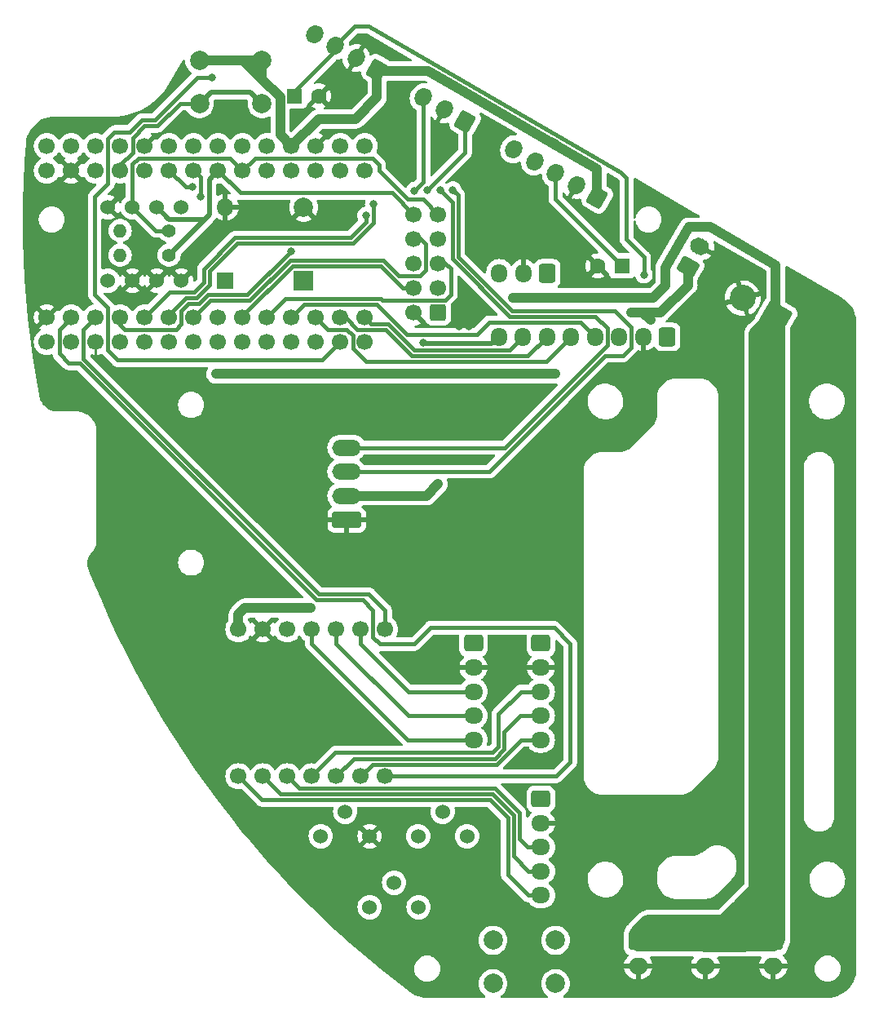
<source format=gbr>
%TF.GenerationSoftware,KiCad,Pcbnew,7.0.9*%
%TF.CreationDate,2024-01-04T14:48:31+09:00*%
%TF.ProjectId,MainBoard,4d61696e-426f-4617-9264-2e6b69636164,rev?*%
%TF.SameCoordinates,Original*%
%TF.FileFunction,Copper,L2,Bot*%
%TF.FilePolarity,Positive*%
%FSLAX46Y46*%
G04 Gerber Fmt 4.6, Leading zero omitted, Abs format (unit mm)*
G04 Created by KiCad (PCBNEW 7.0.9) date 2024-01-04 14:48:31*
%MOMM*%
%LPD*%
G01*
G04 APERTURE LIST*
G04 Aperture macros list*
%AMRoundRect*
0 Rectangle with rounded corners*
0 $1 Rounding radius*
0 $2 $3 $4 $5 $6 $7 $8 $9 X,Y pos of 4 corners*
0 Add a 4 corners polygon primitive as box body*
4,1,4,$2,$3,$4,$5,$6,$7,$8,$9,$2,$3,0*
0 Add four circle primitives for the rounded corners*
1,1,$1+$1,$2,$3*
1,1,$1+$1,$4,$5*
1,1,$1+$1,$6,$7*
1,1,$1+$1,$8,$9*
0 Add four rect primitives between the rounded corners*
20,1,$1+$1,$2,$3,$4,$5,0*
20,1,$1+$1,$4,$5,$6,$7,0*
20,1,$1+$1,$6,$7,$8,$9,0*
20,1,$1+$1,$8,$9,$2,$3,0*%
%AMHorizOval*
0 Thick line with rounded ends*
0 $1 width*
0 $2 $3 position (X,Y) of the first rounded end (center of the circle)*
0 $4 $5 position (X,Y) of the second rounded end (center of the circle)*
0 Add line between two ends*
20,1,$1,$2,$3,$4,$5,0*
0 Add two circle primitives to create the rounded ends*
1,1,$1,$2,$3*
1,1,$1,$4,$5*%
G04 Aperture macros list end*
%TA.AperFunction,ComponentPad*%
%ADD10C,1.400000*%
%TD*%
%TA.AperFunction,ComponentPad*%
%ADD11O,1.400000X1.400000*%
%TD*%
%TA.AperFunction,ComponentPad*%
%ADD12RoundRect,0.250000X-0.750000X0.600000X-0.750000X-0.600000X0.750000X-0.600000X0.750000X0.600000X0*%
%TD*%
%TA.AperFunction,ComponentPad*%
%ADD13O,2.000000X1.700000*%
%TD*%
%TA.AperFunction,ComponentPad*%
%ADD14RoundRect,0.250000X0.882115X0.327868X-0.157115X0.927868X-0.882115X-0.327868X0.157115X-0.927868X0*%
%TD*%
%TA.AperFunction,ComponentPad*%
%ADD15HorizOval,1.700000X0.062500X0.108253X-0.062500X-0.108253X0*%
%TD*%
%TA.AperFunction,ComponentPad*%
%ADD16C,1.524000*%
%TD*%
%TA.AperFunction,ComponentPad*%
%ADD17RoundRect,0.250001X1.502627X0.402628X-0.402628X1.502627X-1.502627X-0.402628X0.402628X-1.502627X0*%
%TD*%
%TA.AperFunction,ComponentPad*%
%ADD18C,2.700000*%
%TD*%
%TA.AperFunction,ComponentPad*%
%ADD19C,1.700000*%
%TD*%
%TA.AperFunction,ComponentPad*%
%ADD20RoundRect,0.250000X0.349519X-0.894615X0.949519X0.144615X-0.349519X0.894615X-0.949519X-0.144615X0*%
%TD*%
%TA.AperFunction,ComponentPad*%
%ADD21HorizOval,1.700000X-0.129904X0.075000X0.129904X-0.075000X0*%
%TD*%
%TA.AperFunction,ComponentPad*%
%ADD22RoundRect,0.250000X-0.725000X0.600000X-0.725000X-0.600000X0.725000X-0.600000X0.725000X0.600000X0*%
%TD*%
%TA.AperFunction,ComponentPad*%
%ADD23O,1.950000X1.700000*%
%TD*%
%TA.AperFunction,ComponentPad*%
%ADD24RoundRect,0.250000X0.600000X0.600000X-0.600000X0.600000X-0.600000X-0.600000X0.600000X-0.600000X0*%
%TD*%
%TA.AperFunction,ComponentPad*%
%ADD25C,2.000000*%
%TD*%
%TA.AperFunction,ComponentPad*%
%ADD26RoundRect,0.250000X0.600000X0.725000X-0.600000X0.725000X-0.600000X-0.725000X0.600000X-0.725000X0*%
%TD*%
%TA.AperFunction,ComponentPad*%
%ADD27O,1.700000X1.950000*%
%TD*%
%TA.AperFunction,ComponentPad*%
%ADD28R,1.800000X1.800000*%
%TD*%
%TA.AperFunction,ComponentPad*%
%ADD29O,1.800000X1.800000*%
%TD*%
%TA.AperFunction,ComponentPad*%
%ADD30R,1.600000X1.600000*%
%TD*%
%TA.AperFunction,ComponentPad*%
%ADD31C,1.600000*%
%TD*%
%TA.AperFunction,ComponentPad*%
%ADD32R,2.000000X2.000000*%
%TD*%
%TA.AperFunction,SMDPad,CuDef*%
%ADD33RoundRect,0.250000X1.250000X-0.600000X1.250000X0.600000X-1.250000X0.600000X-1.250000X-0.600000X0*%
%TD*%
%TA.AperFunction,SMDPad,CuDef*%
%ADD34O,3.000000X1.700000*%
%TD*%
%TA.AperFunction,ViaPad*%
%ADD35C,0.800000*%
%TD*%
%TA.AperFunction,Conductor*%
%ADD36C,0.400000*%
%TD*%
%TA.AperFunction,Conductor*%
%ADD37C,1.000000*%
%TD*%
%TA.AperFunction,Conductor*%
%ADD38C,0.500000*%
%TD*%
%TA.AperFunction,Conductor*%
%ADD39C,0.250000*%
%TD*%
%TA.AperFunction,Conductor*%
%ADD40C,2.000000*%
%TD*%
G04 APERTURE END LIST*
D10*
%TO.P,10K,1*%
%TO.N,L3GD_SCL*%
X131572000Y-72288400D03*
D11*
%TO.P,10K,2*%
%TO.N,+3.3V*%
X126492000Y-72288400D03*
%TD*%
D10*
%TO.P,10K,1*%
%TO.N,L3GD_SDA*%
X131572000Y-69748400D03*
D11*
%TO.P,10K,2*%
%TO.N,+3.3V*%
X126492000Y-69748400D03*
%TD*%
D12*
%TO.P,J6,1,Pin_1*%
%TO.N,+12V*%
X180270000Y-143550000D03*
D13*
%TO.P,J6,2,Pin_2*%
%TO.N,GND*%
X180270000Y-146050000D03*
%TD*%
D14*
%TO.P,LINE,1,Pin_1*%
%TO.N,+3.3V*%
X176022000Y-66294000D03*
D15*
%TO.P,LINE,2,Pin_2*%
%TO.N,GND*%
X173856936Y-65044000D03*
%TO.P,LINE,3,Pin_3*%
%TO.N,Net-(J17-Pin_3)*%
X171691873Y-63794000D03*
%TO.P,LINE,4,Pin_4*%
%TO.N,LINE_RX*%
X169526809Y-62544000D03*
%TO.P,LINE,5,Pin_5*%
%TO.N,LINE_TX*%
X167361746Y-61294000D03*
%TD*%
D16*
%TO.P,LINE,1*%
%TO.N,+3.3V*%
X152400000Y-139954000D03*
%TO.P,LINE,2*%
%TO.N,Net-(J17-Pin_3)*%
X154940000Y-137414000D03*
%TO.P,LINE,3*%
%TO.N,N/C*%
X157480000Y-139954000D03*
%TD*%
D17*
%TO.P,J11,1,Pin_1*%
%TO.N,+12V*%
X194564000Y-78740000D03*
D18*
%TO.P,J11,2,Pin_2*%
%TO.N,GND*%
X191134539Y-76760000D03*
%TD*%
D19*
%TO.P,U1,1,GND*%
%TO.N,GND*%
X123952000Y-81290000D03*
X118872000Y-78750000D03*
X121412000Y-63510000D03*
X126492000Y-60970000D03*
X129032000Y-60970000D03*
X146812000Y-60970000D03*
%TO.P,U1,2,0_RX1_CRX2_CS1*%
%TO.N,MD_RX*%
X121412000Y-78750000D03*
%TO.P,U1,3,1_TX1_CTX2_MISO1*%
%TO.N,MD_TX*%
X123952000Y-78750000D03*
%TO.P,U1,4,2_OUT2*%
%TO.N,BLDC_PWM*%
X126492000Y-78750000D03*
%TO.P,U1,5,3_LRCLK2*%
%TO.N,FET1_Digital*%
X129032000Y-78750000D03*
%TO.P,U1,6,4_BCLK2*%
%TO.N,FET2_Digital*%
X131572000Y-78750000D03*
%TO.P,U1,7,5_IN2*%
%TO.N,NeoPixel_PWM*%
X134112000Y-78750000D03*
%TO.P,U1,8,6_OUT1D*%
%TO.N,Buzzer*%
X136652000Y-78750000D03*
%TO.P,U1,9,7_RX2_OUT1A*%
%TO.N,IR_RX*%
X139192000Y-78750000D03*
%TO.P,U1,10,8_TX2_IN1*%
%TO.N,IR_TX*%
X141732000Y-78750000D03*
%TO.P,U1,11,9_OUT1C*%
%TO.N,SWT_START*%
X144272000Y-78750000D03*
%TO.P,U1,12,10_CS_MQSR*%
%TO.N,BTN_Left*%
X146812000Y-78750000D03*
%TO.P,U1,13,11_MOSI_CTX1*%
%TO.N,BTN_Run*%
X149352000Y-78750000D03*
%TO.P,U1,14,12_MISO_MQSL*%
%TO.N,BTN_Right*%
X151892000Y-78750000D03*
%TO.P,U1,15,VBAT*%
%TO.N,unconnected-(U1-VBAT-Pad15)*%
X151892000Y-81290000D03*
%TO.P,U1,18,PROGRAM*%
%TO.N,unconnected-(U1-PROGRAM-Pad18)*%
X149352000Y-60970000D03*
%TO.P,U1,19,ON_OFF*%
%TO.N,unconnected-(U1-ON_OFF-Pad19)*%
X151892000Y-60970000D03*
%TO.P,U1,20,13_SCK_CRX1_LED*%
%TO.N,unconnected-(U1-13_SCK_CRX1_LED-Pad20)*%
X151892000Y-63510000D03*
%TO.P,U1,21,14_A0_TX3_SPDIF_OUT*%
%TO.N,IMU_TX*%
X149352000Y-63510000D03*
%TO.P,U1,22,15_A1_RX3_SPDIF_IN*%
%TO.N,IMU_RX*%
X146812000Y-63510000D03*
%TO.P,U1,23,16_A2_RX4_SCL1*%
%TO.N,LINE_RX*%
X144272000Y-63510000D03*
%TO.P,U1,24,17_A3_TX4_SDA1*%
%TO.N,LINE_TX*%
X141732000Y-63510000D03*
%TO.P,U1,25,18_A4_SDA0*%
%TO.N,L3GD_SDA*%
X139192000Y-63510000D03*
%TO.P,U1,26,19_A5_SCL0*%
%TO.N,L3GD_SCL*%
X136652000Y-63510000D03*
%TO.P,U1,27,20_A6_TX5_LRCLK1*%
%TO.N,CAM_TX*%
X134112000Y-63510000D03*
%TO.P,U1,28,21_A7_RX5_BCLK1*%
%TO.N,CAM_RX*%
X131572000Y-63510000D03*
%TO.P,U1,29,22_A8_CTX1*%
%TO.N,IND_PWM*%
X129032000Y-63510000D03*
%TO.P,U1,30,23_A9_CRX1_MCLK1*%
%TO.N,L3GD_RST*%
X126492000Y-63510000D03*
%TO.P,U1,31,3V3*%
%TO.N,+3.3V*%
X129032000Y-81290000D03*
X123952000Y-63510000D03*
X144272000Y-60970000D03*
%TO.P,U1,33,VIN*%
%TO.N,+5V*%
X118872000Y-63510000D03*
%TO.P,U1,34,VUSB*%
%TO.N,unconnected-(U1-VUSB-Pad34)*%
X118872000Y-60970000D03*
%TO.P,U1,35,24_A10_TX6_SCL2*%
%TO.N,TWILIGHT_TX*%
X141732000Y-60970000D03*
%TO.P,U1,36,25_A11_RX6_SDA2*%
%TO.N,TWILIGHT_RX*%
X134112000Y-60970000D03*
%TO.P,U1,37,26_A12_MOSI1*%
%TO.N,BTN_EX*%
X136652000Y-60970000D03*
%TO.P,U1,38,27_A13_SCK1*%
%TO.N,L3GD_Trim*%
X131572000Y-60970000D03*
%TO.P,U1,39,28_RX7*%
%TO.N,EX_RX*%
X139192000Y-60970000D03*
%TO.P,U1,40,29_TX7*%
%TO.N,EX_TX*%
X139192000Y-81290000D03*
%TO.P,U1,41,30_CRX3*%
%TO.N,Touch*%
X149352000Y-81290000D03*
%TO.P,U1,42,31_CTX3*%
%TO.N,LED1*%
X141732000Y-81290000D03*
%TO.P,U1,43,32_OUT1B*%
%TO.N,LED2*%
X146812000Y-81290000D03*
%TO.P,U1,44,33_MCLK2*%
%TO.N,LED3*%
X144272000Y-81290000D03*
%TO.P,U1,45,34_DAT1_MISO2*%
%TO.N,unconnected-(U1-34_DAT1_MISO2-Pad45)*%
X118872000Y-81290000D03*
%TO.P,U1,46,35_DAT0_MOSI2*%
%TO.N,unconnected-(U1-35_DAT0_MOSI2-Pad46)*%
X121412000Y-81290000D03*
%TO.P,U1,48,36_CLK_CS2*%
%TO.N,unconnected-(U1-36_CLK_CS2-Pad48)*%
X126492000Y-81290000D03*
%TO.P,U1,50,37_CMD_SCK2*%
%TO.N,unconnected-(U1-37_CMD_SCK2-Pad50)*%
X131572000Y-81290000D03*
%TO.P,U1,51,38_DAT3_RX5*%
%TO.N,unconnected-(U1-38_DAT3_RX5-Pad51)*%
X134112000Y-81290000D03*
%TO.P,U1,52,39_DAT2_TX5*%
%TO.N,unconnected-(U1-39_DAT2_TX5-Pad52)*%
X136652000Y-81290000D03*
%TO.P,U1,53,D-*%
%TO.N,D-*%
X121412000Y-60970000D03*
%TO.P,U1,54,D+*%
%TO.N,D+*%
X123952000Y-60970000D03*
%TD*%
D20*
%TO.P,J12,1,Pin_1*%
%TO.N,+5V*%
X185440000Y-73539064D03*
D21*
%TO.P,J12,2,Pin_2*%
%TO.N,GND*%
X186690000Y-71374000D03*
%TD*%
D14*
%TO.P,TOUCH,1,Pin_1*%
%TO.N,+3.3V*%
X153162000Y-53086000D03*
D15*
%TO.P,TOUCH,2,Pin_2*%
%TO.N,GND*%
X150996936Y-51836000D03*
%TO.P,TOUCH,3,Pin_3*%
%TO.N,Net-(J9-Pin_3)*%
X148831873Y-50586000D03*
%TO.P,TOUCH,4,Pin_4*%
%TO.N,Touch*%
X146666809Y-49336000D03*
%TD*%
D22*
%TO.P,J3,1,Pin_1*%
%TO.N,+5V*%
X163182300Y-112572800D03*
D23*
%TO.P,J3,2,Pin_2*%
%TO.N,GND*%
X163182300Y-115072800D03*
%TO.P,J3,3,Pin_3*%
%TO.N,MD3_INA*%
X163182300Y-117572800D03*
%TO.P,J3,4,Pin_4*%
%TO.N,MD3_INB*%
X163182300Y-120072800D03*
%TO.P,J3,5,Pin_5*%
%TO.N,MD3_PWM*%
X163182300Y-122572800D03*
%TD*%
D24*
%TO.P,SENSOR,1,Pin_1*%
%TO.N,+5V*%
X159512000Y-78232000D03*
D19*
%TO.P,SENSOR,2,Pin_2*%
%TO.N,GND*%
X156972000Y-78232000D03*
%TO.P,SENSOR,3,Pin_3*%
%TO.N,+12V*%
X159512000Y-75692000D03*
%TO.P,SENSOR,4,Pin_4*%
%TO.N,IR_RX*%
X156972000Y-75692000D03*
%TO.P,SENSOR,5,Pin_5*%
%TO.N,IR_TX*%
X159512000Y-73152000D03*
%TO.P,SENSOR,6,Pin_6*%
%TO.N,CAM_TX*%
X156972000Y-73152000D03*
%TO.P,SENSOR,7,Pin_7*%
%TO.N,CAM_RX*%
X159512000Y-70612000D03*
%TO.P,SENSOR,8,Pin_8*%
%TO.N,NeoPixel_PWM*%
X156972000Y-70612000D03*
%TO.P,SENSOR,9,Pin_9*%
%TO.N,L3GD_SDA*%
X159512000Y-68072000D03*
%TO.P,SENSOR,10,Pin_10*%
%TO.N,L3GD_SCL*%
X156972000Y-68072000D03*
%TD*%
D22*
%TO.P,J1,1,Pin_1*%
%TO.N,+5V*%
X170180000Y-128731000D03*
D23*
%TO.P,J1,2,Pin_2*%
%TO.N,GND*%
X170180000Y-131231000D03*
%TO.P,J1,3,Pin_3*%
%TO.N,MD1_INA*%
X170180000Y-133731000D03*
%TO.P,J1,4,Pin_4*%
%TO.N,MD1_INB*%
X170180000Y-136231000D03*
%TO.P,J1,5,Pin_5*%
%TO.N,MD1_PWM*%
X170180000Y-138731000D03*
%TD*%
D25*
%TO.P,GYRO,1,1*%
%TO.N,L3GD_RST*%
X141224000Y-56570000D03*
X134724000Y-56570000D03*
%TO.P,GYRO,2,2*%
%TO.N,+3.3V*%
X141224000Y-52070000D03*
X134724000Y-52070000D03*
%TD*%
%TO.P,SW2,1,1*%
%TO.N,BTN_EX*%
X171704000Y-147878800D03*
X165204000Y-147878800D03*
%TO.P,SW2,2,2*%
%TO.N,+3.3V*%
X171704000Y-143378800D03*
X165204000Y-143378800D03*
%TD*%
D12*
%TO.P,J4,1,Pin_1*%
%TO.N,+12V*%
X194310000Y-143550000D03*
D13*
%TO.P,J4,2,Pin_2*%
%TO.N,GND*%
X194310000Y-146050000D03*
%TD*%
D16*
%TO.P,GYRO,1,1*%
%TO.N,+3.3V*%
X147320000Y-132588000D03*
%TO.P,GYRO,2,2*%
%TO.N,L3GD_Trim*%
X149860000Y-130048000D03*
%TO.P,GYRO,3,3*%
%TO.N,GND*%
X152400000Y-132588000D03*
%TD*%
D26*
%TO.P,IO,1,Pin_1*%
%TO.N,+5V*%
X183308000Y-80772000D03*
D27*
%TO.P,IO,2,Pin_2*%
%TO.N,GND*%
X180808000Y-80772000D03*
%TO.P,IO,3,Pin_3*%
%TO.N,+3.3V*%
X178308000Y-80772000D03*
%TO.P,IO,4,Pin_4*%
%TO.N,SWT_START*%
X175808000Y-80772000D03*
%TO.P,IO,5,Pin_5*%
%TO.N,BTN_Left*%
X173308000Y-80772000D03*
%TO.P,IO,6,Pin_6*%
%TO.N,BTN_Run*%
X170808000Y-80772000D03*
%TO.P,IO,7,Pin_7*%
%TO.N,BTN_Right*%
X168308000Y-80772000D03*
%TO.P,IO,8,Pin_8*%
%TO.N,IND_PWM*%
X165808000Y-80772000D03*
%TD*%
D16*
%TO.P,U3,1,VCC*%
%TO.N,+3.3V*%
X132842000Y-67320000D03*
%TO.P,U3,2,SCL*%
%TO.N,L3GD_SCL*%
X130302000Y-67320000D03*
%TO.P,U3,3,SDA*%
%TO.N,L3GD_SDA*%
X127762000Y-67320000D03*
%TO.P,U3,4,SA0*%
%TO.N,GND*%
X125222000Y-67320000D03*
%TO.P,U3,5,GND*%
X132842000Y-74940000D03*
%TO.P,U3,6,INT1*%
X130302000Y-74940000D03*
%TO.P,U3,7,INT2*%
X127762000Y-74940000D03*
%TO.P,U3,8,CS*%
%TO.N,+3.3V*%
X125222000Y-74940000D03*
%TD*%
D28*
%TO.P,D1,1,K*%
%TO.N,Buzzer*%
X137414000Y-74940000D03*
D29*
%TO.P,D1,2,A*%
%TO.N,GND*%
X137414000Y-67320000D03*
%TD*%
D12*
%TO.P,J5,1,Pin_1*%
%TO.N,+12V*%
X187255000Y-143570000D03*
D13*
%TO.P,J5,2,Pin_2*%
%TO.N,GND*%
X187255000Y-146070000D03*
%TD*%
D16*
%TO.P,TOUCH,1*%
%TO.N,+3.3V*%
X157429200Y-132588000D03*
%TO.P,TOUCH,2*%
%TO.N,Net-(J9-Pin_3)*%
X159969200Y-130048000D03*
%TO.P,TOUCH,3*%
%TO.N,N/C*%
X162509200Y-132588000D03*
%TD*%
D14*
%TO.P,KICK,1,Pin_1*%
%TO.N,FET1_Digital*%
X162306000Y-58420000D03*
D15*
%TO.P,KICK,2,Pin_2*%
%TO.N,GND*%
X160140936Y-57170000D03*
%TO.P,KICK,3,Pin_3*%
%TO.N,FET2_Digital*%
X157975873Y-55920000D03*
%TD*%
D22*
%TO.P,J2,1,Pin_1*%
%TO.N,+5V*%
X170167300Y-112572800D03*
D23*
%TO.P,J2,2,Pin_2*%
%TO.N,GND*%
X170167300Y-115072800D03*
%TO.P,J2,3,Pin_3*%
%TO.N,MD2_INA*%
X170167300Y-117572800D03*
%TO.P,J2,4,Pin_4*%
%TO.N,MD2_INB*%
X170167300Y-120072800D03*
%TO.P,J2,5,Pin_5*%
%TO.N,MD2_PWM*%
X170167300Y-122572800D03*
%TD*%
D19*
%TO.P,U2,1,PA02_A0_D0*%
%TO.N,MD1_PWM*%
X138760200Y-126365000D03*
%TO.P,U2,2,PA4_A1_D1*%
%TO.N,MD1_INB*%
X141300200Y-126365000D03*
%TO.P,U2,3,PA10_A2_D2*%
%TO.N,MD1_INA*%
X143840200Y-126365000D03*
%TO.P,U2,4,PA11_A3_D3*%
%TO.N,MD2_INA*%
X146380200Y-126365000D03*
%TO.P,U2,5,PA8_A4_D4_SDA*%
%TO.N,MD2_INB*%
X148920200Y-126365000D03*
%TO.P,U2,6,PA9_A5_D5_SCL*%
%TO.N,MD2_PWM*%
X151460200Y-126365000D03*
%TO.P,U2,7,PB08_A6_D6_TX*%
%TO.N,MD_RX*%
X154000200Y-126365000D03*
%TO.P,U2,8,PB09_A7_D7_RX*%
%TO.N,MD_TX*%
X154000200Y-111125000D03*
%TO.P,U2,9,PA7_A8_D8_SCK*%
%TO.N,MD3_INA*%
X151460200Y-111125000D03*
%TO.P,U2,10,PA5_A9_D9_MISO*%
%TO.N,MD3_INB*%
X148920200Y-111125000D03*
%TO.P,U2,11,PA6_A10_D10_MOSI*%
%TO.N,MD3_PWM*%
X146380200Y-111125000D03*
%TO.P,U2,12,3V3*%
%TO.N,+3.3V*%
X143840200Y-111125000D03*
%TO.P,U2,13,GND*%
%TO.N,GND*%
X141300200Y-111125000D03*
%TO.P,U2,14,5V*%
%TO.N,+5V*%
X138760200Y-111125000D03*
%TD*%
D30*
%TO.P,C1,1*%
%TO.N,Net-(J17-Pin_3)*%
X178587400Y-73406000D03*
D31*
%TO.P,C1,2*%
%TO.N,GND*%
X176087400Y-73406000D03*
%TD*%
D32*
%TO.P,BZ1,1,-*%
%TO.N,Buzzer*%
X145542000Y-74930000D03*
D25*
%TO.P,BZ1,2,+*%
%TO.N,GND*%
X145542000Y-67330000D03*
%TD*%
D26*
%TO.P,ESC,1,Pin_1*%
%TO.N,+5V*%
X170862000Y-74168000D03*
D27*
%TO.P,ESC,2,Pin_2*%
%TO.N,GND*%
X168362000Y-74168000D03*
%TO.P,ESC,3,Pin_3*%
%TO.N,BLDC_PWM*%
X165862000Y-74168000D03*
%TD*%
D30*
%TO.P,C2,1*%
%TO.N,Net-(J9-Pin_3)*%
X144602200Y-55778400D03*
D31*
%TO.P,C2,2*%
%TO.N,GND*%
X147102200Y-55778400D03*
%TD*%
D33*
%TO.P,J7,1,Pin_1*%
%TO.N,GND*%
X150008000Y-99762000D03*
D34*
%TO.P,J7,2,Pin_2*%
%TO.N,+5V*%
X150008000Y-97262000D03*
%TO.P,J7,3,Pin_3*%
%TO.N,IMU_TX*%
X150008000Y-94762000D03*
%TO.P,J7,4,Pin_4*%
%TO.N,IMU_RX*%
X150008000Y-92262000D03*
%TD*%
D35*
%TO.N,GND*%
X164592000Y-93472000D03*
X161544000Y-93522800D03*
X157480000Y-93472000D03*
X152400000Y-93472000D03*
X129032000Y-71120000D03*
X133502400Y-72847200D03*
X166928800Y-67513200D03*
X159105600Y-61874400D03*
X156514800Y-60960000D03*
X153924000Y-60858400D03*
X150876000Y-54356000D03*
X132943600Y-53492400D03*
X129692400Y-57150000D03*
X160147000Y-59563000D03*
X168529000Y-145669000D03*
X161798000Y-64008000D03*
X136906000Y-65532000D03*
X129032000Y-76200000D03*
X188341000Y-139573000D03*
X136906000Y-86233000D03*
X171831000Y-68453000D03*
X132080000Y-111760000D03*
X165608000Y-137541000D03*
X156337000Y-135255000D03*
X147828000Y-130048000D03*
X192913000Y-74295000D03*
X169799000Y-64643000D03*
X161671000Y-79718500D03*
X144526000Y-137033000D03*
X163195000Y-136017000D03*
X188722000Y-85598000D03*
X168402000Y-72009000D03*
X172593000Y-133858000D03*
X162687000Y-79718500D03*
X166624000Y-115062000D03*
X165354000Y-131445000D03*
X162560000Y-147955000D03*
X138684000Y-128524000D03*
X145948400Y-57302400D03*
X173482000Y-128016000D03*
X141351000Y-86106000D03*
X157861000Y-86233000D03*
X119634000Y-72390000D03*
X149987000Y-102108000D03*
X154940000Y-139954000D03*
X199771000Y-142240000D03*
X164719000Y-60071000D03*
X149098000Y-67564000D03*
X178562000Y-91694000D03*
X161163000Y-108331000D03*
X173990000Y-111506000D03*
X172593000Y-131191000D03*
X138684000Y-101854000D03*
X188722000Y-71882000D03*
X136779000Y-56769000D03*
X160020000Y-139446000D03*
X187833000Y-78105000D03*
X190627000Y-137287000D03*
X161036000Y-112776000D03*
X171831000Y-72136000D03*
X152908000Y-99822000D03*
X181102000Y-89027000D03*
X189738000Y-74041000D03*
X171958000Y-89535000D03*
X181356000Y-133985000D03*
X142240000Y-99187000D03*
X177546000Y-75184000D03*
X188722000Y-125984000D03*
X165862000Y-90932000D03*
X161163000Y-90932000D03*
X172593000Y-141224000D03*
X181356000Y-139319000D03*
X118872000Y-65532000D03*
X185166000Y-80518000D03*
X199390000Y-82550000D03*
X147574000Y-123063000D03*
X190881000Y-146177000D03*
X182118000Y-72136000D03*
X153797000Y-106807000D03*
X160020000Y-132588000D03*
X190754000Y-129286000D03*
X173609000Y-66802000D03*
X132080000Y-118110000D03*
X128270000Y-92710000D03*
X150749000Y-138557000D03*
X190754000Y-81153000D03*
X167640000Y-104140000D03*
X138684000Y-124079000D03*
X162433000Y-143256000D03*
X157861000Y-98933000D03*
X126492000Y-76200000D03*
X128143000Y-84582000D03*
X170688000Y-86233000D03*
X167513000Y-125095000D03*
X145542000Y-90297000D03*
X145415000Y-103886000D03*
X148691600Y-53289200D03*
X157861000Y-102870000D03*
X185674000Y-128778000D03*
X161163000Y-86233000D03*
X138684000Y-107442000D03*
X147574000Y-106045000D03*
X184658000Y-67818000D03*
X139065000Y-56769000D03*
X171831000Y-123952000D03*
X183642000Y-146177000D03*
X174879000Y-146050000D03*
X152908000Y-50546000D03*
X119634000Y-75692000D03*
X162814000Y-70612000D03*
X147066000Y-99822000D03*
X151638000Y-143891000D03*
X167640000Y-96520000D03*
X157861000Y-90932000D03*
X165608000Y-141224000D03*
X196850000Y-76200000D03*
X187071000Y-75057000D03*
X161036000Y-116332000D03*
X156260800Y-57048400D03*
X149225000Y-134493000D03*
X128270000Y-104140000D03*
X180289200Y-65430400D03*
X180848000Y-82931000D03*
X185166000Y-131191000D03*
X164592000Y-121285000D03*
X161290000Y-96266000D03*
X141478000Y-67564000D03*
X121793000Y-84836000D03*
%TO.N,Net-(J9-Pin_3)*%
X180879568Y-74314232D03*
%TO.N,+5V*%
X181570000Y-79034000D03*
X146278600Y-108915200D03*
X145211800Y-108915200D03*
X179578000Y-78232000D03*
X180747064Y-78232000D03*
X159512000Y-96062800D03*
%TO.N,+12V*%
X193675000Y-86995000D03*
X193675000Y-112395000D03*
X187452000Y-141732000D03*
X193675000Y-140335000D03*
X193675000Y-99695000D03*
X191135000Y-140335000D03*
X183642000Y-141732000D03*
X169367200Y-76708000D03*
X193675000Y-114935000D03*
X193675000Y-102235000D03*
X193675000Y-92075000D03*
X193675000Y-97155000D03*
X193675000Y-89535000D03*
X193675000Y-84455000D03*
X193675000Y-122555000D03*
X193675000Y-109855000D03*
X193675000Y-127635000D03*
X193675000Y-117475000D03*
X193675000Y-81915000D03*
X193675000Y-107315000D03*
X168249600Y-76708000D03*
X193675000Y-120015000D03*
X167233600Y-76708000D03*
X193675000Y-132715000D03*
X193675000Y-104775000D03*
X193675000Y-135255000D03*
X193675000Y-125095000D03*
X191135000Y-143510000D03*
X193675000Y-94615000D03*
X193675000Y-130175000D03*
X193675000Y-137795000D03*
X183555000Y-143550000D03*
%TO.N,IMU_TX*%
X161036000Y-65532000D03*
%TO.N,IMU_RX*%
X159715200Y-65582800D03*
%TO.N,BLDC_PWM*%
X144200544Y-71882000D03*
%TO.N,Touch*%
X135991600Y-53873400D03*
%TO.N,CAM_TX*%
X134830203Y-66198697D03*
%TO.N,CAM_RX*%
X134023700Y-65227200D03*
%TO.N,+3.3V*%
X137566400Y-84632800D03*
X170535600Y-84632800D03*
X136448800Y-84632800D03*
X171704000Y-84632800D03*
%TO.N,IND_PWM*%
X157937200Y-81347500D03*
%TO.N,FET1_Digital*%
X152006900Y-68173600D03*
X158343600Y-65582800D03*
%TO.N,FET2_Digital*%
X152806400Y-67018500D03*
X157036593Y-65596100D03*
%TD*%
D36*
%TO.N,Touch*%
X149352000Y-81290000D02*
X147457000Y-83185000D01*
X123850400Y-66217800D02*
X125222000Y-64846200D01*
X147457000Y-83185000D02*
X126238000Y-83185000D01*
X125222000Y-64846200D02*
X125222000Y-60198000D01*
X126238000Y-83185000D02*
X125222000Y-82169000D01*
X127497672Y-59512200D02*
X128732672Y-58277200D01*
X125222000Y-82169000D02*
X125222000Y-77774800D01*
X125222000Y-77774800D02*
X123850400Y-76403200D01*
X123850400Y-76403200D02*
X123850400Y-66217800D01*
X125222000Y-60198000D02*
X125907800Y-59512200D01*
X125907800Y-59512200D02*
X127497672Y-59512200D01*
X128732672Y-58277200D02*
X130140000Y-58277200D01*
X130140000Y-58277200D02*
X134543800Y-53873400D01*
X134543800Y-53873400D02*
X135991600Y-53873400D01*
%TO.N,L3GD_RST*%
X126492000Y-63510000D02*
X126492000Y-62941200D01*
X126492000Y-62941200D02*
X127772000Y-61661200D01*
X130388528Y-58877200D02*
X132695728Y-56570000D01*
X127772000Y-61661200D02*
X127772000Y-60086400D01*
X127772000Y-60086400D02*
X128981200Y-58877200D01*
X128981200Y-58877200D02*
X130388528Y-58877200D01*
X132695728Y-56570000D02*
X134724000Y-56570000D01*
D37*
%TO.N,+3.3V*%
X153162000Y-53086000D02*
X153162000Y-55930800D01*
X153162000Y-55930800D02*
X150926800Y-58166000D01*
X150926800Y-58166000D02*
X147076000Y-58166000D01*
X147076000Y-58166000D02*
X144272000Y-60970000D01*
D38*
%TO.N,L3GD_SCL*%
X130302000Y-67320000D02*
X130312000Y-67320000D01*
X130312000Y-67320000D02*
X131572000Y-68580000D01*
X135280400Y-68580000D02*
X135737600Y-68122800D01*
X131572000Y-68580000D02*
X135280400Y-68580000D01*
X135737600Y-68122800D02*
X135737600Y-64424400D01*
X135737600Y-64424400D02*
X136652000Y-63510000D01*
X135737600Y-66802000D02*
X135737600Y-68122800D01*
X135737600Y-68122800D02*
X131572000Y-72288400D01*
D36*
%TO.N,L3GD_SDA*%
X127762000Y-67320000D02*
X130190400Y-69748400D01*
X130190400Y-69748400D02*
X131572000Y-69748400D01*
D37*
%TO.N,+3.3V*%
X161877321Y-55147338D02*
X171019324Y-60425476D01*
X171019324Y-60425476D02*
X171579684Y-60749000D01*
X176022000Y-66294000D02*
X176022000Y-63313773D01*
X176022000Y-63313773D02*
X171019324Y-60425476D01*
X158483686Y-53188022D02*
X161877321Y-55147338D01*
X153264022Y-53188022D02*
X158483686Y-53188022D01*
X153162000Y-53086000D02*
X153264022Y-53188022D01*
D36*
%TO.N,Net-(J9-Pin_3)*%
X179349400Y-70942200D02*
X179070000Y-70662800D01*
X179070000Y-70662800D02*
X179070000Y-64291953D01*
X179070000Y-64291953D02*
X178460400Y-63682353D01*
X180879568Y-72472368D02*
X179349400Y-70942200D01*
X152276031Y-48564800D02*
X150853073Y-48564800D01*
X178460400Y-63682353D02*
X152276031Y-48564800D01*
X150853073Y-48564800D02*
X148831873Y-50586000D01*
X180879568Y-74314232D02*
X180879568Y-72472368D01*
D39*
%TO.N,GND*%
X123952000Y-81290000D02*
X123952000Y-82677000D01*
X123952000Y-82677000D02*
X125857000Y-84582000D01*
X156972000Y-78232000D02*
X158458500Y-79718500D01*
X161671000Y-79718500D02*
X162687000Y-79718500D01*
X125857000Y-84582000D02*
X128143000Y-84582000D01*
X158458500Y-79718500D02*
X161671000Y-79718500D01*
D36*
%TO.N,Net-(J17-Pin_3)*%
X171691873Y-66510985D02*
X178586888Y-73406000D01*
X171691873Y-63794000D02*
X171691873Y-66510985D01*
%TO.N,Net-(J9-Pin_3)*%
X148831873Y-51106127D02*
X144616800Y-55321200D01*
X144616800Y-55321200D02*
X144616800Y-55778400D01*
X148831873Y-50586000D02*
X148831873Y-51106127D01*
D37*
%TO.N,+5V*%
X146278600Y-108915200D02*
X145211800Y-108915200D01*
X159512000Y-96062800D02*
X158312800Y-97262000D01*
X182626000Y-78232000D02*
X180747064Y-78232000D01*
X180768000Y-78232000D02*
X181570000Y-79034000D01*
X138760200Y-109601000D02*
X138760200Y-111125000D01*
X158312800Y-97262000D02*
X150008000Y-97262000D01*
X185440000Y-75418000D02*
X182626000Y-78232000D01*
X180747064Y-78232000D02*
X180768000Y-78232000D01*
X139446000Y-108915200D02*
X138760200Y-109601000D01*
X145211800Y-108915200D02*
X139446000Y-108915200D01*
X185440000Y-73539064D02*
X185440000Y-75418000D01*
X180747064Y-78232000D02*
X179578000Y-78232000D01*
D36*
%TO.N,MD1_INA*%
X168833800Y-133731000D02*
X170180000Y-133731000D01*
X165410200Y-127615000D02*
X167944800Y-130149600D01*
X167944800Y-130149600D02*
X167944800Y-132842000D01*
X145090200Y-127615000D02*
X165410200Y-127615000D01*
X167944800Y-132842000D02*
X168833800Y-133731000D01*
X143840200Y-126365000D02*
X145090200Y-127615000D01*
%TO.N,MD1_INB*%
X143150200Y-128215000D02*
X165161672Y-128215000D01*
X141300200Y-126365000D02*
X143150200Y-128215000D01*
X165161672Y-128215000D02*
X167335200Y-130388528D01*
X167335200Y-134670800D02*
X168895400Y-136231000D01*
X167335200Y-130388528D02*
X167335200Y-134670800D01*
X168895400Y-136231000D02*
X170180000Y-136231000D01*
%TO.N,MD1_PWM*%
X168855400Y-138731000D02*
X170180000Y-138731000D01*
X138760200Y-126365000D02*
X141210200Y-128815000D01*
X166725600Y-136601200D02*
X168855400Y-138731000D01*
X164913144Y-128815000D02*
X166725600Y-130627456D01*
X166725600Y-130627456D02*
X166725600Y-136601200D01*
X141210200Y-128815000D02*
X164913144Y-128815000D01*
%TO.N,MD2_INA*%
X165760400Y-119888000D02*
X165760400Y-123270944D01*
X148830200Y-123915000D02*
X146380200Y-126365000D01*
X165760400Y-123270944D02*
X165116344Y-123915000D01*
X168075600Y-117572800D02*
X165760400Y-119888000D01*
X170167300Y-117572800D02*
X168075600Y-117572800D01*
X165116344Y-123915000D02*
X148830200Y-123915000D01*
%TO.N,MD2_INB*%
X168064800Y-120072800D02*
X170167300Y-120072800D01*
X148920200Y-126365000D02*
X150770200Y-124515000D01*
X150770200Y-124515000D02*
X165364872Y-124515000D01*
X166360400Y-121777200D02*
X168064800Y-120072800D01*
X166360400Y-123519472D02*
X166360400Y-121777200D01*
X165364872Y-124515000D02*
X166360400Y-123519472D01*
%TO.N,MD2_PWM*%
X165608000Y-125120400D02*
X168155600Y-122572800D01*
X151460200Y-126365000D02*
X152710200Y-125115000D01*
X168155600Y-122572800D02*
X170167300Y-122572800D01*
X152710200Y-125115000D02*
X154517967Y-125115000D01*
X154523367Y-125120400D02*
X165608000Y-125120400D01*
X154517967Y-125115000D02*
X154523367Y-125120400D01*
%TO.N,MD3_INA*%
X156434800Y-117572800D02*
X163182300Y-117572800D01*
X151460200Y-112598200D02*
X156434800Y-117572800D01*
X151460200Y-111125000D02*
X151460200Y-112598200D01*
%TO.N,MD3_INB*%
X156394800Y-120072800D02*
X163182300Y-120072800D01*
X148920200Y-111125000D02*
X148920200Y-112598200D01*
X148920200Y-112598200D02*
X156394800Y-120072800D01*
%TO.N,MD3_PWM*%
X156354800Y-122572800D02*
X163182300Y-122572800D01*
X146380200Y-112598200D02*
X156354800Y-122572800D01*
X146380200Y-111125000D02*
X146380200Y-112598200D01*
D40*
%TO.N,+12V*%
X189230000Y-141742800D02*
X190637800Y-140335000D01*
X191135000Y-139837800D02*
X191262000Y-139710800D01*
X194564000Y-78750800D02*
X194564000Y-143306800D01*
X191202000Y-143580800D02*
X192913000Y-141869800D01*
D37*
X181864000Y-76708000D02*
X183083200Y-75488800D01*
D40*
X181356000Y-141742800D02*
X189230000Y-141742800D01*
X180270000Y-143560800D02*
X194310000Y-143560800D01*
X193040000Y-141742800D02*
X193040000Y-139710800D01*
X192786000Y-80528800D02*
X194564000Y-78750800D01*
X191770000Y-140218800D02*
X191262000Y-139710800D01*
X191770000Y-141742800D02*
X189230000Y-141742800D01*
D37*
X169367200Y-76708000D02*
X167233600Y-76708000D01*
D40*
X192786000Y-141742800D02*
X191770000Y-141742800D01*
D37*
X183083200Y-73558400D02*
X185521600Y-69392800D01*
X183083200Y-75488800D02*
X183083200Y-73558400D01*
D40*
X180270000Y-143560800D02*
X180270000Y-142828800D01*
D37*
X185521600Y-69392800D02*
X187768573Y-69392800D01*
D40*
X180270000Y-142828800D02*
X181356000Y-141742800D01*
X187255000Y-143580800D02*
X191202000Y-143580800D01*
X191770000Y-141742800D02*
X191770000Y-140218800D01*
X191262000Y-139710800D02*
X192786000Y-138186800D01*
X192913000Y-141869800D02*
X193040000Y-141742800D01*
D37*
X187768573Y-69392800D02*
X194564000Y-73316142D01*
X194564000Y-73316142D02*
X194564000Y-78740000D01*
D40*
X192913000Y-141869800D02*
X192786000Y-141742800D01*
X193040000Y-139710800D02*
X193040000Y-138440800D01*
X193040000Y-138440800D02*
X192786000Y-138186800D01*
X192786000Y-138186800D02*
X192786000Y-80528800D01*
X190637800Y-140335000D02*
X191135000Y-140335000D01*
D37*
X169367200Y-76708000D02*
X181864000Y-76708000D01*
D40*
X194564000Y-143306800D02*
X194310000Y-143560800D01*
X191135000Y-140335000D02*
X191135000Y-139837800D01*
D36*
%TO.N,IMU_TX*%
X161585200Y-72446272D02*
X167186928Y-78048000D01*
X161585200Y-66081200D02*
X161585200Y-72446272D01*
X178714400Y-82702400D02*
X176870528Y-82702400D01*
X179558000Y-81858800D02*
X178714400Y-82702400D01*
X176870528Y-82702400D02*
X164810928Y-94762000D01*
X177819200Y-78048000D02*
X179558000Y-79786800D01*
X161036000Y-65532000D02*
X161585200Y-66081200D01*
X179558000Y-79786800D02*
X179558000Y-81858800D01*
X164810928Y-94762000D02*
X150008000Y-94762000D01*
X167186928Y-78048000D02*
X177819200Y-78048000D01*
%TO.N,IMU_RX*%
X175828400Y-78648000D02*
X177058000Y-79877600D01*
X177058000Y-81666400D02*
X166462400Y-92262000D01*
X166938400Y-78648000D02*
X175828400Y-78648000D01*
X160985200Y-66852800D02*
X160985200Y-72694800D01*
X160985200Y-72694800D02*
X166938400Y-78648000D01*
X159715200Y-65582800D02*
X160985200Y-66852800D01*
X166462400Y-92262000D02*
X150008000Y-92262000D01*
X177058000Y-79877600D02*
X177058000Y-81666400D01*
%TO.N,BLDC_PWM*%
X139669744Y-76412800D02*
X144200544Y-71882000D01*
X126492000Y-78750000D02*
X126492000Y-79502000D01*
X132842000Y-78079600D02*
X133604000Y-77317600D01*
X126492000Y-79502000D02*
X126990000Y-80000000D01*
X132293200Y-80000000D02*
X132842000Y-79451200D01*
X126990000Y-80000000D02*
X132293200Y-80000000D01*
X135600672Y-76412800D02*
X139669744Y-76412800D01*
X134695872Y-77317600D02*
X135600672Y-76412800D01*
X133604000Y-77317600D02*
X134695872Y-77317600D01*
X132842000Y-79451200D02*
X132842000Y-78079600D01*
%TO.N,IR_RX*%
X139192000Y-78750000D02*
X139192000Y-78587600D01*
X144373600Y-73406000D02*
X153568400Y-73406000D01*
X153568400Y-73406000D02*
X155854400Y-75692000D01*
X139192000Y-78587600D02*
X144373600Y-73406000D01*
X155854400Y-75692000D02*
X156972000Y-75692000D01*
%TO.N,IR_TX*%
X153720800Y-76962000D02*
X160223200Y-76962000D01*
X160223200Y-76962000D02*
X160832800Y-76352400D01*
X160274000Y-73152000D02*
X159512000Y-73152000D01*
X160832800Y-73710800D02*
X160274000Y-73152000D01*
X153568400Y-76809600D02*
X153720800Y-76962000D01*
X160832800Y-76352400D02*
X160832800Y-73710800D01*
X141732000Y-78750000D02*
X143672400Y-76809600D01*
X143672400Y-76809600D02*
X153568400Y-76809600D01*
%TO.N,CAM_TX*%
X134823200Y-66191694D02*
X134823200Y-64221200D01*
X134830203Y-66198697D02*
X134823200Y-66191694D01*
X134823200Y-64221200D02*
X134112000Y-63510000D01*
%TO.N,CAM_RX*%
X134023700Y-65227200D02*
X133289200Y-65227200D01*
X133289200Y-65227200D02*
X131572000Y-63510000D01*
%TO.N,NeoPixel_PWM*%
X157683200Y-70612000D02*
X156972000Y-70612000D01*
X139918272Y-77012800D02*
X144125072Y-72806000D01*
X158242000Y-73812400D02*
X158242000Y-71170800D01*
X155412928Y-74402000D02*
X157652400Y-74402000D01*
X158242000Y-71170800D02*
X157683200Y-70612000D01*
X153816928Y-72806000D02*
X155412928Y-74402000D01*
X135849200Y-77012800D02*
X139918272Y-77012800D01*
X134112000Y-78750000D02*
X135849200Y-77012800D01*
X144125072Y-72806000D02*
X153816928Y-72806000D01*
X157652400Y-74402000D02*
X158242000Y-73812400D01*
%TO.N,L3GD_SDA*%
X127762000Y-67320000D02*
X127762000Y-62839600D01*
X152704800Y-62230000D02*
X153365200Y-62890400D01*
X153365200Y-62890400D02*
X153365200Y-63550800D01*
X156311600Y-66497200D02*
X157937200Y-66497200D01*
X139192000Y-63510000D02*
X140472000Y-62230000D01*
X128371600Y-62230000D02*
X137912000Y-62230000D01*
X140472000Y-62230000D02*
X152704800Y-62230000D01*
X127762000Y-62839600D02*
X128371600Y-62230000D01*
X153365200Y-63550800D02*
X156311600Y-66497200D01*
X157937200Y-66497200D02*
X159512000Y-68072000D01*
D38*
X139182000Y-63510000D02*
X139192000Y-63510000D01*
D36*
X137912000Y-62230000D02*
X139192000Y-63510000D01*
X139202000Y-63510000D02*
X139192000Y-63510000D01*
%TO.N,L3GD_SCL*%
X154736800Y-65836800D02*
X138978800Y-65836800D01*
X156972000Y-68072000D02*
X154736800Y-65836800D01*
X138978800Y-65836800D02*
X136652000Y-63510000D01*
D37*
%TO.N,+3.3V*%
X141224000Y-52070000D02*
X141224000Y-54051200D01*
X134724000Y-52070000D02*
X139242800Y-52070000D01*
X171704000Y-84632800D02*
X170535600Y-84632800D01*
X141224000Y-54051200D02*
X143103600Y-55930800D01*
X139242800Y-52070000D02*
X141224000Y-52070000D01*
X137566400Y-84632800D02*
X136448800Y-84632800D01*
X141224000Y-54051200D02*
X139242800Y-52070000D01*
X170535600Y-84632800D02*
X137566400Y-84632800D01*
X143103600Y-59801600D02*
X144272000Y-60970000D01*
X143103600Y-55930800D02*
X143103600Y-59801600D01*
D36*
%TO.N,SWT_START*%
X145602800Y-77419200D02*
X144272000Y-78750000D01*
X175808000Y-80772000D02*
X174284000Y-79248000D01*
X163525200Y-80518000D02*
X156230656Y-80518000D01*
X174284000Y-79248000D02*
X164795200Y-79248000D01*
X164795200Y-79248000D02*
X163525200Y-80518000D01*
X153131856Y-77419200D02*
X145602800Y-77419200D01*
X156230656Y-80518000D02*
X153131856Y-77419200D01*
%TO.N,BTN_Left*%
X150012400Y-80010000D02*
X148072000Y-80010000D01*
X170733000Y-83347000D02*
X152028600Y-83347000D01*
X150642000Y-81960400D02*
X150642000Y-80639600D01*
X173308000Y-80772000D02*
X170733000Y-83347000D01*
X148072000Y-80010000D02*
X146812000Y-78750000D01*
X150642000Y-80639600D02*
X150012400Y-80010000D01*
X152028600Y-83347000D02*
X150642000Y-81960400D01*
%TO.N,BTN_Run*%
X170808000Y-80772000D02*
X168833000Y-82747000D01*
X149870000Y-78750000D02*
X149352000Y-78750000D01*
X156762600Y-82747000D02*
X154025600Y-80010000D01*
X168833000Y-82747000D02*
X156762600Y-82747000D01*
X151130000Y-80010000D02*
X149870000Y-78750000D01*
X154025600Y-80010000D02*
X151130000Y-80010000D01*
%TO.N,BTN_Right*%
X168308000Y-80772000D02*
X166933000Y-82147000D01*
X152552000Y-79410000D02*
X151892000Y-78750000D01*
X157011128Y-82147000D02*
X154274128Y-79410000D01*
X166933000Y-82147000D02*
X157011128Y-82147000D01*
X154274128Y-79410000D02*
X152552000Y-79410000D01*
D38*
%TO.N,IND_PWM*%
X165083000Y-81497000D02*
X165808000Y-80772000D01*
X158086700Y-81497000D02*
X165083000Y-81497000D01*
X157937200Y-81347500D02*
X158086700Y-81497000D01*
D36*
%TO.N,FET1_Digital*%
X150424272Y-70469200D02*
X138435472Y-70469200D01*
X152006900Y-68886572D02*
X150424272Y-70469200D01*
X134198816Y-76117600D02*
X131664400Y-76117600D01*
X152006900Y-68173600D02*
X152006900Y-68886572D01*
X158343600Y-65582800D02*
X162306000Y-61620400D01*
X135188400Y-75128016D02*
X134198816Y-76117600D01*
X162306000Y-61620400D02*
X162306000Y-58420000D01*
X131664400Y-76117600D02*
X129032000Y-78750000D01*
X135188400Y-73716272D02*
X135188400Y-75128016D01*
X138435472Y-70469200D02*
X135188400Y-73716272D01*
%TO.N,FET2_Digital*%
X152806400Y-67018500D02*
X152806400Y-68935600D01*
X138684000Y-71069200D02*
X135788400Y-73964800D01*
X157036593Y-65596100D02*
X157975873Y-64656820D01*
X131572000Y-78501072D02*
X131572000Y-78750000D01*
X150672800Y-71069200D02*
X138684000Y-71069200D01*
X134447344Y-76717600D02*
X133355472Y-76717600D01*
X152806400Y-68935600D02*
X150672800Y-71069200D01*
X157975873Y-64656820D02*
X157975873Y-55920000D01*
X133355472Y-76717600D02*
X131572000Y-78501072D01*
X135788400Y-75376544D02*
X134447344Y-76717600D01*
X135788400Y-73964800D02*
X135788400Y-75376544D01*
D38*
%TO.N,L3GD_RST*%
X135922000Y-55372000D02*
X134724000Y-56570000D01*
X141224000Y-56570000D02*
X140026000Y-55372000D01*
X140026000Y-55372000D02*
X135922000Y-55372000D01*
D36*
%TO.N,MD_RX*%
X173228000Y-112623600D02*
X173228000Y-124866400D01*
X152710200Y-109123800D02*
X152710200Y-111917800D01*
X146842872Y-108067400D02*
X151653800Y-108067400D01*
X120162000Y-80000000D02*
X120162000Y-82519200D01*
X158699200Y-110947200D02*
X171551600Y-110947200D01*
X121412000Y-78750000D02*
X120162000Y-80000000D01*
X171551600Y-110947200D02*
X173228000Y-112623600D01*
X152710200Y-111917800D02*
X153441400Y-112649000D01*
X121158000Y-83515200D02*
X122290672Y-83515200D01*
X153441400Y-112649000D02*
X156997400Y-112649000D01*
X151653800Y-108067400D02*
X152710200Y-109123800D01*
X173228000Y-124866400D02*
X171729400Y-126365000D01*
X171729400Y-126365000D02*
X154000200Y-126365000D01*
X120162000Y-82519200D02*
X121158000Y-83515200D01*
X156997400Y-112649000D02*
X158699200Y-110947200D01*
X122290672Y-83515200D02*
X146842872Y-108067400D01*
%TO.N,MD_TX*%
X122682000Y-80020000D02*
X123952000Y-78750000D01*
X154000200Y-111125000D02*
X154000200Y-109143800D01*
X122682000Y-83058000D02*
X122682000Y-80020000D01*
X147091400Y-107467400D02*
X122682000Y-83058000D01*
X152323800Y-107467400D02*
X147091400Y-107467400D01*
X154000200Y-109143800D02*
X152323800Y-107467400D01*
%TD*%
%TA.AperFunction,Conductor*%
%TO.N,GND*%
G36*
X133173555Y-52008391D02*
G01*
X133214083Y-52065306D01*
X133220479Y-52095622D01*
X133238890Y-52317812D01*
X133238892Y-52317824D01*
X133299936Y-52558881D01*
X133399826Y-52786606D01*
X133535833Y-52994782D01*
X133535836Y-52994785D01*
X133704256Y-53177738D01*
X133704259Y-53177740D01*
X133704262Y-53177743D01*
X133899660Y-53329828D01*
X133940473Y-53386538D01*
X133944148Y-53456311D01*
X133911179Y-53515362D01*
X129886162Y-57540381D01*
X129824839Y-57573866D01*
X129798481Y-57576700D01*
X128755720Y-57576700D01*
X128751975Y-57576587D01*
X128690068Y-57572842D01*
X128690061Y-57572842D01*
X128629058Y-57584021D01*
X128625357Y-57584584D01*
X128563800Y-57592059D01*
X128563793Y-57592061D01*
X128554319Y-57595654D01*
X128532721Y-57601675D01*
X128522741Y-57603504D01*
X128466191Y-57628955D01*
X128462732Y-57630388D01*
X128404743Y-57652381D01*
X128404738Y-57652384D01*
X128396394Y-57658143D01*
X128376859Y-57669161D01*
X128367619Y-57673320D01*
X128367617Y-57673321D01*
X128318808Y-57711559D01*
X128315794Y-57713776D01*
X128264742Y-57749017D01*
X128264740Y-57749018D01*
X128223614Y-57795440D01*
X128221047Y-57798166D01*
X127243834Y-58775381D01*
X127182511Y-58808866D01*
X127156153Y-58811700D01*
X125930848Y-58811700D01*
X125927103Y-58811587D01*
X125865196Y-58807842D01*
X125865189Y-58807842D01*
X125804186Y-58819021D01*
X125800485Y-58819584D01*
X125738928Y-58827059D01*
X125738921Y-58827061D01*
X125729447Y-58830654D01*
X125707849Y-58836675D01*
X125697869Y-58838504D01*
X125641319Y-58863955D01*
X125637860Y-58865388D01*
X125579871Y-58887381D01*
X125579866Y-58887384D01*
X125571522Y-58893143D01*
X125551987Y-58904161D01*
X125542747Y-58908320D01*
X125542745Y-58908321D01*
X125493936Y-58946559D01*
X125490922Y-58948776D01*
X125439870Y-58984017D01*
X125439868Y-58984018D01*
X125398742Y-59030440D01*
X125396175Y-59033166D01*
X124742966Y-59686375D01*
X124740240Y-59688942D01*
X124688204Y-59735043D01*
X124686995Y-59733679D01*
X124635959Y-59765685D01*
X124566094Y-59764912D01*
X124549942Y-59758712D01*
X124415663Y-59696097D01*
X124415659Y-59696096D01*
X124415655Y-59696094D01*
X124187413Y-59634938D01*
X124187403Y-59634936D01*
X123952001Y-59614341D01*
X123951999Y-59614341D01*
X123716596Y-59634936D01*
X123716586Y-59634938D01*
X123488344Y-59696094D01*
X123488335Y-59696098D01*
X123274171Y-59795964D01*
X123274169Y-59795965D01*
X123080597Y-59931505D01*
X122913505Y-60098597D01*
X122783575Y-60284158D01*
X122728998Y-60327783D01*
X122659500Y-60334977D01*
X122597145Y-60303454D01*
X122580425Y-60284158D01*
X122450494Y-60098597D01*
X122283402Y-59931506D01*
X122283395Y-59931501D01*
X122089834Y-59795967D01*
X122089830Y-59795965D01*
X122061276Y-59782650D01*
X121875663Y-59696097D01*
X121875659Y-59696096D01*
X121875655Y-59696094D01*
X121647413Y-59634938D01*
X121647403Y-59634936D01*
X121412001Y-59614341D01*
X121411999Y-59614341D01*
X121176596Y-59634936D01*
X121176586Y-59634938D01*
X120948344Y-59696094D01*
X120948335Y-59696098D01*
X120734171Y-59795964D01*
X120734169Y-59795965D01*
X120540597Y-59931505D01*
X120373505Y-60098597D01*
X120243575Y-60284158D01*
X120188998Y-60327783D01*
X120119500Y-60334977D01*
X120057145Y-60303454D01*
X120040425Y-60284158D01*
X119910494Y-60098597D01*
X119743402Y-59931506D01*
X119743395Y-59931501D01*
X119549834Y-59795967D01*
X119549830Y-59795965D01*
X119521276Y-59782650D01*
X119335663Y-59696097D01*
X119335659Y-59696096D01*
X119335655Y-59696094D01*
X119107413Y-59634938D01*
X119107403Y-59634936D01*
X118872001Y-59614341D01*
X118871999Y-59614341D01*
X118636596Y-59634936D01*
X118636586Y-59634938D01*
X118408344Y-59696094D01*
X118408335Y-59696098D01*
X118194171Y-59795964D01*
X118194169Y-59795965D01*
X118000597Y-59931505D01*
X117833505Y-60098597D01*
X117697965Y-60292169D01*
X117697964Y-60292171D01*
X117598098Y-60506335D01*
X117598094Y-60506344D01*
X117536938Y-60734586D01*
X117536936Y-60734596D01*
X117516341Y-60969999D01*
X117516341Y-60970000D01*
X117536936Y-61205403D01*
X117536938Y-61205413D01*
X117598094Y-61433655D01*
X117598096Y-61433659D01*
X117598097Y-61433663D01*
X117674426Y-61597351D01*
X117697965Y-61647830D01*
X117697967Y-61647834D01*
X117797000Y-61789267D01*
X117833501Y-61841396D01*
X117833506Y-61841402D01*
X118000597Y-62008493D01*
X118000603Y-62008498D01*
X118186158Y-62138425D01*
X118229783Y-62193002D01*
X118236977Y-62262500D01*
X118205454Y-62324855D01*
X118186158Y-62341575D01*
X118000597Y-62471505D01*
X117833505Y-62638597D01*
X117697965Y-62832169D01*
X117697964Y-62832171D01*
X117598098Y-63046335D01*
X117598094Y-63046344D01*
X117536938Y-63274586D01*
X117536936Y-63274596D01*
X117516341Y-63509999D01*
X117516341Y-63510000D01*
X117536936Y-63745403D01*
X117536938Y-63745413D01*
X117598094Y-63973655D01*
X117598096Y-63973659D01*
X117598097Y-63973663D01*
X117681155Y-64151780D01*
X117697965Y-64187830D01*
X117697967Y-64187834D01*
X117756462Y-64271373D01*
X117833505Y-64381401D01*
X118000599Y-64548495D01*
X118084314Y-64607113D01*
X118194165Y-64684032D01*
X118194167Y-64684033D01*
X118194170Y-64684035D01*
X118408337Y-64783903D01*
X118636592Y-64845063D01*
X118822829Y-64861357D01*
X118871999Y-64865659D01*
X118872000Y-64865659D01*
X118872001Y-64865659D01*
X118921171Y-64861357D01*
X119107408Y-64845063D01*
X119335663Y-64783903D01*
X119549830Y-64684035D01*
X119743401Y-64548495D01*
X119910495Y-64381401D01*
X120040732Y-64195403D01*
X120095307Y-64151780D01*
X120164805Y-64144586D01*
X120227160Y-64176109D01*
X120243880Y-64195405D01*
X120297073Y-64271373D01*
X120928923Y-63639523D01*
X120952507Y-63719844D01*
X121030239Y-63840798D01*
X121138900Y-63934952D01*
X121269685Y-63994680D01*
X121279466Y-63996086D01*
X120650625Y-64624925D01*
X120734421Y-64683599D01*
X120948507Y-64783429D01*
X120948516Y-64783433D01*
X121176673Y-64844567D01*
X121176684Y-64844569D01*
X121411998Y-64865157D01*
X121412002Y-64865157D01*
X121647315Y-64844569D01*
X121647326Y-64844567D01*
X121875483Y-64783433D01*
X121875492Y-64783429D01*
X122089578Y-64683600D01*
X122089582Y-64683598D01*
X122173373Y-64624926D01*
X122173373Y-64624925D01*
X121544533Y-63996086D01*
X121554315Y-63994680D01*
X121685100Y-63934952D01*
X121793761Y-63840798D01*
X121871493Y-63719844D01*
X121895076Y-63639524D01*
X122526925Y-64271373D01*
X122580119Y-64195405D01*
X122634696Y-64151781D01*
X122704195Y-64144588D01*
X122766549Y-64176110D01*
X122783269Y-64195405D01*
X122913505Y-64381401D01*
X123080599Y-64548495D01*
X123164314Y-64607113D01*
X123274165Y-64684032D01*
X123274167Y-64684033D01*
X123274170Y-64684035D01*
X123488337Y-64783903D01*
X123716592Y-64845063D01*
X123926068Y-64863390D01*
X123991137Y-64888842D01*
X124032116Y-64945433D01*
X124035994Y-65015195D01*
X124002942Y-65074599D01*
X123371366Y-65706175D01*
X123368640Y-65708742D01*
X123322218Y-65749868D01*
X123286986Y-65800909D01*
X123284768Y-65803924D01*
X123246524Y-65852739D01*
X123246519Y-65852748D01*
X123242360Y-65861988D01*
X123231342Y-65881523D01*
X123225587Y-65889861D01*
X123225583Y-65889867D01*
X123225582Y-65889870D01*
X123225580Y-65889874D01*
X123225579Y-65889877D01*
X123203589Y-65947855D01*
X123202157Y-65951313D01*
X123176705Y-66007868D01*
X123174877Y-66017842D01*
X123168853Y-66039453D01*
X123165260Y-66048927D01*
X123165259Y-66048928D01*
X123157784Y-66110485D01*
X123157221Y-66114186D01*
X123146042Y-66175190D01*
X123146042Y-66175195D01*
X123149787Y-66237102D01*
X123149900Y-66240847D01*
X123149900Y-76380151D01*
X123149787Y-76383896D01*
X123146042Y-76445806D01*
X123155247Y-76496039D01*
X123157221Y-76506812D01*
X123157784Y-76510513D01*
X123165259Y-76572070D01*
X123165260Y-76572074D01*
X123168851Y-76581543D01*
X123174874Y-76603146D01*
X123176704Y-76613130D01*
X123202159Y-76669690D01*
X123203589Y-76673141D01*
X123225582Y-76731130D01*
X123225583Y-76731131D01*
X123231336Y-76739466D01*
X123242361Y-76759013D01*
X123246520Y-76768255D01*
X123246522Y-76768257D01*
X123282214Y-76813815D01*
X123284771Y-76817078D01*
X123286991Y-76820096D01*
X123322212Y-76871124D01*
X123322216Y-76871128D01*
X123322217Y-76871129D01*
X123368650Y-76912264D01*
X123371341Y-76914798D01*
X123533016Y-77076473D01*
X123686879Y-77230336D01*
X123720364Y-77291659D01*
X123715380Y-77361351D01*
X123673508Y-77417284D01*
X123631292Y-77437792D01*
X123488341Y-77476095D01*
X123488337Y-77476097D01*
X123487331Y-77476566D01*
X123274171Y-77575964D01*
X123274169Y-77575965D01*
X123080597Y-77711505D01*
X122913505Y-77878597D01*
X122783575Y-78064158D01*
X122728998Y-78107783D01*
X122659500Y-78114977D01*
X122597145Y-78083454D01*
X122580425Y-78064158D01*
X122450494Y-77878597D01*
X122283402Y-77711506D01*
X122283395Y-77711501D01*
X122089834Y-77575967D01*
X122089830Y-77575965D01*
X121992302Y-77530487D01*
X121875663Y-77476097D01*
X121875659Y-77476096D01*
X121875655Y-77476094D01*
X121647413Y-77414938D01*
X121647403Y-77414936D01*
X121412001Y-77394341D01*
X121411999Y-77394341D01*
X121176596Y-77414936D01*
X121176586Y-77414938D01*
X120948344Y-77476094D01*
X120948337Y-77476096D01*
X120948337Y-77476097D01*
X120947331Y-77476566D01*
X120734171Y-77575964D01*
X120734169Y-77575965D01*
X120540597Y-77711505D01*
X120373505Y-77878597D01*
X120243269Y-78064595D01*
X120188692Y-78108220D01*
X120119194Y-78115414D01*
X120056839Y-78083891D01*
X120040119Y-78064595D01*
X119986925Y-77988626D01*
X119986925Y-77988625D01*
X119355076Y-78620475D01*
X119331493Y-78540156D01*
X119253761Y-78419202D01*
X119145100Y-78325048D01*
X119014315Y-78265320D01*
X119004533Y-78263913D01*
X119633373Y-77635073D01*
X119633373Y-77635072D01*
X119549583Y-77576402D01*
X119549579Y-77576400D01*
X119335492Y-77476570D01*
X119335483Y-77476566D01*
X119107326Y-77415432D01*
X119107315Y-77415430D01*
X118872002Y-77394843D01*
X118871998Y-77394843D01*
X118636684Y-77415430D01*
X118636673Y-77415432D01*
X118408516Y-77476566D01*
X118408507Y-77476570D01*
X118194419Y-77576401D01*
X118110625Y-77635072D01*
X118739466Y-78263913D01*
X118729685Y-78265320D01*
X118598900Y-78325048D01*
X118490239Y-78419202D01*
X118412507Y-78540156D01*
X118388923Y-78620476D01*
X117757072Y-77988625D01*
X117698401Y-78072419D01*
X117598570Y-78286507D01*
X117598566Y-78286516D01*
X117537432Y-78514673D01*
X117537430Y-78514684D01*
X117516843Y-78749998D01*
X117516843Y-78750001D01*
X117537430Y-78985315D01*
X117537432Y-78985326D01*
X117598566Y-79213483D01*
X117598570Y-79213492D01*
X117698400Y-79427579D01*
X117698402Y-79427583D01*
X117757072Y-79511373D01*
X117757073Y-79511373D01*
X118388923Y-78879523D01*
X118412507Y-78959844D01*
X118490239Y-79080798D01*
X118598900Y-79174952D01*
X118729685Y-79234680D01*
X118739466Y-79236086D01*
X118110625Y-79864925D01*
X118186594Y-79918119D01*
X118230219Y-79972696D01*
X118237413Y-80042194D01*
X118205890Y-80104549D01*
X118186595Y-80121269D01*
X118000594Y-80251508D01*
X117833505Y-80418597D01*
X117697965Y-80612169D01*
X117697964Y-80612171D01*
X117598098Y-80826335D01*
X117598094Y-80826344D01*
X117536938Y-81054586D01*
X117536936Y-81054596D01*
X117516341Y-81289999D01*
X117516341Y-81290000D01*
X117536936Y-81525403D01*
X117536938Y-81525413D01*
X117598094Y-81753655D01*
X117598096Y-81753659D01*
X117598097Y-81753663D01*
X117682887Y-81935495D01*
X117697965Y-81967830D01*
X117697967Y-81967834D01*
X117769925Y-82070600D01*
X117833505Y-82161401D01*
X118000599Y-82328495D01*
X118079237Y-82383558D01*
X118194165Y-82464032D01*
X118194167Y-82464033D01*
X118194170Y-82464035D01*
X118408337Y-82563903D01*
X118408343Y-82563904D01*
X118408344Y-82563905D01*
X118445602Y-82573888D01*
X118636592Y-82625063D01*
X118824918Y-82641539D01*
X118871999Y-82645659D01*
X118872000Y-82645659D01*
X118872001Y-82645659D01*
X118911234Y-82642226D01*
X119107408Y-82625063D01*
X119319838Y-82568143D01*
X119389686Y-82569806D01*
X119447549Y-82608969D01*
X119475026Y-82672970D01*
X119476859Y-82688070D01*
X119476860Y-82688074D01*
X119480451Y-82697543D01*
X119486474Y-82719146D01*
X119488304Y-82729130D01*
X119513759Y-82785690D01*
X119515189Y-82789141D01*
X119537182Y-82847130D01*
X119537183Y-82847131D01*
X119542936Y-82855466D01*
X119553961Y-82875013D01*
X119558120Y-82884255D01*
X119558124Y-82884260D01*
X119596371Y-82933078D01*
X119598591Y-82936096D01*
X119633812Y-82987124D01*
X119633816Y-82987128D01*
X119633817Y-82987129D01*
X119680250Y-83028264D01*
X119682941Y-83030798D01*
X120646399Y-83994256D01*
X120648935Y-83996950D01*
X120690071Y-84043383D01*
X120741130Y-84078627D01*
X120744112Y-84080821D01*
X120792944Y-84119078D01*
X120792947Y-84119080D01*
X120792946Y-84119080D01*
X120802177Y-84123234D01*
X120821731Y-84134262D01*
X120830066Y-84140016D01*
X120830068Y-84140016D01*
X120830070Y-84140018D01*
X120888079Y-84162017D01*
X120891476Y-84163424D01*
X120938770Y-84184709D01*
X120948064Y-84188893D01*
X120948065Y-84188893D01*
X120948069Y-84188895D01*
X120958034Y-84190721D01*
X120979656Y-84196748D01*
X120982777Y-84197931D01*
X120989128Y-84200340D01*
X121034251Y-84205818D01*
X121050674Y-84207813D01*
X121054371Y-84208375D01*
X121115394Y-84219558D01*
X121170752Y-84216209D01*
X121177303Y-84215813D01*
X121181048Y-84215700D01*
X121949153Y-84215700D01*
X122016192Y-84235385D01*
X122036834Y-84252019D01*
X145487834Y-107703019D01*
X145521319Y-107764342D01*
X145516335Y-107834034D01*
X145474463Y-107889967D01*
X145408999Y-107914384D01*
X145400153Y-107914700D01*
X139458717Y-107914700D01*
X139369637Y-107912443D01*
X139369628Y-107912443D01*
X139309260Y-107923264D01*
X139304595Y-107923918D01*
X139243563Y-107930125D01*
X139243555Y-107930127D01*
X139210781Y-107940410D01*
X139203154Y-107942282D01*
X139169350Y-107948341D01*
X139112384Y-107971094D01*
X139107948Y-107972673D01*
X139049414Y-107991040D01*
X139049412Y-107991041D01*
X139019385Y-108007706D01*
X139012293Y-108011074D01*
X138980383Y-108023821D01*
X138929154Y-108057583D01*
X138925126Y-108060024D01*
X138871502Y-108089788D01*
X138871499Y-108089790D01*
X138845427Y-108112170D01*
X138839160Y-108116895D01*
X138810482Y-108135798D01*
X138810475Y-108135803D01*
X138767116Y-108179162D01*
X138763661Y-108182364D01*
X138717106Y-108222332D01*
X138717105Y-108222333D01*
X138696076Y-108249500D01*
X138690884Y-108255394D01*
X138061732Y-108884546D01*
X137997146Y-108945942D01*
X137962099Y-108996294D01*
X137959262Y-109000056D01*
X137920502Y-109047592D01*
X137920499Y-109047597D01*
X137904592Y-109078047D01*
X137900524Y-109084761D01*
X137880902Y-109112954D01*
X137856709Y-109169330D01*
X137854688Y-109173584D01*
X137826291Y-109227951D01*
X137826290Y-109227952D01*
X137816840Y-109260975D01*
X137814207Y-109268371D01*
X137800659Y-109299943D01*
X137788313Y-109360019D01*
X137787190Y-109364595D01*
X137770313Y-109423577D01*
X137770313Y-109423579D01*
X137767703Y-109457841D01*
X137766614Y-109465608D01*
X137761180Y-109492052D01*
X137759700Y-109499258D01*
X137759700Y-109560597D01*
X137759521Y-109565306D01*
X137754862Y-109626474D01*
X137756907Y-109642527D01*
X137759203Y-109660560D01*
X137759700Y-109668388D01*
X137759700Y-110164241D01*
X137740015Y-110231280D01*
X137723381Y-110251922D01*
X137721705Y-110253597D01*
X137586165Y-110447169D01*
X137586164Y-110447171D01*
X137486298Y-110661335D01*
X137486294Y-110661344D01*
X137425138Y-110889586D01*
X137425136Y-110889596D01*
X137404541Y-111124999D01*
X137404541Y-111125000D01*
X137425136Y-111360403D01*
X137425138Y-111360413D01*
X137486294Y-111588655D01*
X137486296Y-111588659D01*
X137486297Y-111588663D01*
X137547629Y-111720189D01*
X137586165Y-111802830D01*
X137586167Y-111802834D01*
X137674381Y-111928815D01*
X137721705Y-111996401D01*
X137888799Y-112163495D01*
X137963247Y-112215624D01*
X138082365Y-112299032D01*
X138082367Y-112299033D01*
X138082370Y-112299035D01*
X138296537Y-112398903D01*
X138524792Y-112460063D01*
X138713118Y-112476539D01*
X138760199Y-112480659D01*
X138760200Y-112480659D01*
X138760201Y-112480659D01*
X138799434Y-112477226D01*
X138995608Y-112460063D01*
X139223863Y-112398903D01*
X139438030Y-112299035D01*
X139631601Y-112163495D01*
X139798695Y-111996401D01*
X139928932Y-111810403D01*
X139983507Y-111766780D01*
X140053005Y-111759586D01*
X140115360Y-111791109D01*
X140132080Y-111810405D01*
X140185273Y-111886373D01*
X140817123Y-111254523D01*
X140840707Y-111334844D01*
X140918439Y-111455798D01*
X141027100Y-111549952D01*
X141157885Y-111609680D01*
X141167666Y-111611086D01*
X140538825Y-112239925D01*
X140622621Y-112298599D01*
X140836707Y-112398429D01*
X140836716Y-112398433D01*
X141064873Y-112459567D01*
X141064884Y-112459569D01*
X141300198Y-112480157D01*
X141300202Y-112480157D01*
X141535515Y-112459569D01*
X141535526Y-112459567D01*
X141763683Y-112398433D01*
X141763692Y-112398429D01*
X141977778Y-112298600D01*
X141977782Y-112298598D01*
X142061573Y-112239926D01*
X142061573Y-112239925D01*
X141432733Y-111611086D01*
X141442515Y-111609680D01*
X141573300Y-111549952D01*
X141681961Y-111455798D01*
X141759693Y-111334844D01*
X141783276Y-111254524D01*
X142415125Y-111886373D01*
X142468319Y-111810405D01*
X142522896Y-111766781D01*
X142592395Y-111759588D01*
X142654749Y-111791110D01*
X142671469Y-111810405D01*
X142801705Y-111996401D01*
X142968799Y-112163495D01*
X143043247Y-112215624D01*
X143162365Y-112299032D01*
X143162367Y-112299033D01*
X143162370Y-112299035D01*
X143376537Y-112398903D01*
X143604792Y-112460063D01*
X143793118Y-112476539D01*
X143840199Y-112480659D01*
X143840200Y-112480659D01*
X143840201Y-112480659D01*
X143879434Y-112477226D01*
X144075608Y-112460063D01*
X144303863Y-112398903D01*
X144518030Y-112299035D01*
X144711601Y-112163495D01*
X144878695Y-111996401D01*
X145008625Y-111810842D01*
X145063202Y-111767217D01*
X145132700Y-111760023D01*
X145195055Y-111791546D01*
X145211775Y-111810842D01*
X145341701Y-111996396D01*
X145341706Y-111996402D01*
X145508797Y-112163494D01*
X145626823Y-112246136D01*
X145670448Y-112300713D01*
X145679700Y-112347711D01*
X145679700Y-112575151D01*
X145679587Y-112578896D01*
X145675842Y-112640803D01*
X145675842Y-112640805D01*
X145687021Y-112701812D01*
X145687584Y-112705513D01*
X145695059Y-112767070D01*
X145695060Y-112767074D01*
X145698651Y-112776543D01*
X145704674Y-112798146D01*
X145706504Y-112808130D01*
X145731959Y-112864690D01*
X145733389Y-112868141D01*
X145755382Y-112926130D01*
X145755383Y-112926131D01*
X145761136Y-112934466D01*
X145772161Y-112954013D01*
X145776320Y-112963255D01*
X145776324Y-112963260D01*
X145814571Y-113012078D01*
X145816791Y-113015096D01*
X145852012Y-113066124D01*
X145852016Y-113066128D01*
X145852017Y-113066129D01*
X145898450Y-113107264D01*
X145901141Y-113109798D01*
X150892327Y-118100983D01*
X155794163Y-123002819D01*
X155827648Y-123064142D01*
X155822664Y-123133834D01*
X155780792Y-123189767D01*
X155715328Y-123214184D01*
X155706482Y-123214500D01*
X148853237Y-123214500D01*
X148849493Y-123214387D01*
X148787597Y-123210643D01*
X148787590Y-123210643D01*
X148726602Y-123221819D01*
X148722901Y-123222382D01*
X148661325Y-123229860D01*
X148651842Y-123233456D01*
X148630238Y-123239478D01*
X148628735Y-123239754D01*
X148620265Y-123241306D01*
X148563722Y-123266754D01*
X148560263Y-123268187D01*
X148524067Y-123281915D01*
X148502270Y-123290182D01*
X148502268Y-123290183D01*
X148502266Y-123290184D01*
X148502261Y-123290186D01*
X148493922Y-123295942D01*
X148474390Y-123306959D01*
X148465146Y-123311120D01*
X148416324Y-123349368D01*
X148413309Y-123351586D01*
X148362268Y-123386818D01*
X148321142Y-123433240D01*
X148318575Y-123435966D01*
X146752194Y-125002347D01*
X146690871Y-125035832D01*
X146632425Y-125034442D01*
X146615610Y-125029937D01*
X146380201Y-125009341D01*
X146380199Y-125009341D01*
X146144796Y-125029936D01*
X146144786Y-125029938D01*
X145916544Y-125091094D01*
X145916535Y-125091098D01*
X145702371Y-125190964D01*
X145702369Y-125190965D01*
X145508797Y-125326505D01*
X145341705Y-125493597D01*
X145211775Y-125679158D01*
X145157198Y-125722783D01*
X145087700Y-125729977D01*
X145025345Y-125698454D01*
X145008625Y-125679158D01*
X144878694Y-125493597D01*
X144711602Y-125326506D01*
X144711595Y-125326501D01*
X144518034Y-125190967D01*
X144518030Y-125190965D01*
X144518028Y-125190964D01*
X144303863Y-125091097D01*
X144303859Y-125091096D01*
X144303855Y-125091094D01*
X144075613Y-125029938D01*
X144075603Y-125029936D01*
X143840201Y-125009341D01*
X143840199Y-125009341D01*
X143604796Y-125029936D01*
X143604786Y-125029938D01*
X143376544Y-125091094D01*
X143376535Y-125091098D01*
X143162371Y-125190964D01*
X143162369Y-125190965D01*
X142968797Y-125326505D01*
X142801705Y-125493597D01*
X142671775Y-125679158D01*
X142617198Y-125722783D01*
X142547700Y-125729977D01*
X142485345Y-125698454D01*
X142468625Y-125679158D01*
X142338694Y-125493597D01*
X142171602Y-125326506D01*
X142171595Y-125326501D01*
X141978034Y-125190967D01*
X141978030Y-125190965D01*
X141978028Y-125190964D01*
X141763863Y-125091097D01*
X141763859Y-125091096D01*
X141763855Y-125091094D01*
X141535613Y-125029938D01*
X141535603Y-125029936D01*
X141300201Y-125009341D01*
X141300199Y-125009341D01*
X141064796Y-125029936D01*
X141064786Y-125029938D01*
X140836544Y-125091094D01*
X140836535Y-125091098D01*
X140622371Y-125190964D01*
X140622369Y-125190965D01*
X140428797Y-125326505D01*
X140261705Y-125493597D01*
X140131775Y-125679158D01*
X140077198Y-125722783D01*
X140007700Y-125729977D01*
X139945345Y-125698454D01*
X139928625Y-125679158D01*
X139798694Y-125493597D01*
X139631602Y-125326506D01*
X139631595Y-125326501D01*
X139438034Y-125190967D01*
X139438030Y-125190965D01*
X139438028Y-125190964D01*
X139223863Y-125091097D01*
X139223859Y-125091096D01*
X139223855Y-125091094D01*
X138995613Y-125029938D01*
X138995603Y-125029936D01*
X138760201Y-125009341D01*
X138760199Y-125009341D01*
X138524796Y-125029936D01*
X138524786Y-125029938D01*
X138296544Y-125091094D01*
X138296535Y-125091098D01*
X138082371Y-125190964D01*
X138082369Y-125190965D01*
X137888797Y-125326505D01*
X137721705Y-125493597D01*
X137586165Y-125687169D01*
X137586164Y-125687171D01*
X137486298Y-125901335D01*
X137486294Y-125901344D01*
X137425138Y-126129586D01*
X137425136Y-126129596D01*
X137404541Y-126364999D01*
X137404541Y-126365000D01*
X137425136Y-126600403D01*
X137425138Y-126600413D01*
X137486294Y-126828655D01*
X137486296Y-126828659D01*
X137486297Y-126828663D01*
X137532868Y-126928535D01*
X137586165Y-127042830D01*
X137586167Y-127042834D01*
X137694481Y-127197521D01*
X137721705Y-127236401D01*
X137888799Y-127403495D01*
X137985584Y-127471265D01*
X138082365Y-127539032D01*
X138082367Y-127539033D01*
X138082370Y-127539035D01*
X138296537Y-127638903D01*
X138524792Y-127700063D01*
X138713118Y-127716539D01*
X138760199Y-127720659D01*
X138760200Y-127720659D01*
X138760201Y-127720659D01*
X138799434Y-127717226D01*
X138995608Y-127700063D01*
X139012416Y-127695559D01*
X139082264Y-127697218D01*
X139132194Y-127727651D01*
X140698599Y-129294056D01*
X140701135Y-129296750D01*
X140742271Y-129343183D01*
X140742273Y-129343185D01*
X140769221Y-129361786D01*
X140793317Y-129378417D01*
X140796307Y-129380617D01*
X140845143Y-129418878D01*
X140854380Y-129423035D01*
X140873926Y-129434058D01*
X140882270Y-129439818D01*
X140940252Y-129461807D01*
X140943714Y-129463241D01*
X141000268Y-129488694D01*
X141010230Y-129490519D01*
X141031851Y-129496546D01*
X141041325Y-129500139D01*
X141041328Y-129500140D01*
X141058071Y-129502173D01*
X141102889Y-129507615D01*
X141106586Y-129508177D01*
X141167594Y-129519357D01*
X141167595Y-129519356D01*
X141167596Y-129519357D01*
X141229493Y-129515613D01*
X141233237Y-129515500D01*
X148534047Y-129515500D01*
X148601086Y-129535185D01*
X148646841Y-129587989D01*
X148656785Y-129657147D01*
X148653825Y-129671577D01*
X148636635Y-129735732D01*
X148611930Y-129827930D01*
X148611929Y-129827937D01*
X148592677Y-130047997D01*
X148592677Y-130048002D01*
X148611929Y-130268062D01*
X148611930Y-130268070D01*
X148669104Y-130481445D01*
X148669105Y-130481447D01*
X148669106Y-130481450D01*
X148734015Y-130620648D01*
X148762466Y-130681662D01*
X148762468Y-130681666D01*
X148889170Y-130862615D01*
X148889175Y-130862621D01*
X149045378Y-131018824D01*
X149045384Y-131018829D01*
X149226333Y-131145531D01*
X149226335Y-131145532D01*
X149226338Y-131145534D01*
X149426550Y-131238894D01*
X149639932Y-131296070D01*
X149797123Y-131309822D01*
X149859998Y-131315323D01*
X149860000Y-131315323D01*
X149860002Y-131315323D01*
X149915017Y-131310509D01*
X150080068Y-131296070D01*
X150293450Y-131238894D01*
X150493662Y-131145534D01*
X150674620Y-131018826D01*
X150830826Y-130862620D01*
X150957534Y-130681662D01*
X151050894Y-130481450D01*
X151108070Y-130268068D01*
X151127323Y-130048000D01*
X151108070Y-129827932D01*
X151066178Y-129671590D01*
X151067841Y-129601744D01*
X151107003Y-129543882D01*
X151171231Y-129516377D01*
X151185953Y-129515500D01*
X158643247Y-129515500D01*
X158710286Y-129535185D01*
X158756041Y-129587989D01*
X158765985Y-129657147D01*
X158763025Y-129671577D01*
X158745835Y-129735732D01*
X158721130Y-129827930D01*
X158721129Y-129827937D01*
X158701877Y-130047997D01*
X158701877Y-130048002D01*
X158721129Y-130268062D01*
X158721130Y-130268070D01*
X158778304Y-130481445D01*
X158778305Y-130481447D01*
X158778306Y-130481450D01*
X158843215Y-130620648D01*
X158871666Y-130681662D01*
X158871668Y-130681666D01*
X158998370Y-130862615D01*
X158998375Y-130862621D01*
X159154578Y-131018824D01*
X159154584Y-131018829D01*
X159335533Y-131145531D01*
X159335535Y-131145532D01*
X159335538Y-131145534D01*
X159535750Y-131238894D01*
X159749132Y-131296070D01*
X159906323Y-131309822D01*
X159969198Y-131315323D01*
X159969200Y-131315323D01*
X159969202Y-131315323D01*
X160024217Y-131310509D01*
X160189268Y-131296070D01*
X160402650Y-131238894D01*
X160602862Y-131145534D01*
X160783820Y-131018826D01*
X160940026Y-130862620D01*
X161066734Y-130681662D01*
X161160094Y-130481450D01*
X161217270Y-130268068D01*
X161236523Y-130048000D01*
X161217270Y-129827932D01*
X161175378Y-129671590D01*
X161177041Y-129601744D01*
X161216203Y-129543882D01*
X161280431Y-129516377D01*
X161295153Y-129515500D01*
X164571625Y-129515500D01*
X164638664Y-129535185D01*
X164659306Y-129551819D01*
X165988781Y-130881294D01*
X166022266Y-130942617D01*
X166025100Y-130968975D01*
X166025100Y-136578151D01*
X166024987Y-136581896D01*
X166021242Y-136643803D01*
X166021242Y-136643805D01*
X166032421Y-136704812D01*
X166032984Y-136708513D01*
X166040459Y-136770070D01*
X166040460Y-136770074D01*
X166044051Y-136779543D01*
X166050074Y-136801146D01*
X166051904Y-136811130D01*
X166077359Y-136867690D01*
X166078789Y-136871141D01*
X166100782Y-136929130D01*
X166100783Y-136929131D01*
X166106536Y-136937466D01*
X166117561Y-136957013D01*
X166121720Y-136966255D01*
X166121724Y-136966260D01*
X166159971Y-137015078D01*
X166162191Y-137018096D01*
X166197412Y-137069124D01*
X166197416Y-137069128D01*
X166197417Y-137069129D01*
X166243850Y-137110264D01*
X166246541Y-137112798D01*
X168343799Y-139210056D01*
X168346335Y-139212750D01*
X168361708Y-139230102D01*
X168387470Y-139259182D01*
X168438506Y-139294410D01*
X168441522Y-139296630D01*
X168465297Y-139315256D01*
X168490343Y-139334878D01*
X168494672Y-139336826D01*
X168499582Y-139339036D01*
X168519133Y-139350063D01*
X168527470Y-139355818D01*
X168585458Y-139377809D01*
X168588896Y-139379234D01*
X168645468Y-139404695D01*
X168655442Y-139406522D01*
X168677056Y-139412548D01*
X168686527Y-139416140D01*
X168748073Y-139423613D01*
X168751770Y-139424175D01*
X168812794Y-139435358D01*
X168826751Y-139434513D01*
X168894855Y-139450112D01*
X168935815Y-139487164D01*
X169016505Y-139602402D01*
X169183597Y-139769494D01*
X169377169Y-139905034D01*
X169377171Y-139905035D01*
X169591337Y-140004903D01*
X169819592Y-140066063D01*
X169996034Y-140081500D01*
X170363966Y-140081500D01*
X170540408Y-140066063D01*
X170768663Y-140004903D01*
X170982829Y-139905035D01*
X171176401Y-139769495D01*
X171343495Y-139602401D01*
X171479035Y-139408830D01*
X171578903Y-139194663D01*
X171640063Y-138966408D01*
X171660659Y-138731000D01*
X171660576Y-138730057D01*
X171656313Y-138681323D01*
X171640063Y-138495592D01*
X171586675Y-138296341D01*
X171578905Y-138267344D01*
X171578904Y-138267343D01*
X171578903Y-138267337D01*
X171479035Y-138053171D01*
X171477078Y-138050375D01*
X171343494Y-137859597D01*
X171176403Y-137692506D01*
X171046560Y-137601590D01*
X171019401Y-137582573D01*
X170975778Y-137527999D01*
X170968584Y-137458500D01*
X171000106Y-137396145D01*
X171019398Y-137379428D01*
X171176401Y-137269495D01*
X171294333Y-137151563D01*
X175031387Y-137151563D01*
X175061013Y-137420813D01*
X175061015Y-137420824D01*
X175116765Y-137634070D01*
X175129528Y-137682888D01*
X175235470Y-137932190D01*
X175333297Y-138092485D01*
X175376579Y-138163405D01*
X175376586Y-138163415D01*
X175549853Y-138371619D01*
X175549859Y-138371624D01*
X175686155Y-138493745D01*
X175751598Y-138552382D01*
X175977510Y-138701844D01*
X176222776Y-138816820D01*
X176222783Y-138816822D01*
X176222785Y-138816823D01*
X176482157Y-138894857D01*
X176482164Y-138894858D01*
X176482169Y-138894860D01*
X176750161Y-138934300D01*
X176750166Y-138934300D01*
X176953236Y-138934300D01*
X177008675Y-138930242D01*
X177155756Y-138919477D01*
X177268358Y-138894393D01*
X177420146Y-138860582D01*
X177420148Y-138860581D01*
X177420153Y-138860580D01*
X177673158Y-138763814D01*
X177909377Y-138631241D01*
X178123777Y-138465688D01*
X178311786Y-138270681D01*
X178469399Y-138050379D01*
X178567487Y-137859597D01*
X178593249Y-137809490D01*
X178593251Y-137809484D01*
X178593256Y-137809475D01*
X178680718Y-137553105D01*
X178729919Y-137286733D01*
X178732715Y-137210229D01*
X182251493Y-137210229D01*
X182283992Y-137457071D01*
X182285725Y-137470228D01*
X182307935Y-137553114D01*
X182353600Y-137723535D01*
X182409960Y-137859599D01*
X182453958Y-137965816D01*
X182504394Y-138053171D01*
X182585080Y-138192921D01*
X182585084Y-138192927D01*
X182744724Y-138400970D01*
X182744732Y-138400979D01*
X182930160Y-138586402D01*
X182930164Y-138586406D01*
X183028774Y-138662069D01*
X183138218Y-138746046D01*
X183138220Y-138746047D01*
X183138229Y-138746053D01*
X183336608Y-138860582D01*
X183365330Y-138877164D01*
X183607613Y-138977516D01*
X183682829Y-138997668D01*
X183860917Y-139045384D01*
X183860919Y-139045384D01*
X183860922Y-139045385D01*
X184120922Y-139079609D01*
X184252044Y-139079607D01*
X184252544Y-139079607D01*
X187087246Y-139079607D01*
X187087276Y-139079615D01*
X187138617Y-139079615D01*
X187138617Y-139079616D01*
X187250963Y-139079615D01*
X187250966Y-139079615D01*
X187250966Y-139079614D01*
X187474241Y-139054456D01*
X187693299Y-139004456D01*
X187905381Y-138930243D01*
X188107821Y-138832752D01*
X188298072Y-138713208D01*
X188473743Y-138573115D01*
X188541188Y-138505667D01*
X188541197Y-138505661D01*
X188553112Y-138493745D01*
X188553114Y-138493745D01*
X189885274Y-137161583D01*
X189885364Y-137161534D01*
X189921630Y-137125265D01*
X189921631Y-137125266D01*
X190001070Y-137045823D01*
X190141159Y-136870148D01*
X190260699Y-136679893D01*
X190358186Y-136477451D01*
X190432394Y-136265366D01*
X190455088Y-136165930D01*
X190482387Y-136046322D01*
X190482388Y-136046313D01*
X190482390Y-136046306D01*
X190507545Y-135823026D01*
X190507544Y-135710680D01*
X190507544Y-135710180D01*
X190507544Y-135557672D01*
X190507544Y-135545616D01*
X190507490Y-135545073D01*
X190507490Y-135420941D01*
X190491831Y-135307020D01*
X190470226Y-135149836D01*
X190396395Y-134886327D01*
X190287374Y-134635325D01*
X190287372Y-134635322D01*
X190287371Y-134635319D01*
X190145197Y-134401513D01*
X190145192Y-134401505D01*
X189972500Y-134189224D01*
X189972489Y-134189213D01*
X189772508Y-134002429D01*
X189772504Y-134002426D01*
X189721484Y-133966408D01*
X189548946Y-133844605D01*
X189548945Y-133844604D01*
X189548943Y-133844603D01*
X189548941Y-133844602D01*
X189305979Y-133718690D01*
X189305980Y-133718690D01*
X189212706Y-133685534D01*
X189048129Y-133627031D01*
X189048124Y-133627030D01*
X189048119Y-133627028D01*
X188780209Y-133571333D01*
X188780198Y-133571332D01*
X188507193Y-133552634D01*
X188507188Y-133552634D01*
X188507185Y-133552634D01*
X188264500Y-133569210D01*
X188234164Y-133571283D01*
X187966237Y-133626928D01*
X187966224Y-133626931D01*
X187708360Y-133718542D01*
X187465374Y-133844409D01*
X187241783Y-134002191D01*
X187143189Y-134094245D01*
X187140271Y-134096803D01*
X187110965Y-134120918D01*
X186931538Y-134264832D01*
X186925850Y-134268891D01*
X186838713Y-134323927D01*
X186692781Y-134408606D01*
X186687966Y-134411125D01*
X186586735Y-134458553D01*
X186583171Y-134460089D01*
X186434224Y-134518814D01*
X186430570Y-134520125D01*
X186324225Y-134554537D01*
X186318987Y-134555981D01*
X186154535Y-134593677D01*
X186053255Y-134612921D01*
X186046332Y-134613837D01*
X185818307Y-134631009D01*
X185801036Y-134632091D01*
X185778777Y-134633486D01*
X185774915Y-134633607D01*
X184240304Y-134633607D01*
X184239927Y-134633642D01*
X184120930Y-134633642D01*
X184120929Y-134633642D01*
X184120925Y-134633642D01*
X183990927Y-134650753D01*
X183860925Y-134667865D01*
X183607637Y-134735729D01*
X183365343Y-134836085D01*
X183138237Y-134967202D01*
X182930193Y-135126836D01*
X182930188Y-135126840D01*
X182744768Y-135312256D01*
X182744762Y-135312263D01*
X182585127Y-135520301D01*
X182585120Y-135520312D01*
X182454002Y-135747412D01*
X182454000Y-135747416D01*
X182353644Y-135989692D01*
X182319473Y-136117224D01*
X182291103Y-136223104D01*
X182285774Y-136242991D01*
X182285771Y-136243004D01*
X182251545Y-136502978D01*
X182251544Y-136502994D01*
X182251544Y-137027693D01*
X182251493Y-137027866D01*
X182251493Y-137210229D01*
X178732715Y-137210229D01*
X178739812Y-137016035D01*
X178710186Y-136746782D01*
X178641672Y-136484712D01*
X178535730Y-136235410D01*
X178394618Y-136004190D01*
X178378382Y-135984680D01*
X178221346Y-135795980D01*
X178221340Y-135795975D01*
X178019602Y-135615218D01*
X177793692Y-135465757D01*
X177698095Y-135420943D01*
X177548424Y-135350780D01*
X177548419Y-135350778D01*
X177548414Y-135350776D01*
X177289042Y-135272742D01*
X177289028Y-135272739D01*
X177173391Y-135255721D01*
X177021039Y-135233300D01*
X176817969Y-135233300D01*
X176817964Y-135233300D01*
X176615444Y-135248123D01*
X176615431Y-135248125D01*
X176351053Y-135307017D01*
X176351046Y-135307020D01*
X176098039Y-135403787D01*
X175861826Y-135536357D01*
X175861824Y-135536358D01*
X175861823Y-135536359D01*
X175833446Y-135558271D01*
X175647422Y-135701912D01*
X175459422Y-135896909D01*
X175459416Y-135896916D01*
X175301802Y-136117219D01*
X175301799Y-136117224D01*
X175177950Y-136358109D01*
X175177943Y-136358127D01*
X175090484Y-136614485D01*
X175090481Y-136614499D01*
X175078403Y-136679889D01*
X175041847Y-136877806D01*
X175041281Y-136880868D01*
X175041280Y-136880875D01*
X175031387Y-137151563D01*
X171294333Y-137151563D01*
X171343495Y-137102401D01*
X171479035Y-136908830D01*
X171578903Y-136694663D01*
X171640063Y-136466408D01*
X171660659Y-136231000D01*
X171659968Y-136223107D01*
X171654063Y-136155614D01*
X171640063Y-135995592D01*
X171578903Y-135767337D01*
X171479035Y-135553171D01*
X171467264Y-135536359D01*
X171343494Y-135359597D01*
X171176403Y-135192506D01*
X171120187Y-135153144D01*
X171019401Y-135082573D01*
X170975778Y-135027999D01*
X170968584Y-134958500D01*
X171000106Y-134896145D01*
X171019398Y-134879428D01*
X171176401Y-134769495D01*
X171343495Y-134602401D01*
X171479035Y-134408830D01*
X171578903Y-134194663D01*
X171640063Y-133966408D01*
X171660659Y-133731000D01*
X171640063Y-133495592D01*
X171578903Y-133267337D01*
X171479035Y-133053171D01*
X171456821Y-133021445D01*
X171343494Y-132859597D01*
X171176403Y-132692506D01*
X171018967Y-132582269D01*
X170975342Y-132527692D01*
X170968148Y-132458194D01*
X170999671Y-132395839D01*
X171018967Y-132379119D01*
X171176073Y-132269113D01*
X171176079Y-132269108D01*
X171343105Y-132102082D01*
X171478600Y-131908578D01*
X171578429Y-131694492D01*
X171578432Y-131694486D01*
X171635636Y-131481000D01*
X170583969Y-131481000D01*
X170616519Y-131430351D01*
X170655000Y-131299295D01*
X170655000Y-131162705D01*
X170616519Y-131031649D01*
X170583969Y-130981000D01*
X171635636Y-130981000D01*
X171635635Y-130980999D01*
X171578432Y-130767513D01*
X171578429Y-130767507D01*
X171478600Y-130553422D01*
X171478599Y-130553420D01*
X171343113Y-130359926D01*
X171195856Y-130212668D01*
X171162372Y-130151345D01*
X171167356Y-130081653D01*
X171209228Y-130025720D01*
X171218442Y-130019448D01*
X171224334Y-130015814D01*
X171373656Y-129923712D01*
X171497712Y-129799656D01*
X171589814Y-129650334D01*
X171644999Y-129483797D01*
X171655500Y-129381009D01*
X171655499Y-128080992D01*
X171644999Y-127978203D01*
X171589814Y-127811666D01*
X171497712Y-127662344D01*
X171373656Y-127538288D01*
X171224334Y-127446186D01*
X171057797Y-127391001D01*
X171057795Y-127391000D01*
X170955010Y-127380500D01*
X169404998Y-127380500D01*
X169404981Y-127380501D01*
X169302203Y-127391000D01*
X169302200Y-127391001D01*
X169135668Y-127446185D01*
X169135663Y-127446187D01*
X168986342Y-127538289D01*
X168862289Y-127662342D01*
X168770187Y-127811663D01*
X168770185Y-127811668D01*
X168742349Y-127895670D01*
X168715001Y-127978203D01*
X168715001Y-127978204D01*
X168715000Y-127978204D01*
X168704500Y-128080983D01*
X168704500Y-129381001D01*
X168704501Y-129381018D01*
X168715000Y-129483796D01*
X168715001Y-129483799D01*
X168726784Y-129519356D01*
X168770186Y-129650334D01*
X168862288Y-129799656D01*
X168986344Y-129923712D01*
X169012206Y-129939664D01*
X169141558Y-130019448D01*
X169188283Y-130071396D01*
X169199506Y-130140358D01*
X169171663Y-130204441D01*
X169164144Y-130212668D01*
X169016891Y-130359921D01*
X168881399Y-130553422D01*
X168878695Y-130558107D01*
X168877588Y-130557468D01*
X168835502Y-130605260D01*
X168768307Y-130624407D01*
X168701427Y-130604186D01*
X168656097Y-130551017D01*
X168645300Y-130500411D01*
X168645300Y-130172647D01*
X168645413Y-130168902D01*
X168649158Y-130106994D01*
X168637975Y-130045971D01*
X168637413Y-130042274D01*
X168634200Y-130015814D01*
X168629940Y-129980728D01*
X168626348Y-129971256D01*
X168620321Y-129949634D01*
X168618495Y-129939671D01*
X168618495Y-129939669D01*
X168593024Y-129883076D01*
X168591617Y-129879679D01*
X168569618Y-129821670D01*
X168569616Y-129821668D01*
X168569616Y-129821666D01*
X168563862Y-129813331D01*
X168552834Y-129793777D01*
X168548680Y-129784547D01*
X168548678Y-129784544D01*
X168510421Y-129735712D01*
X168508227Y-129732730D01*
X168472983Y-129681671D01*
X168426550Y-129640535D01*
X168423856Y-129637999D01*
X166063038Y-127277181D01*
X166029553Y-127215858D01*
X166034537Y-127146166D01*
X166076409Y-127090233D01*
X166141873Y-127065816D01*
X166150719Y-127065500D01*
X171706352Y-127065500D01*
X171710097Y-127065613D01*
X171717442Y-127066057D01*
X171772006Y-127069358D01*
X171809714Y-127062447D01*
X171833021Y-127058177D01*
X171836725Y-127057613D01*
X171854570Y-127055446D01*
X171898272Y-127050140D01*
X171907735Y-127046550D01*
X171929361Y-127040522D01*
X171930293Y-127040351D01*
X171939332Y-127038695D01*
X171995912Y-127013229D01*
X171999342Y-127011809D01*
X172057330Y-126989818D01*
X172065666Y-126984062D01*
X172085221Y-126973034D01*
X172094457Y-126968878D01*
X172143296Y-126930613D01*
X172146276Y-126928421D01*
X172197329Y-126893183D01*
X172238465Y-126846748D01*
X172240999Y-126844056D01*
X172669826Y-126415229D01*
X174631493Y-126415229D01*
X174665724Y-126675220D01*
X174665725Y-126675227D01*
X174733600Y-126928535D01*
X174818970Y-127134634D01*
X174833958Y-127170816D01*
X174871825Y-127236402D01*
X174965080Y-127397921D01*
X174965084Y-127397927D01*
X175124724Y-127605970D01*
X175124732Y-127605979D01*
X175310160Y-127791402D01*
X175310164Y-127791406D01*
X175413158Y-127870433D01*
X175518218Y-127951046D01*
X175518220Y-127951047D01*
X175518229Y-127951053D01*
X175668403Y-128037752D01*
X175745330Y-128082164D01*
X175987613Y-128182516D01*
X176062829Y-128202668D01*
X176240917Y-128250384D01*
X176240919Y-128250384D01*
X176240922Y-128250385D01*
X176500922Y-128284609D01*
X176632044Y-128284607D01*
X176632544Y-128284607D01*
X184547246Y-128284607D01*
X184547276Y-128284615D01*
X184598617Y-128284615D01*
X184598617Y-128284616D01*
X184710963Y-128284615D01*
X184710966Y-128284615D01*
X184710966Y-128284614D01*
X184934241Y-128259456D01*
X185153299Y-128209456D01*
X185365381Y-128135243D01*
X185567821Y-128037752D01*
X185758072Y-127918208D01*
X185933743Y-127778115D01*
X186001188Y-127710667D01*
X186001197Y-127710661D01*
X186013112Y-127698745D01*
X186013114Y-127698745D01*
X187980276Y-125731582D01*
X187980364Y-125731534D01*
X188016630Y-125695265D01*
X188016631Y-125695266D01*
X188096070Y-125615823D01*
X188236159Y-125440148D01*
X188355699Y-125249893D01*
X188453186Y-125047451D01*
X188527394Y-124835366D01*
X188561030Y-124687989D01*
X188577387Y-124616322D01*
X188577388Y-124616313D01*
X188577390Y-124616306D01*
X188602545Y-124393026D01*
X188602544Y-124280680D01*
X188602544Y-124280180D01*
X188602544Y-87104008D01*
X188602544Y-87092137D01*
X188602493Y-87091614D01*
X188602493Y-86972988D01*
X188579122Y-86795461D01*
X188568266Y-86712997D01*
X188568264Y-86712991D01*
X188527082Y-86559294D01*
X188500396Y-86459697D01*
X188500394Y-86459691D01*
X188400049Y-86217431D01*
X188400047Y-86217428D01*
X188400045Y-86217422D01*
X188268929Y-85990319D01*
X188268924Y-85990312D01*
X188109293Y-85782270D01*
X188109289Y-85782266D01*
X187923872Y-85596845D01*
X187923870Y-85596843D01*
X187748028Y-85461911D01*
X187715824Y-85437199D01*
X187488724Y-85306078D01*
X187488716Y-85306074D01*
X187246450Y-85205719D01*
X186993156Y-85137844D01*
X186733161Y-85103609D01*
X186602143Y-85103607D01*
X184251945Y-85103607D01*
X184240304Y-85103607D01*
X184239927Y-85103642D01*
X184120930Y-85103642D01*
X184120929Y-85103642D01*
X184120925Y-85103642D01*
X183990927Y-85120753D01*
X183860925Y-85137865D01*
X183607637Y-85205729D01*
X183365343Y-85306085D01*
X183138237Y-85437202D01*
X182930193Y-85596836D01*
X182930188Y-85596840D01*
X182744768Y-85782256D01*
X182744762Y-85782263D01*
X182585127Y-85990301D01*
X182585120Y-85990312D01*
X182454002Y-86217412D01*
X182454000Y-86217416D01*
X182353644Y-86459692D01*
X182285774Y-86712991D01*
X182285771Y-86713004D01*
X182251545Y-86972978D01*
X182251544Y-86972994D01*
X182251544Y-88718937D01*
X182251446Y-88722414D01*
X182248551Y-88773968D01*
X182236575Y-88956709D01*
X182235831Y-88963043D01*
X182219303Y-89060334D01*
X182192061Y-89197298D01*
X182190828Y-89202368D01*
X182161635Y-89303706D01*
X182160768Y-89306472D01*
X182118379Y-89431353D01*
X182116949Y-89435152D01*
X182075935Y-89534170D01*
X182074261Y-89537866D01*
X182015944Y-89656125D01*
X182014602Y-89658694D01*
X181963585Y-89751007D01*
X181960872Y-89755464D01*
X181883281Y-89871593D01*
X181826193Y-89952053D01*
X181822236Y-89957062D01*
X181699952Y-90096477D01*
X181667406Y-90132898D01*
X181665015Y-90135427D01*
X179663715Y-92136728D01*
X179661188Y-92139117D01*
X179622634Y-92173571D01*
X179484999Y-92294274D01*
X179479995Y-92298226D01*
X179399512Y-92355334D01*
X179283390Y-92432923D01*
X179278934Y-92435636D01*
X179186627Y-92486654D01*
X179184057Y-92487997D01*
X179065810Y-92546310D01*
X179062114Y-92547985D01*
X178963063Y-92589014D01*
X178959264Y-92590444D01*
X178834423Y-92632822D01*
X178831658Y-92633689D01*
X178730295Y-92662892D01*
X178725226Y-92664124D01*
X178588254Y-92691372D01*
X178490985Y-92707898D01*
X178484649Y-92708642D01*
X178301135Y-92720666D01*
X178250511Y-92723509D01*
X178247034Y-92723607D01*
X176620304Y-92723607D01*
X176619927Y-92723642D01*
X176500930Y-92723642D01*
X176500929Y-92723642D01*
X176500925Y-92723642D01*
X176370927Y-92740753D01*
X176240925Y-92757865D01*
X175987637Y-92825729D01*
X175745343Y-92926085D01*
X175518237Y-93057202D01*
X175310193Y-93216836D01*
X175310188Y-93216840D01*
X175124768Y-93402256D01*
X175124762Y-93402263D01*
X174965127Y-93610301D01*
X174965120Y-93610312D01*
X174834002Y-93837412D01*
X174834000Y-93837416D01*
X174733644Y-94079692D01*
X174665774Y-94332991D01*
X174665771Y-94333004D01*
X174631545Y-94592978D01*
X174631544Y-94592994D01*
X174631544Y-126232693D01*
X174631493Y-126232866D01*
X174631493Y-126415229D01*
X172669826Y-126415229D01*
X173707056Y-125377999D01*
X173709748Y-125375465D01*
X173756183Y-125334329D01*
X173791427Y-125283266D01*
X173793617Y-125280290D01*
X173831877Y-125231457D01*
X173836029Y-125222228D01*
X173847062Y-125202668D01*
X173847419Y-125202150D01*
X173852818Y-125194330D01*
X173874812Y-125136333D01*
X173876231Y-125132905D01*
X173901694Y-125076332D01*
X173903520Y-125066365D01*
X173909548Y-125044740D01*
X173913140Y-125035272D01*
X173920615Y-124973709D01*
X173921179Y-124970005D01*
X173925456Y-124946658D01*
X173932357Y-124909006D01*
X173928613Y-124847107D01*
X173928500Y-124843363D01*
X173928500Y-112646647D01*
X173928613Y-112642902D01*
X173932358Y-112580994D01*
X173921175Y-112519971D01*
X173920613Y-112516274D01*
X173916227Y-112480157D01*
X173913140Y-112454728D01*
X173909548Y-112445256D01*
X173903521Y-112423634D01*
X173901695Y-112413671D01*
X173901695Y-112413669D01*
X173876224Y-112357076D01*
X173874817Y-112353679D01*
X173852818Y-112295670D01*
X173852816Y-112295668D01*
X173852816Y-112295666D01*
X173847062Y-112287331D01*
X173836034Y-112267777D01*
X173831880Y-112258547D01*
X173817927Y-112240737D01*
X173793621Y-112209712D01*
X173791427Y-112206730D01*
X173756183Y-112155671D01*
X173709750Y-112114535D01*
X173707056Y-112111999D01*
X172063198Y-110468141D01*
X172060664Y-110465450D01*
X172019529Y-110419017D01*
X172019528Y-110419016D01*
X172019524Y-110419012D01*
X171968496Y-110383791D01*
X171965487Y-110381577D01*
X171916660Y-110343324D01*
X171916655Y-110343320D01*
X171907413Y-110339161D01*
X171887866Y-110328136D01*
X171886257Y-110327026D01*
X171879530Y-110322382D01*
X171821538Y-110300388D01*
X171818090Y-110298959D01*
X171761530Y-110273504D01*
X171751546Y-110271674D01*
X171729943Y-110265651D01*
X171720474Y-110262060D01*
X171720470Y-110262059D01*
X171658913Y-110254584D01*
X171655212Y-110254021D01*
X171594208Y-110242842D01*
X171594203Y-110242842D01*
X171532297Y-110246587D01*
X171528552Y-110246700D01*
X158722248Y-110246700D01*
X158718503Y-110246587D01*
X158656596Y-110242842D01*
X158656589Y-110242842D01*
X158595586Y-110254021D01*
X158591885Y-110254584D01*
X158530328Y-110262059D01*
X158530321Y-110262061D01*
X158520847Y-110265654D01*
X158499249Y-110271675D01*
X158489269Y-110273504D01*
X158432719Y-110298955D01*
X158429260Y-110300388D01*
X158371271Y-110322381D01*
X158371266Y-110322384D01*
X158362922Y-110328143D01*
X158343387Y-110339161D01*
X158334147Y-110343320D01*
X158334145Y-110343321D01*
X158285336Y-110381559D01*
X158282322Y-110383776D01*
X158231270Y-110419017D01*
X158231268Y-110419018D01*
X158190142Y-110465440D01*
X158187575Y-110468166D01*
X156743562Y-111912181D01*
X156682239Y-111945666D01*
X156655881Y-111948500D01*
X155300949Y-111948500D01*
X155233910Y-111928815D01*
X155188155Y-111876011D01*
X155178211Y-111806853D01*
X155188567Y-111772095D01*
X155212771Y-111720189D01*
X155274103Y-111588663D01*
X155335263Y-111360408D01*
X155355859Y-111125000D01*
X155335263Y-110889592D01*
X155274103Y-110661337D01*
X155174235Y-110447171D01*
X155168931Y-110439595D01*
X155038694Y-110253597D01*
X154871604Y-110086508D01*
X154871602Y-110086506D01*
X154871601Y-110086505D01*
X154871596Y-110086501D01*
X154871593Y-110086499D01*
X154753576Y-110003861D01*
X154709951Y-109949284D01*
X154700700Y-109902287D01*
X154700700Y-109166847D01*
X154700813Y-109163102D01*
X154704558Y-109101194D01*
X154693375Y-109040171D01*
X154692813Y-109036474D01*
X154688391Y-109000056D01*
X154685340Y-108974928D01*
X154681748Y-108965456D01*
X154675721Y-108943834D01*
X154673895Y-108933871D01*
X154673895Y-108933869D01*
X154648424Y-108877276D01*
X154647017Y-108873879D01*
X154625018Y-108815870D01*
X154625016Y-108815868D01*
X154625016Y-108815866D01*
X154619262Y-108807531D01*
X154608234Y-108787977D01*
X154604080Y-108778747D01*
X154595582Y-108767900D01*
X154565821Y-108729912D01*
X154563627Y-108726930D01*
X154528383Y-108675871D01*
X154481950Y-108634735D01*
X154479256Y-108632199D01*
X152835398Y-106988341D01*
X152832864Y-106985650D01*
X152791729Y-106939217D01*
X152791728Y-106939216D01*
X152791724Y-106939212D01*
X152740696Y-106903991D01*
X152737687Y-106901777D01*
X152688860Y-106863524D01*
X152688855Y-106863520D01*
X152679613Y-106859361D01*
X152660066Y-106848336D01*
X152651731Y-106842583D01*
X152651732Y-106842583D01*
X152651730Y-106842582D01*
X152593741Y-106820589D01*
X152590290Y-106819159D01*
X152533730Y-106793704D01*
X152523746Y-106791874D01*
X152502143Y-106785851D01*
X152492674Y-106782260D01*
X152492670Y-106782259D01*
X152431113Y-106774784D01*
X152427412Y-106774221D01*
X152366408Y-106763042D01*
X152366403Y-106763042D01*
X152304497Y-106766787D01*
X152300752Y-106766900D01*
X147432918Y-106766900D01*
X147365879Y-106747215D01*
X147345237Y-106730581D01*
X140626656Y-100012000D01*
X148008001Y-100012000D01*
X148008001Y-100411986D01*
X148018494Y-100514697D01*
X148073641Y-100681119D01*
X148073643Y-100681124D01*
X148165684Y-100830345D01*
X148289654Y-100954315D01*
X148438875Y-101046356D01*
X148438880Y-101046358D01*
X148605302Y-101101505D01*
X148605309Y-101101506D01*
X148708019Y-101111999D01*
X149757999Y-101111999D01*
X149758000Y-101111998D01*
X149758000Y-100012000D01*
X150258000Y-100012000D01*
X150258000Y-101111999D01*
X151307972Y-101111999D01*
X151307986Y-101111998D01*
X151410697Y-101101505D01*
X151577119Y-101046358D01*
X151577124Y-101046356D01*
X151726345Y-100954315D01*
X151850315Y-100830345D01*
X151942356Y-100681124D01*
X151942358Y-100681119D01*
X151997505Y-100514697D01*
X151997506Y-100514690D01*
X152007999Y-100411986D01*
X152008000Y-100411973D01*
X152008000Y-100012000D01*
X150258000Y-100012000D01*
X149758000Y-100012000D01*
X148008001Y-100012000D01*
X140626656Y-100012000D01*
X128447857Y-87833200D01*
X132502341Y-87833200D01*
X132522936Y-88068603D01*
X132522938Y-88068613D01*
X132584094Y-88296855D01*
X132584096Y-88296859D01*
X132584097Y-88296863D01*
X132619288Y-88372329D01*
X132683964Y-88511028D01*
X132683965Y-88511030D01*
X132819505Y-88704602D01*
X132986597Y-88871694D01*
X133180169Y-89007234D01*
X133180171Y-89007235D01*
X133394337Y-89107103D01*
X133622592Y-89168263D01*
X133799034Y-89183700D01*
X133916966Y-89183700D01*
X134093408Y-89168263D01*
X134321663Y-89107103D01*
X134535829Y-89007235D01*
X134729401Y-88871695D01*
X134896495Y-88704601D01*
X135032035Y-88511030D01*
X135131903Y-88296863D01*
X135193063Y-88068608D01*
X135213659Y-87833200D01*
X135193063Y-87597792D01*
X135131903Y-87369537D01*
X135032035Y-87155371D01*
X135032034Y-87155369D01*
X134896494Y-86961797D01*
X134729402Y-86794705D01*
X134535830Y-86659165D01*
X134535828Y-86659164D01*
X134428746Y-86609231D01*
X134321663Y-86559297D01*
X134321659Y-86559296D01*
X134321655Y-86559294D01*
X134093413Y-86498138D01*
X134093403Y-86498136D01*
X133916966Y-86482700D01*
X133799034Y-86482700D01*
X133622596Y-86498136D01*
X133622586Y-86498138D01*
X133394344Y-86559294D01*
X133394335Y-86559298D01*
X133180171Y-86659164D01*
X133180169Y-86659165D01*
X132986597Y-86794705D01*
X132819506Y-86961797D01*
X132819501Y-86961804D01*
X132683967Y-87155365D01*
X132683965Y-87155369D01*
X132584098Y-87369535D01*
X132584094Y-87369544D01*
X132522938Y-87597786D01*
X132522936Y-87597796D01*
X132502341Y-87833199D01*
X132502341Y-87833200D01*
X128447857Y-87833200D01*
X123418819Y-82804162D01*
X123385334Y-82742839D01*
X123382500Y-82716481D01*
X123382500Y-82696626D01*
X123402185Y-82629587D01*
X123454989Y-82583832D01*
X123524147Y-82573888D01*
X123538593Y-82576851D01*
X123716674Y-82624567D01*
X123716684Y-82624569D01*
X123951998Y-82645157D01*
X123952002Y-82645157D01*
X124187315Y-82624569D01*
X124187326Y-82624567D01*
X124415483Y-82563433D01*
X124415497Y-82563428D01*
X124491486Y-82527993D01*
X124560563Y-82517500D01*
X124624347Y-82546019D01*
X124641502Y-82563900D01*
X124656370Y-82582878D01*
X124658591Y-82585896D01*
X124693812Y-82636924D01*
X124693816Y-82636928D01*
X124693817Y-82636929D01*
X124740250Y-82678064D01*
X124742941Y-82680598D01*
X125726399Y-83664056D01*
X125728935Y-83666750D01*
X125765610Y-83708148D01*
X125770070Y-83713182D01*
X125821106Y-83748410D01*
X125824122Y-83750630D01*
X125850490Y-83771287D01*
X125872943Y-83788878D01*
X125879845Y-83791984D01*
X125882182Y-83793036D01*
X125901733Y-83804063D01*
X125910070Y-83809818D01*
X125968058Y-83831809D01*
X125971496Y-83833234D01*
X126028068Y-83858695D01*
X126038042Y-83860522D01*
X126059656Y-83866548D01*
X126069127Y-83870140D01*
X126130673Y-83877613D01*
X126134370Y-83878175D01*
X126195394Y-83889358D01*
X126250377Y-83886031D01*
X126257303Y-83885613D01*
X126261048Y-83885500D01*
X135509248Y-83885500D01*
X135576287Y-83905185D01*
X135622042Y-83957989D01*
X135631986Y-84027147D01*
X135607304Y-84085402D01*
X135595352Y-84100841D01*
X135505740Y-84283528D01*
X135454737Y-84480514D01*
X135444431Y-84683736D01*
X135475242Y-84884863D01*
X135475245Y-84884875D01*
X135545911Y-85075681D01*
X135545913Y-85075684D01*
X135545914Y-85075687D01*
X135584670Y-85137865D01*
X135653545Y-85248367D01*
X135653547Y-85248369D01*
X135653548Y-85248371D01*
X135793741Y-85395853D01*
X135922144Y-85485224D01*
X135960749Y-85512094D01*
X135960750Y-85512094D01*
X135960751Y-85512095D01*
X136147742Y-85592340D01*
X136347059Y-85633300D01*
X171754741Y-85633300D01*
X171754742Y-85633300D01*
X171793068Y-85629402D01*
X171861753Y-85642203D01*
X171912616Y-85690106D01*
X171929507Y-85757903D01*
X171907062Y-85824070D01*
X171893294Y-85840447D01*
X166208562Y-91525181D01*
X166147239Y-91558666D01*
X166120881Y-91561500D01*
X151880711Y-91561500D01*
X151813672Y-91541815D01*
X151779136Y-91508623D01*
X151696493Y-91390596D01*
X151529402Y-91223505D01*
X151335830Y-91087965D01*
X151335828Y-91087964D01*
X151228746Y-91038031D01*
X151121663Y-90988097D01*
X151121659Y-90988096D01*
X151121655Y-90988094D01*
X150893413Y-90926938D01*
X150893403Y-90926936D01*
X150716966Y-90911500D01*
X149299034Y-90911500D01*
X149122596Y-90926936D01*
X149122586Y-90926938D01*
X148894344Y-90988094D01*
X148894335Y-90988098D01*
X148680171Y-91087964D01*
X148680169Y-91087965D01*
X148486597Y-91223505D01*
X148319506Y-91390597D01*
X148319501Y-91390604D01*
X148183967Y-91584165D01*
X148183965Y-91584169D01*
X148084098Y-91798335D01*
X148084094Y-91798344D01*
X148022938Y-92026586D01*
X148022936Y-92026596D01*
X148002341Y-92261999D01*
X148002341Y-92262000D01*
X148022936Y-92497403D01*
X148022938Y-92497413D01*
X148084094Y-92725655D01*
X148084096Y-92725659D01*
X148084097Y-92725663D01*
X148128052Y-92819925D01*
X148183964Y-92939828D01*
X148183965Y-92939830D01*
X148319505Y-93133402D01*
X148486597Y-93300494D01*
X148643595Y-93410425D01*
X148687220Y-93465002D01*
X148694414Y-93534500D01*
X148662891Y-93596855D01*
X148643595Y-93613575D01*
X148486597Y-93723505D01*
X148319506Y-93890597D01*
X148319501Y-93890604D01*
X148183967Y-94084165D01*
X148183965Y-94084169D01*
X148084098Y-94298335D01*
X148084094Y-94298344D01*
X148022938Y-94526586D01*
X148022936Y-94526596D01*
X148002341Y-94761999D01*
X148002341Y-94762000D01*
X148022936Y-94997403D01*
X148022938Y-94997413D01*
X148084094Y-95225655D01*
X148084096Y-95225659D01*
X148084097Y-95225663D01*
X148130611Y-95325411D01*
X148183964Y-95439828D01*
X148183965Y-95439830D01*
X148319505Y-95633402D01*
X148486597Y-95800494D01*
X148643595Y-95910425D01*
X148687220Y-95965002D01*
X148694414Y-96034500D01*
X148662891Y-96096855D01*
X148643595Y-96113575D01*
X148486597Y-96223505D01*
X148319506Y-96390597D01*
X148319501Y-96390604D01*
X148183967Y-96584165D01*
X148183965Y-96584169D01*
X148084098Y-96798335D01*
X148084094Y-96798344D01*
X148022938Y-97026586D01*
X148022936Y-97026596D01*
X148002341Y-97261999D01*
X148002341Y-97262000D01*
X148022936Y-97497403D01*
X148022938Y-97497413D01*
X148084094Y-97725655D01*
X148084096Y-97725659D01*
X148084097Y-97725663D01*
X148134031Y-97832746D01*
X148183964Y-97939828D01*
X148183965Y-97939830D01*
X148319505Y-98133402D01*
X148467067Y-98280964D01*
X148500552Y-98342287D01*
X148495568Y-98411979D01*
X148453696Y-98467912D01*
X148444483Y-98474183D01*
X148289659Y-98569680D01*
X148289655Y-98569683D01*
X148165684Y-98693654D01*
X148073643Y-98842875D01*
X148073641Y-98842880D01*
X148018494Y-99009302D01*
X148018493Y-99009309D01*
X148008000Y-99112013D01*
X148008000Y-99512000D01*
X152007999Y-99512000D01*
X152007999Y-99112028D01*
X152007998Y-99112013D01*
X151997505Y-99009302D01*
X151942358Y-98842880D01*
X151942356Y-98842875D01*
X151850315Y-98693654D01*
X151726345Y-98569684D01*
X151600462Y-98492039D01*
X151553738Y-98440091D01*
X151542515Y-98371128D01*
X151570359Y-98307046D01*
X151628427Y-98268190D01*
X151665559Y-98262500D01*
X158300084Y-98262500D01*
X158389158Y-98264757D01*
X158389158Y-98264756D01*
X158389163Y-98264757D01*
X158449553Y-98253932D01*
X158454212Y-98253280D01*
X158496407Y-98248988D01*
X158515238Y-98247074D01*
X158548027Y-98236786D01*
X158555640Y-98234918D01*
X158589453Y-98228858D01*
X158646421Y-98206101D01*
X158650853Y-98204524D01*
X158709388Y-98186159D01*
X158739427Y-98169484D01*
X158746508Y-98166122D01*
X158778417Y-98153377D01*
X158829654Y-98119608D01*
X158833651Y-98117187D01*
X158887302Y-98087409D01*
X158913368Y-98065030D01*
X158919643Y-98060300D01*
X158948319Y-98041402D01*
X158991692Y-97998027D01*
X158995150Y-97994823D01*
X158998413Y-97992020D01*
X159041695Y-97954866D01*
X159062728Y-97927691D01*
X159067898Y-97921821D01*
X160255340Y-96734380D01*
X160351698Y-96616207D01*
X160445909Y-96435849D01*
X160501887Y-96240218D01*
X160513481Y-96087965D01*
X160517337Y-96037325D01*
X160517337Y-96037322D01*
X160491631Y-95835478D01*
X160491630Y-95835476D01*
X160491630Y-95835472D01*
X160425816Y-95642928D01*
X160425813Y-95642923D01*
X160423676Y-95638270D01*
X160413574Y-95569134D01*
X160442453Y-95505512D01*
X160501145Y-95467603D01*
X160536352Y-95462500D01*
X164787880Y-95462500D01*
X164791625Y-95462613D01*
X164798970Y-95463057D01*
X164853534Y-95466358D01*
X164891242Y-95459447D01*
X164914549Y-95455177D01*
X164918253Y-95454613D01*
X164936098Y-95452446D01*
X164979800Y-95447140D01*
X164989263Y-95443550D01*
X165010889Y-95437522D01*
X165011821Y-95437351D01*
X165020860Y-95435695D01*
X165077440Y-95410229D01*
X165080870Y-95408809D01*
X165138858Y-95386818D01*
X165147194Y-95381062D01*
X165166749Y-95370034D01*
X165175985Y-95365878D01*
X165224824Y-95327613D01*
X165227804Y-95325421D01*
X165278857Y-95290183D01*
X165319993Y-95243748D01*
X165322527Y-95241056D01*
X173018221Y-87545363D01*
X175031387Y-87545363D01*
X175061013Y-87814613D01*
X175061015Y-87814624D01*
X175128695Y-88073502D01*
X175129528Y-88076688D01*
X175235470Y-88325990D01*
X175357295Y-88525607D01*
X175376579Y-88557205D01*
X175376586Y-88557215D01*
X175549853Y-88765419D01*
X175549859Y-88765424D01*
X175751598Y-88946182D01*
X175977510Y-89095644D01*
X176222776Y-89210620D01*
X176222783Y-89210622D01*
X176222785Y-89210623D01*
X176482157Y-89288657D01*
X176482164Y-89288658D01*
X176482169Y-89288660D01*
X176750161Y-89328100D01*
X176750166Y-89328100D01*
X176953236Y-89328100D01*
X177004733Y-89324330D01*
X177155756Y-89313277D01*
X177268358Y-89288193D01*
X177420146Y-89254382D01*
X177420148Y-89254381D01*
X177420153Y-89254380D01*
X177673158Y-89157614D01*
X177909377Y-89025041D01*
X178123777Y-88859488D01*
X178311786Y-88664481D01*
X178469399Y-88444179D01*
X178566407Y-88255497D01*
X178593249Y-88203290D01*
X178593251Y-88203284D01*
X178593256Y-88203275D01*
X178680718Y-87946905D01*
X178729919Y-87680533D01*
X178739812Y-87409835D01*
X178710186Y-87140582D01*
X178641672Y-86878512D01*
X178535730Y-86629210D01*
X178394618Y-86397990D01*
X178305347Y-86290719D01*
X178221346Y-86189780D01*
X178221340Y-86189775D01*
X178019602Y-86009018D01*
X177793692Y-85859557D01*
X177793690Y-85859556D01*
X177548424Y-85744580D01*
X177548419Y-85744578D01*
X177548414Y-85744576D01*
X177289042Y-85666542D01*
X177289028Y-85666539D01*
X177173391Y-85649521D01*
X177021039Y-85627100D01*
X176817969Y-85627100D01*
X176817964Y-85627100D01*
X176615444Y-85641923D01*
X176615431Y-85641925D01*
X176351053Y-85700817D01*
X176351046Y-85700820D01*
X176098039Y-85797587D01*
X175861826Y-85930157D01*
X175647422Y-86095712D01*
X175459422Y-86290709D01*
X175459416Y-86290716D01*
X175301802Y-86511019D01*
X175301799Y-86511024D01*
X175177950Y-86751909D01*
X175177943Y-86751927D01*
X175090484Y-87008285D01*
X175090482Y-87008295D01*
X175042227Y-87269549D01*
X175041281Y-87274668D01*
X175041280Y-87274675D01*
X175031387Y-87545363D01*
X173018221Y-87545363D01*
X177124366Y-83439219D01*
X177185689Y-83405734D01*
X177212047Y-83402900D01*
X178691352Y-83402900D01*
X178695097Y-83403013D01*
X178702442Y-83403457D01*
X178757006Y-83406758D01*
X178794714Y-83399847D01*
X178818021Y-83395577D01*
X178821725Y-83395013D01*
X178839570Y-83392846D01*
X178883272Y-83387540D01*
X178892735Y-83383950D01*
X178914361Y-83377922D01*
X178915293Y-83377751D01*
X178924332Y-83376095D01*
X178980912Y-83350629D01*
X178984342Y-83349209D01*
X179042330Y-83327218D01*
X179050666Y-83321462D01*
X179070221Y-83310434D01*
X179079457Y-83306278D01*
X179128296Y-83268013D01*
X179131276Y-83265821D01*
X179182329Y-83230583D01*
X179223465Y-83184148D01*
X179225999Y-83181456D01*
X180037048Y-82370406D01*
X180039740Y-82367872D01*
X180086183Y-82326729D01*
X180121427Y-82275667D01*
X180123634Y-82272669D01*
X180161878Y-82223856D01*
X180161882Y-82223846D01*
X180165759Y-82217435D01*
X180166844Y-82218091D01*
X180207299Y-82170868D01*
X180274226Y-82150805D01*
X180327332Y-82162421D01*
X180344507Y-82170429D01*
X180344516Y-82170433D01*
X180558000Y-82227634D01*
X180558000Y-81180018D01*
X180672801Y-81232446D01*
X180774025Y-81247000D01*
X180841975Y-81247000D01*
X180943199Y-81232446D01*
X181058000Y-81180018D01*
X181058000Y-82227633D01*
X181271483Y-82170433D01*
X181271492Y-82170429D01*
X181485577Y-82070600D01*
X181485579Y-82070599D01*
X181679073Y-81935113D01*
X181679079Y-81935108D01*
X181826331Y-81787857D01*
X181887654Y-81754372D01*
X181957346Y-81759356D01*
X182013279Y-81801228D01*
X182019551Y-81810441D01*
X182023186Y-81816334D01*
X182115288Y-81965656D01*
X182239344Y-82089712D01*
X182388666Y-82181814D01*
X182555203Y-82236999D01*
X182657991Y-82247500D01*
X183958008Y-82247499D01*
X184060797Y-82236999D01*
X184227334Y-82181814D01*
X184376656Y-82089712D01*
X184500712Y-81965656D01*
X184592814Y-81816334D01*
X184647999Y-81649797D01*
X184658500Y-81547009D01*
X184658499Y-79996992D01*
X184653545Y-79948500D01*
X184647999Y-79894203D01*
X184647998Y-79894200D01*
X184622467Y-79817154D01*
X184592814Y-79727666D01*
X184500712Y-79578344D01*
X184376656Y-79454288D01*
X184245024Y-79373097D01*
X184227336Y-79362187D01*
X184227331Y-79362185D01*
X184168870Y-79342813D01*
X184060797Y-79307001D01*
X184060795Y-79307000D01*
X183958016Y-79296500D01*
X183248657Y-79296500D01*
X183181618Y-79276815D01*
X183135863Y-79224011D01*
X183125919Y-79154853D01*
X183154944Y-79091297D01*
X183188482Y-79064080D01*
X183200502Y-79057409D01*
X183226568Y-79035030D01*
X183232843Y-79030300D01*
X183261519Y-79011402D01*
X183304892Y-78968027D01*
X183308350Y-78964823D01*
X183314150Y-78959844D01*
X183354895Y-78924866D01*
X183375928Y-78897691D01*
X183381098Y-78891821D01*
X185512919Y-76760000D01*
X189279813Y-76760000D01*
X189296525Y-76993674D01*
X190281648Y-76729710D01*
X190290790Y-76898326D01*
X190340253Y-77076473D01*
X190412287Y-77212344D01*
X189427210Y-77476295D01*
X189427209Y-77476295D01*
X189447417Y-77530474D01*
X189447424Y-77530487D01*
X189574240Y-77762735D01*
X189574241Y-77762736D01*
X189732830Y-77974585D01*
X189732840Y-77974597D01*
X189919941Y-78161698D01*
X189919953Y-78161708D01*
X190131802Y-78320297D01*
X190131803Y-78320298D01*
X190364052Y-78447115D01*
X190364051Y-78447115D01*
X190612010Y-78539599D01*
X190870578Y-78595847D01*
X191134539Y-78614726D01*
X191134540Y-78614726D01*
X191368213Y-78598012D01*
X191103476Y-77610000D01*
X191180623Y-77610000D01*
X191318341Y-77595022D01*
X191493549Y-77535988D01*
X191586325Y-77480166D01*
X191850834Y-78467327D01*
X191905028Y-78447114D01*
X192137274Y-78320298D01*
X192137275Y-78320297D01*
X192349124Y-78161708D01*
X192349136Y-78161698D01*
X192536237Y-77974597D01*
X192536247Y-77974585D01*
X192694836Y-77762736D01*
X192694837Y-77762735D01*
X192821654Y-77530487D01*
X192914138Y-77282528D01*
X192970386Y-77023960D01*
X192989265Y-76760001D01*
X192989265Y-76759998D01*
X192972551Y-76526324D01*
X191987429Y-76790286D01*
X191978288Y-76621674D01*
X191928825Y-76443527D01*
X191856789Y-76307652D01*
X192841866Y-76043703D01*
X192821654Y-75989513D01*
X192694837Y-75757264D01*
X192694836Y-75757263D01*
X192536247Y-75545414D01*
X192536237Y-75545402D01*
X192349136Y-75358301D01*
X192349124Y-75358291D01*
X192137275Y-75199702D01*
X192137274Y-75199701D01*
X191905025Y-75072884D01*
X191905026Y-75072884D01*
X191657067Y-74980400D01*
X191398499Y-74924152D01*
X191134540Y-74905274D01*
X191134537Y-74905274D01*
X190900862Y-74921985D01*
X191165601Y-75910000D01*
X191088455Y-75910000D01*
X190950737Y-75924978D01*
X190775529Y-75984012D01*
X190682751Y-76039834D01*
X190418242Y-75052670D01*
X190364060Y-75072880D01*
X190131808Y-75199698D01*
X190131802Y-75199702D01*
X189919953Y-75358291D01*
X189919941Y-75358301D01*
X189732840Y-75545402D01*
X189732830Y-75545414D01*
X189574241Y-75757263D01*
X189574240Y-75757264D01*
X189447423Y-75989512D01*
X189354939Y-76237471D01*
X189298691Y-76496039D01*
X189279813Y-76759998D01*
X189279813Y-76760000D01*
X185512919Y-76760000D01*
X186138467Y-76134452D01*
X186203053Y-76073059D01*
X186227779Y-76037533D01*
X186238099Y-76022706D01*
X186240938Y-76018941D01*
X186263116Y-75991742D01*
X186279698Y-75971407D01*
X186295601Y-75940960D01*
X186299674Y-75934239D01*
X186306120Y-75924978D01*
X186319295Y-75906049D01*
X186343492Y-75849660D01*
X186345498Y-75845435D01*
X186373909Y-75791049D01*
X186383360Y-75758015D01*
X186385991Y-75750628D01*
X186399540Y-75719058D01*
X186411893Y-75658940D01*
X186413006Y-75654412D01*
X186429887Y-75595418D01*
X186432495Y-75561155D01*
X186433587Y-75553376D01*
X186435224Y-75545414D01*
X186440500Y-75519741D01*
X186440500Y-75458401D01*
X186440679Y-75453692D01*
X186441446Y-75443627D01*
X186445337Y-75392524D01*
X186440997Y-75358442D01*
X186440500Y-75350603D01*
X186440500Y-74840372D01*
X186457113Y-74778372D01*
X186490800Y-74720024D01*
X187064474Y-73726390D01*
X187106775Y-73632122D01*
X187131882Y-73510521D01*
X187142252Y-73460306D01*
X187141500Y-73434434D01*
X187137151Y-73284937D01*
X187091743Y-73115473D01*
X187008477Y-72961049D01*
X187008475Y-72961047D01*
X187005190Y-72954954D01*
X186990699Y-72886604D01*
X187015462Y-72821269D01*
X187071616Y-72779694D01*
X187082242Y-72776328D01*
X187283387Y-72722432D01*
X187283396Y-72722428D01*
X187497482Y-72622599D01*
X187497486Y-72622597D01*
X187690977Y-72487113D01*
X187690983Y-72487108D01*
X187847267Y-72330823D01*
X186942407Y-71808401D01*
X186963100Y-71798952D01*
X187071761Y-71704798D01*
X187149493Y-71583844D01*
X187190000Y-71445889D01*
X187190000Y-71373999D01*
X188097267Y-71897811D01*
X188154472Y-71684319D01*
X188154472Y-71684318D01*
X188175060Y-71449001D01*
X188175060Y-71448997D01*
X188154472Y-71213683D01*
X188154470Y-71213672D01*
X188091933Y-70980278D01*
X188094093Y-70979699D01*
X188090243Y-70919554D01*
X188124185Y-70858483D01*
X188185756Y-70825456D01*
X188255409Y-70830961D01*
X188273204Y-70839426D01*
X193501500Y-73857984D01*
X193549716Y-73908551D01*
X193563500Y-73965371D01*
X193563500Y-76741226D01*
X193543815Y-76808265D01*
X193540033Y-76813815D01*
X193536425Y-76818811D01*
X193536421Y-76818817D01*
X192400492Y-78786303D01*
X192380786Y-78811984D01*
X191793588Y-79399182D01*
X191787827Y-79404271D01*
X191766256Y-79421062D01*
X191703049Y-79489722D01*
X191681102Y-79511669D01*
X191681098Y-79511674D01*
X191661033Y-79535364D01*
X191632309Y-79566567D01*
X191597834Y-79604016D01*
X191582892Y-79626887D01*
X191578297Y-79633050D01*
X191560635Y-79653904D01*
X191512860Y-79734078D01*
X191461828Y-79812190D01*
X191461824Y-79812197D01*
X191450853Y-79837209D01*
X191447335Y-79844044D01*
X191433348Y-79867517D01*
X191433343Y-79867526D01*
X191399420Y-79954463D01*
X191361935Y-80039923D01*
X191355226Y-80066416D01*
X191352881Y-80073735D01*
X191342953Y-80099179D01*
X191342948Y-80099195D01*
X191323801Y-80190511D01*
X191300892Y-80280975D01*
X191300890Y-80280985D01*
X191298635Y-80308208D01*
X191297526Y-80315816D01*
X191291920Y-80342550D01*
X191291919Y-80342563D01*
X191288062Y-80435809D01*
X191285500Y-80466736D01*
X191285500Y-80497764D01*
X191281642Y-80591019D01*
X191281642Y-80591020D01*
X191285023Y-80618142D01*
X191285500Y-80625818D01*
X191285500Y-137513909D01*
X191265815Y-137580948D01*
X191249181Y-137601590D01*
X190271463Y-138579308D01*
X190244874Y-138605898D01*
X190142583Y-138708186D01*
X190136822Y-138713274D01*
X190115261Y-138730057D01*
X190115257Y-138730061D01*
X190115256Y-138730062D01*
X190100541Y-138746047D01*
X190052049Y-138798722D01*
X190030102Y-138820669D01*
X190030098Y-138820674D01*
X190010033Y-138844364D01*
X189979843Y-138877159D01*
X189946834Y-138913016D01*
X189931892Y-138935887D01*
X189927297Y-138942050D01*
X189909634Y-138962905D01*
X189909630Y-138962910D01*
X189870918Y-139027876D01*
X189827872Y-139070922D01*
X189762904Y-139109635D01*
X189742050Y-139127297D01*
X189735887Y-139131892D01*
X189713016Y-139146834D01*
X189677378Y-139179641D01*
X189644364Y-139210033D01*
X189625176Y-139226284D01*
X189620669Y-139230102D01*
X189598722Y-139252049D01*
X189530062Y-139315256D01*
X189513271Y-139336826D01*
X189508182Y-139342588D01*
X188644791Y-140205981D01*
X188583468Y-140239466D01*
X188557110Y-140242300D01*
X181453019Y-140242300D01*
X181445347Y-140241824D01*
X181418221Y-140238443D01*
X181418219Y-140238443D01*
X181324965Y-140242300D01*
X181293933Y-140242300D01*
X181263009Y-140244862D01*
X181169763Y-140248719D01*
X181169750Y-140248720D01*
X181143016Y-140254326D01*
X181135408Y-140255435D01*
X181108185Y-140257690D01*
X181108175Y-140257692D01*
X181017711Y-140280601D01*
X180926395Y-140299748D01*
X180926379Y-140299753D01*
X180900935Y-140309681D01*
X180893616Y-140312026D01*
X180867120Y-140318736D01*
X180781659Y-140356222D01*
X180694723Y-140390145D01*
X180671247Y-140404133D01*
X180664413Y-140407651D01*
X180639388Y-140418629D01*
X180639385Y-140418630D01*
X180561275Y-140469662D01*
X180481101Y-140517437D01*
X180460250Y-140535097D01*
X180454087Y-140539692D01*
X180431216Y-140554634D01*
X180395578Y-140587441D01*
X180362564Y-140617833D01*
X180343376Y-140634084D01*
X180338869Y-140637902D01*
X180316922Y-140659849D01*
X180248262Y-140723056D01*
X180231471Y-140744627D01*
X180226382Y-140750388D01*
X179277588Y-141699182D01*
X179271827Y-141704271D01*
X179250256Y-141721062D01*
X179187049Y-141789722D01*
X179165102Y-141811669D01*
X179165098Y-141811674D01*
X179145033Y-141835364D01*
X179114641Y-141868378D01*
X179081834Y-141904016D01*
X179066892Y-141926887D01*
X179062297Y-141933050D01*
X179044635Y-141953904D01*
X178996860Y-142034078D01*
X178945828Y-142112190D01*
X178945824Y-142112197D01*
X178934853Y-142137209D01*
X178931335Y-142144044D01*
X178917348Y-142167517D01*
X178917343Y-142167526D01*
X178883420Y-142254463D01*
X178845935Y-142339923D01*
X178839226Y-142366416D01*
X178836881Y-142373735D01*
X178826953Y-142399179D01*
X178826948Y-142399195D01*
X178807801Y-142490511D01*
X178784892Y-142580975D01*
X178784890Y-142580985D01*
X178782635Y-142608208D01*
X178781526Y-142615816D01*
X178775920Y-142642550D01*
X178775919Y-142642563D01*
X178772062Y-142735809D01*
X178769500Y-142766736D01*
X178769500Y-142797764D01*
X178765642Y-142891019D01*
X178765642Y-142891020D01*
X178769023Y-142918142D01*
X178769500Y-142925818D01*
X178769500Y-144200001D01*
X178769501Y-144200019D01*
X178780000Y-144302796D01*
X178780001Y-144302799D01*
X178835185Y-144469331D01*
X178835187Y-144469336D01*
X178927289Y-144618657D01*
X179051344Y-144742712D01*
X179206558Y-144838448D01*
X179253283Y-144890396D01*
X179264506Y-144959358D01*
X179236663Y-145023441D01*
X179229144Y-145031668D01*
X179081891Y-145178921D01*
X178946399Y-145372421D01*
X178846570Y-145586507D01*
X178846567Y-145586513D01*
X178789364Y-145799999D01*
X178789364Y-145800000D01*
X179836314Y-145800000D01*
X179810507Y-145840156D01*
X179770000Y-145978111D01*
X179770000Y-146121889D01*
X179810507Y-146259844D01*
X179836314Y-146300000D01*
X178789364Y-146300000D01*
X178846567Y-146513486D01*
X178846570Y-146513492D01*
X178946399Y-146727577D01*
X178946400Y-146727579D01*
X179081886Y-146921073D01*
X179081891Y-146921079D01*
X179248920Y-147088108D01*
X179248926Y-147088113D01*
X179442420Y-147223599D01*
X179442422Y-147223600D01*
X179656507Y-147323429D01*
X179656516Y-147323433D01*
X179884673Y-147384567D01*
X179884684Y-147384569D01*
X180019999Y-147396407D01*
X180020000Y-147396407D01*
X180020000Y-146485501D01*
X180127685Y-146534680D01*
X180234237Y-146550000D01*
X180305763Y-146550000D01*
X180412315Y-146534680D01*
X180520000Y-146485501D01*
X180520000Y-147396407D01*
X180655315Y-147384569D01*
X180655326Y-147384567D01*
X180883483Y-147323433D01*
X180883492Y-147323429D01*
X181097577Y-147223600D01*
X181097579Y-147223599D01*
X181291073Y-147088113D01*
X181291079Y-147088108D01*
X181458105Y-146921082D01*
X181593600Y-146727578D01*
X181693429Y-146513492D01*
X181693432Y-146513486D01*
X181750636Y-146300000D01*
X180703686Y-146300000D01*
X180729493Y-146259844D01*
X180770000Y-146121889D01*
X180770000Y-145978111D01*
X180729493Y-145840156D01*
X180703686Y-145800000D01*
X181750636Y-145800000D01*
X181750635Y-145799999D01*
X181693432Y-145586513D01*
X181693429Y-145586507D01*
X181593600Y-145372422D01*
X181593599Y-145372420D01*
X181512377Y-145256423D01*
X181490050Y-145190217D01*
X181507060Y-145122450D01*
X181558008Y-145074637D01*
X181613952Y-145061300D01*
X185925053Y-145061300D01*
X185992092Y-145080985D01*
X186037847Y-145133789D01*
X186047791Y-145202947D01*
X186026627Y-145256424D01*
X185931404Y-145392414D01*
X185931400Y-145392420D01*
X185831570Y-145606507D01*
X185831567Y-145606513D01*
X185774364Y-145819999D01*
X185774364Y-145820000D01*
X186821314Y-145820000D01*
X186795507Y-145860156D01*
X186755000Y-145998111D01*
X186755000Y-146141889D01*
X186795507Y-146279844D01*
X186821314Y-146320000D01*
X185774364Y-146320000D01*
X185831567Y-146533486D01*
X185831570Y-146533492D01*
X185931399Y-146747577D01*
X185931400Y-146747579D01*
X186066886Y-146941073D01*
X186066891Y-146941079D01*
X186233920Y-147108108D01*
X186233926Y-147108113D01*
X186427420Y-147243599D01*
X186427422Y-147243600D01*
X186641507Y-147343429D01*
X186641516Y-147343433D01*
X186869673Y-147404567D01*
X186869684Y-147404569D01*
X187004999Y-147416407D01*
X187005000Y-147416407D01*
X187005000Y-146505501D01*
X187112685Y-146554680D01*
X187219237Y-146570000D01*
X187290763Y-146570000D01*
X187397315Y-146554680D01*
X187505000Y-146505501D01*
X187505000Y-147416407D01*
X187640315Y-147404569D01*
X187640326Y-147404567D01*
X187868483Y-147343433D01*
X187868492Y-147343429D01*
X188082577Y-147243600D01*
X188082579Y-147243599D01*
X188276073Y-147108113D01*
X188276079Y-147108108D01*
X188443105Y-146941082D01*
X188578600Y-146747578D01*
X188678429Y-146533492D01*
X188678432Y-146533486D01*
X188735636Y-146320000D01*
X187688686Y-146320000D01*
X187714493Y-146279844D01*
X187755000Y-146141889D01*
X187755000Y-145998111D01*
X187714493Y-145860156D01*
X187688686Y-145820000D01*
X188735636Y-145820000D01*
X188735635Y-145819999D01*
X188678432Y-145606513D01*
X188678429Y-145606507D01*
X188578600Y-145392422D01*
X188578599Y-145392420D01*
X188497377Y-145276423D01*
X188475050Y-145210217D01*
X188492060Y-145142450D01*
X188543008Y-145094637D01*
X188598952Y-145081300D01*
X191104981Y-145081300D01*
X191112652Y-145081775D01*
X191139779Y-145085157D01*
X191233035Y-145081300D01*
X191264067Y-145081300D01*
X191294990Y-145078737D01*
X191388237Y-145074881D01*
X191414982Y-145069272D01*
X191422582Y-145068164D01*
X191449821Y-145065908D01*
X191453031Y-145065094D01*
X191483475Y-145061300D01*
X192966048Y-145061300D01*
X193033087Y-145080985D01*
X193078842Y-145133789D01*
X193088786Y-145202947D01*
X193067623Y-145256424D01*
X192986399Y-145372421D01*
X192886570Y-145586507D01*
X192886567Y-145586513D01*
X192829364Y-145799999D01*
X192829364Y-145800000D01*
X193876314Y-145800000D01*
X193850507Y-145840156D01*
X193810000Y-145978111D01*
X193810000Y-146121889D01*
X193850507Y-146259844D01*
X193876314Y-146300000D01*
X192829364Y-146300000D01*
X192886567Y-146513486D01*
X192886570Y-146513492D01*
X192986399Y-146727577D01*
X192986400Y-146727579D01*
X193121886Y-146921073D01*
X193121891Y-146921079D01*
X193288920Y-147088108D01*
X193288926Y-147088113D01*
X193482420Y-147223599D01*
X193482422Y-147223600D01*
X193696507Y-147323429D01*
X193696516Y-147323433D01*
X193924673Y-147384567D01*
X193924684Y-147384569D01*
X194059999Y-147396407D01*
X194060000Y-147396407D01*
X194060000Y-146485501D01*
X194167685Y-146534680D01*
X194274237Y-146550000D01*
X194345763Y-146550000D01*
X194452315Y-146534680D01*
X194560000Y-146485501D01*
X194560000Y-147396407D01*
X194695315Y-147384569D01*
X194695326Y-147384567D01*
X194923483Y-147323433D01*
X194923492Y-147323429D01*
X195137577Y-147223600D01*
X195137579Y-147223599D01*
X195331073Y-147088113D01*
X195331079Y-147088108D01*
X195498105Y-146921082D01*
X195633600Y-146727578D01*
X195733429Y-146513492D01*
X195733432Y-146513486D01*
X195782758Y-146329400D01*
X198593141Y-146329400D01*
X198613736Y-146564803D01*
X198613738Y-146564813D01*
X198674894Y-146793055D01*
X198674896Y-146793059D01*
X198674897Y-146793063D01*
X198724831Y-146900146D01*
X198774764Y-147007228D01*
X198774765Y-147007230D01*
X198910305Y-147200802D01*
X199077397Y-147367894D01*
X199270969Y-147503434D01*
X199270971Y-147503435D01*
X199485137Y-147603303D01*
X199713392Y-147664463D01*
X199889834Y-147679900D01*
X200007766Y-147679900D01*
X200184208Y-147664463D01*
X200412463Y-147603303D01*
X200626629Y-147503435D01*
X200820201Y-147367895D01*
X200987295Y-147200801D01*
X201122835Y-147007230D01*
X201222703Y-146793063D01*
X201283863Y-146564808D01*
X201304459Y-146329400D01*
X201283863Y-146093992D01*
X201222703Y-145865737D01*
X201122835Y-145651571D01*
X201122834Y-145651569D01*
X200987294Y-145457997D01*
X200820202Y-145290905D01*
X200626630Y-145155365D01*
X200626628Y-145155364D01*
X200496398Y-145094637D01*
X200412463Y-145055497D01*
X200412459Y-145055496D01*
X200412455Y-145055494D01*
X200184213Y-144994338D01*
X200184203Y-144994336D01*
X200007766Y-144978900D01*
X199889834Y-144978900D01*
X199713396Y-144994336D01*
X199713386Y-144994338D01*
X199485144Y-145055494D01*
X199485135Y-145055498D01*
X199270971Y-145155364D01*
X199270969Y-145155365D01*
X199077397Y-145290905D01*
X198910306Y-145457997D01*
X198910301Y-145458004D01*
X198774767Y-145651565D01*
X198774765Y-145651569D01*
X198733901Y-145739202D01*
X198677500Y-145860156D01*
X198674898Y-145865735D01*
X198674894Y-145865744D01*
X198613738Y-146093986D01*
X198613736Y-146093996D01*
X198593141Y-146329399D01*
X198593141Y-146329400D01*
X195782758Y-146329400D01*
X195790636Y-146300000D01*
X194743686Y-146300000D01*
X194769493Y-146259844D01*
X194810000Y-146121889D01*
X194810000Y-145978111D01*
X194769493Y-145840156D01*
X194743686Y-145800000D01*
X195790636Y-145800000D01*
X195790635Y-145799999D01*
X195733432Y-145586513D01*
X195733429Y-145586507D01*
X195633600Y-145372422D01*
X195633599Y-145372420D01*
X195498113Y-145178926D01*
X195350856Y-145031668D01*
X195317372Y-144970345D01*
X195322356Y-144900653D01*
X195364228Y-144844720D01*
X195373442Y-144838448D01*
X195379334Y-144834814D01*
X195528656Y-144742712D01*
X195652712Y-144618656D01*
X195744814Y-144469334D01*
X195799999Y-144302797D01*
X195810500Y-144200009D01*
X195810499Y-144180371D01*
X195827981Y-144116888D01*
X195837141Y-144101518D01*
X195858541Y-144068760D01*
X195888173Y-144023407D01*
X195899149Y-143998381D01*
X195902659Y-143991561D01*
X195916656Y-143968074D01*
X195950579Y-143881135D01*
X195988063Y-143795681D01*
X195994774Y-143769174D01*
X195997112Y-143761877D01*
X196007049Y-143736414D01*
X196026196Y-143645097D01*
X196049108Y-143554621D01*
X196051364Y-143527383D01*
X196052471Y-143519780D01*
X196058080Y-143493037D01*
X196061936Y-143399805D01*
X196064500Y-143368867D01*
X196064500Y-143337826D01*
X196068357Y-143244579D01*
X196064975Y-143217453D01*
X196064500Y-143209781D01*
X196064500Y-137151563D01*
X198069187Y-137151563D01*
X198098813Y-137420813D01*
X198098815Y-137420824D01*
X198154565Y-137634070D01*
X198167328Y-137682888D01*
X198273270Y-137932190D01*
X198371097Y-138092485D01*
X198414379Y-138163405D01*
X198414386Y-138163415D01*
X198587653Y-138371619D01*
X198587659Y-138371624D01*
X198723955Y-138493745D01*
X198789398Y-138552382D01*
X199015310Y-138701844D01*
X199260576Y-138816820D01*
X199260583Y-138816822D01*
X199260585Y-138816823D01*
X199519957Y-138894857D01*
X199519964Y-138894858D01*
X199519969Y-138894860D01*
X199787961Y-138934300D01*
X199787966Y-138934300D01*
X199991036Y-138934300D01*
X200046475Y-138930242D01*
X200193556Y-138919477D01*
X200306158Y-138894393D01*
X200457946Y-138860582D01*
X200457948Y-138860581D01*
X200457953Y-138860580D01*
X200710958Y-138763814D01*
X200947177Y-138631241D01*
X201161577Y-138465688D01*
X201349586Y-138270681D01*
X201507199Y-138050379D01*
X201605287Y-137859597D01*
X201631049Y-137809490D01*
X201631051Y-137809484D01*
X201631056Y-137809475D01*
X201718518Y-137553105D01*
X201767719Y-137286733D01*
X201777612Y-137016035D01*
X201747986Y-136746782D01*
X201679472Y-136484712D01*
X201573530Y-136235410D01*
X201432418Y-136004190D01*
X201416182Y-135984680D01*
X201259146Y-135795980D01*
X201259140Y-135795975D01*
X201057402Y-135615218D01*
X200831492Y-135465757D01*
X200735895Y-135420943D01*
X200586224Y-135350780D01*
X200586219Y-135350778D01*
X200586214Y-135350776D01*
X200326842Y-135272742D01*
X200326828Y-135272739D01*
X200211191Y-135255721D01*
X200058839Y-135233300D01*
X199855769Y-135233300D01*
X199855764Y-135233300D01*
X199653244Y-135248123D01*
X199653231Y-135248125D01*
X199388853Y-135307017D01*
X199388846Y-135307020D01*
X199135839Y-135403787D01*
X198899626Y-135536357D01*
X198899624Y-135536358D01*
X198899623Y-135536359D01*
X198871246Y-135558271D01*
X198685222Y-135701912D01*
X198497222Y-135896909D01*
X198497216Y-135896916D01*
X198339602Y-136117219D01*
X198339599Y-136117224D01*
X198215750Y-136358109D01*
X198215743Y-136358127D01*
X198128284Y-136614485D01*
X198128281Y-136614499D01*
X198116203Y-136679889D01*
X198079647Y-136877806D01*
X198079081Y-136880868D01*
X198079080Y-136880875D01*
X198069187Y-137151563D01*
X196064500Y-137151563D01*
X196064500Y-130620646D01*
X197491493Y-130620646D01*
X197523814Y-130845430D01*
X197587793Y-131063312D01*
X197682125Y-131269864D01*
X197682128Y-131269871D01*
X197804898Y-131460899D01*
X197804903Y-131460906D01*
X197804908Y-131460913D01*
X197953611Y-131632519D01*
X197953614Y-131632522D01*
X198125236Y-131781228D01*
X198214901Y-131838850D01*
X198316267Y-131903992D01*
X198316270Y-131903993D01*
X198316274Y-131903996D01*
X198522840Y-131998326D01*
X198740727Y-132062298D01*
X198965502Y-132094610D01*
X199028644Y-132094608D01*
X199028769Y-132094644D01*
X199080044Y-132094643D01*
X199080044Y-132094644D01*
X199193585Y-132094641D01*
X199193593Y-132094640D01*
X199269628Y-132083705D01*
X199418355Y-132062318D01*
X199636237Y-131998337D01*
X199842797Y-131904000D01*
X200033828Y-131781227D01*
X200205444Y-131632517D01*
X200354149Y-131460899D01*
X200476917Y-131269864D01*
X200571250Y-131063303D01*
X200580545Y-131031649D01*
X200630175Y-130862620D01*
X200635226Y-130845419D01*
X200667543Y-130620648D01*
X200667544Y-130507107D01*
X200667544Y-130506607D01*
X200667544Y-94311008D01*
X200667544Y-94299134D01*
X200667493Y-94298614D01*
X200667493Y-94298335D01*
X200667494Y-94197569D01*
X200635179Y-93972804D01*
X200571206Y-93754925D01*
X200476877Y-93548369D01*
X200415838Y-93453387D01*
X200354119Y-93357348D01*
X200354110Y-93357335D01*
X200205414Y-93185726D01*
X200205402Y-93185716D01*
X200150119Y-93137811D01*
X200033804Y-93037019D01*
X199842779Y-92914249D01*
X199842776Y-92914247D01*
X199636222Y-92819912D01*
X199636220Y-92819911D01*
X199636217Y-92819910D01*
X199636216Y-92819909D01*
X199418354Y-92755934D01*
X199418334Y-92755929D01*
X199193590Y-92723610D01*
X199193581Y-92723609D01*
X199080143Y-92723607D01*
X199078945Y-92723607D01*
X199067302Y-92723607D01*
X199066927Y-92723642D01*
X198965508Y-92723641D01*
X198965501Y-92723641D01*
X198740736Y-92755951D01*
X198522847Y-92819925D01*
X198316305Y-92914244D01*
X198316287Y-92914254D01*
X198125271Y-93037009D01*
X198125258Y-93037019D01*
X197953647Y-93185716D01*
X197804935Y-93357335D01*
X197682172Y-93548356D01*
X197682166Y-93548368D01*
X197587837Y-93754916D01*
X197523859Y-93972801D01*
X197491544Y-94197567D01*
X197491544Y-130455693D01*
X197491493Y-130455866D01*
X197491493Y-130620646D01*
X196064500Y-130620646D01*
X196064500Y-87545363D01*
X198018387Y-87545363D01*
X198048013Y-87814613D01*
X198048015Y-87814624D01*
X198115695Y-88073502D01*
X198116528Y-88076688D01*
X198222470Y-88325990D01*
X198344295Y-88525607D01*
X198363579Y-88557205D01*
X198363586Y-88557215D01*
X198536853Y-88765419D01*
X198536859Y-88765424D01*
X198738598Y-88946182D01*
X198964510Y-89095644D01*
X199209776Y-89210620D01*
X199209783Y-89210622D01*
X199209785Y-89210623D01*
X199469157Y-89288657D01*
X199469164Y-89288658D01*
X199469169Y-89288660D01*
X199737161Y-89328100D01*
X199737166Y-89328100D01*
X199940236Y-89328100D01*
X199991733Y-89324330D01*
X200142756Y-89313277D01*
X200255358Y-89288193D01*
X200407146Y-89254382D01*
X200407148Y-89254381D01*
X200407153Y-89254380D01*
X200660158Y-89157614D01*
X200896377Y-89025041D01*
X201110777Y-88859488D01*
X201298786Y-88664481D01*
X201456399Y-88444179D01*
X201553407Y-88255497D01*
X201580249Y-88203290D01*
X201580251Y-88203284D01*
X201580256Y-88203275D01*
X201667718Y-87946905D01*
X201716919Y-87680533D01*
X201726812Y-87409835D01*
X201697186Y-87140582D01*
X201628672Y-86878512D01*
X201522730Y-86629210D01*
X201381618Y-86397990D01*
X201292347Y-86290719D01*
X201208346Y-86189780D01*
X201208340Y-86189775D01*
X201006602Y-86009018D01*
X200780692Y-85859557D01*
X200780690Y-85859556D01*
X200535424Y-85744580D01*
X200535419Y-85744578D01*
X200535414Y-85744576D01*
X200276042Y-85666542D01*
X200276028Y-85666539D01*
X200160391Y-85649521D01*
X200008039Y-85627100D01*
X199804969Y-85627100D01*
X199804964Y-85627100D01*
X199602444Y-85641923D01*
X199602431Y-85641925D01*
X199338053Y-85700817D01*
X199338046Y-85700820D01*
X199085039Y-85797587D01*
X198848826Y-85930157D01*
X198634422Y-86095712D01*
X198446422Y-86290709D01*
X198446416Y-86290716D01*
X198288802Y-86511019D01*
X198288799Y-86511024D01*
X198164950Y-86751909D01*
X198164943Y-86751927D01*
X198077484Y-87008285D01*
X198077482Y-87008295D01*
X198029227Y-87269549D01*
X198028281Y-87274668D01*
X198028280Y-87274675D01*
X198018387Y-87545363D01*
X196064500Y-87545363D01*
X196064500Y-79875282D01*
X196081113Y-79813282D01*
X196081740Y-79812197D01*
X196741584Y-78669314D01*
X196783884Y-78575045D01*
X196819361Y-78403228D01*
X196814258Y-78227860D01*
X196785277Y-78119700D01*
X196768851Y-78058396D01*
X196685584Y-77903970D01*
X196568954Y-77772913D01*
X196568951Y-77772910D01*
X196485183Y-77712422D01*
X195626500Y-77216660D01*
X195578284Y-77166093D01*
X195564500Y-77109273D01*
X195564500Y-73541821D01*
X195584185Y-73474782D01*
X195636989Y-73429027D01*
X195706147Y-73419083D01*
X195750499Y-73434433D01*
X201451173Y-76725718D01*
X201454231Y-76727604D01*
X201657734Y-76861454D01*
X201741155Y-76916322D01*
X201746939Y-76920628D01*
X202008602Y-77140192D01*
X202013851Y-77145144D01*
X202248266Y-77393611D01*
X202252899Y-77399132D01*
X202448969Y-77662500D01*
X202456877Y-77673122D01*
X202460842Y-77679151D01*
X202631418Y-77974597D01*
X202631634Y-77974970D01*
X202634873Y-77981419D01*
X202770171Y-78295075D01*
X202772634Y-78301843D01*
X202853660Y-78572479D01*
X202870603Y-78629073D01*
X202872267Y-78636094D01*
X202902138Y-78805486D01*
X202931588Y-78972499D01*
X202932424Y-78979658D01*
X202952391Y-79322473D01*
X202952496Y-79326078D01*
X202952496Y-146341942D01*
X202952398Y-146345420D01*
X202933829Y-146676067D01*
X202933050Y-146682981D01*
X202877873Y-147007719D01*
X202876325Y-147014503D01*
X202785137Y-147331024D01*
X202782838Y-147337592D01*
X202656784Y-147641908D01*
X202653765Y-147648176D01*
X202494432Y-147936468D01*
X202490730Y-147942360D01*
X202300114Y-148211006D01*
X202295775Y-148216447D01*
X202076276Y-148462060D01*
X202071356Y-148466980D01*
X201825745Y-148686469D01*
X201820305Y-148690807D01*
X201551670Y-148881410D01*
X201545778Y-148885112D01*
X201257477Y-149044446D01*
X201251208Y-149047465D01*
X200946880Y-149173518D01*
X200940312Y-149175816D01*
X200623794Y-149266998D01*
X200617011Y-149268546D01*
X200614573Y-149268961D01*
X200292270Y-149323718D01*
X200285364Y-149324497D01*
X199982897Y-149341520D01*
X199954716Y-149343107D01*
X199951233Y-149343205D01*
X172626697Y-149343205D01*
X172559658Y-149323520D01*
X172513903Y-149270716D01*
X172503959Y-149201558D01*
X172532984Y-149138002D01*
X172550528Y-149121357D01*
X172723744Y-148986538D01*
X172892164Y-148803585D01*
X173028173Y-148595407D01*
X173128063Y-148367681D01*
X173189108Y-148126621D01*
X173189109Y-148126612D01*
X173209643Y-147878805D01*
X173209643Y-147878794D01*
X173189109Y-147630987D01*
X173189107Y-147630975D01*
X173128063Y-147389918D01*
X173028173Y-147162193D01*
X172892166Y-146954017D01*
X172861839Y-146921073D01*
X172723744Y-146771062D01*
X172527509Y-146618326D01*
X172527507Y-146618325D01*
X172527506Y-146618324D01*
X172308811Y-146499972D01*
X172308802Y-146499969D01*
X172073616Y-146419229D01*
X171828335Y-146378300D01*
X171579665Y-146378300D01*
X171334383Y-146419229D01*
X171099197Y-146499969D01*
X171099188Y-146499972D01*
X170880493Y-146618324D01*
X170684257Y-146771061D01*
X170515833Y-146954017D01*
X170379826Y-147162193D01*
X170279936Y-147389918D01*
X170218892Y-147630975D01*
X170218890Y-147630987D01*
X170198357Y-147878794D01*
X170198357Y-147878805D01*
X170218890Y-148126612D01*
X170218892Y-148126624D01*
X170279936Y-148367681D01*
X170379826Y-148595406D01*
X170515833Y-148803582D01*
X170515836Y-148803585D01*
X170684256Y-148986538D01*
X170857466Y-149121353D01*
X170898278Y-149178062D01*
X170901953Y-149247835D01*
X170867322Y-149308518D01*
X170805380Y-149340845D01*
X170781303Y-149343205D01*
X166126697Y-149343205D01*
X166059658Y-149323520D01*
X166013903Y-149270716D01*
X166003959Y-149201558D01*
X166032984Y-149138002D01*
X166050528Y-149121357D01*
X166223744Y-148986538D01*
X166392164Y-148803585D01*
X166528173Y-148595407D01*
X166628063Y-148367681D01*
X166689108Y-148126621D01*
X166689109Y-148126612D01*
X166709643Y-147878805D01*
X166709643Y-147878794D01*
X166689109Y-147630987D01*
X166689107Y-147630975D01*
X166628063Y-147389918D01*
X166528173Y-147162193D01*
X166392166Y-146954017D01*
X166361839Y-146921073D01*
X166223744Y-146771062D01*
X166027509Y-146618326D01*
X166027507Y-146618325D01*
X166027506Y-146618324D01*
X165808811Y-146499972D01*
X165808802Y-146499969D01*
X165573616Y-146419229D01*
X165328335Y-146378300D01*
X165079665Y-146378300D01*
X164834383Y-146419229D01*
X164599197Y-146499969D01*
X164599188Y-146499972D01*
X164380493Y-146618324D01*
X164184257Y-146771061D01*
X164015833Y-146954017D01*
X163879826Y-147162193D01*
X163779936Y-147389918D01*
X163718892Y-147630975D01*
X163718890Y-147630987D01*
X163698357Y-147878794D01*
X163698357Y-147878805D01*
X163718890Y-148126612D01*
X163718892Y-148126624D01*
X163779936Y-148367681D01*
X163879826Y-148595406D01*
X164015833Y-148803582D01*
X164015836Y-148803585D01*
X164184256Y-148986538D01*
X164357466Y-149121353D01*
X164398278Y-149178062D01*
X164401953Y-149247835D01*
X164367322Y-149308518D01*
X164305380Y-149340845D01*
X164281303Y-149343205D01*
X158388711Y-149343205D01*
X158385423Y-149343117D01*
X158154987Y-149330797D01*
X158070556Y-149326283D01*
X158063970Y-149325577D01*
X157754364Y-149275540D01*
X157747890Y-149274136D01*
X157445383Y-149191373D01*
X157439096Y-149189287D01*
X157147142Y-149074745D01*
X157141113Y-149072000D01*
X156863024Y-148926979D01*
X156857322Y-148923607D01*
X156595160Y-148749015D01*
X156591953Y-148746730D01*
X156516837Y-148689506D01*
X154987915Y-147524753D01*
X153482840Y-146329400D01*
X157013341Y-146329400D01*
X157033936Y-146564803D01*
X157033938Y-146564813D01*
X157095094Y-146793055D01*
X157095096Y-146793059D01*
X157095097Y-146793063D01*
X157145031Y-146900146D01*
X157194964Y-147007228D01*
X157194965Y-147007230D01*
X157330505Y-147200802D01*
X157497597Y-147367894D01*
X157691169Y-147503434D01*
X157691171Y-147503435D01*
X157905337Y-147603303D01*
X158133592Y-147664463D01*
X158310034Y-147679900D01*
X158427966Y-147679900D01*
X158604408Y-147664463D01*
X158832663Y-147603303D01*
X159046829Y-147503435D01*
X159240401Y-147367895D01*
X159407495Y-147200801D01*
X159543035Y-147007230D01*
X159642903Y-146793063D01*
X159704063Y-146564808D01*
X159724659Y-146329400D01*
X159704063Y-146093992D01*
X159642903Y-145865737D01*
X159543035Y-145651571D01*
X159543034Y-145651569D01*
X159407494Y-145457997D01*
X159240402Y-145290905D01*
X159046830Y-145155365D01*
X159046828Y-145155364D01*
X158916598Y-145094637D01*
X158832663Y-145055497D01*
X158832659Y-145055496D01*
X158832655Y-145055494D01*
X158604413Y-144994338D01*
X158604403Y-144994336D01*
X158427966Y-144978900D01*
X158310034Y-144978900D01*
X158133596Y-144994336D01*
X158133586Y-144994338D01*
X157905344Y-145055494D01*
X157905335Y-145055498D01*
X157691171Y-145155364D01*
X157691169Y-145155365D01*
X157497597Y-145290905D01*
X157330506Y-145457997D01*
X157330501Y-145458004D01*
X157194967Y-145651565D01*
X157194965Y-145651569D01*
X157154101Y-145739202D01*
X157097700Y-145860156D01*
X157095098Y-145865735D01*
X157095094Y-145865744D01*
X157033938Y-146093986D01*
X157033936Y-146093996D01*
X157013341Y-146329399D01*
X157013341Y-146329400D01*
X153482840Y-146329400D01*
X153407354Y-146269448D01*
X151852402Y-144982457D01*
X150323791Y-143664385D01*
X150005805Y-143378805D01*
X163698357Y-143378805D01*
X163718890Y-143626612D01*
X163718892Y-143626624D01*
X163779936Y-143867681D01*
X163879826Y-144095406D01*
X164015833Y-144303582D01*
X164015836Y-144303585D01*
X164184256Y-144486538D01*
X164380491Y-144639274D01*
X164599190Y-144757628D01*
X164834386Y-144838371D01*
X165079665Y-144879300D01*
X165328335Y-144879300D01*
X165573614Y-144838371D01*
X165808810Y-144757628D01*
X166027509Y-144639274D01*
X166223744Y-144486538D01*
X166392164Y-144303585D01*
X166392680Y-144302796D01*
X166459834Y-144200008D01*
X166528173Y-144095407D01*
X166628063Y-143867681D01*
X166689108Y-143626621D01*
X166700177Y-143493037D01*
X166709643Y-143378805D01*
X170198357Y-143378805D01*
X170218890Y-143626612D01*
X170218892Y-143626624D01*
X170279936Y-143867681D01*
X170379826Y-144095406D01*
X170515833Y-144303582D01*
X170515836Y-144303585D01*
X170684256Y-144486538D01*
X170880491Y-144639274D01*
X171099190Y-144757628D01*
X171334386Y-144838371D01*
X171579665Y-144879300D01*
X171828335Y-144879300D01*
X172073614Y-144838371D01*
X172308810Y-144757628D01*
X172527509Y-144639274D01*
X172723744Y-144486538D01*
X172892164Y-144303585D01*
X172892680Y-144302796D01*
X172959834Y-144200008D01*
X173028173Y-144095407D01*
X173128063Y-143867681D01*
X173189108Y-143626621D01*
X173200177Y-143493037D01*
X173209643Y-143378805D01*
X173209643Y-143378794D01*
X173189109Y-143130987D01*
X173189107Y-143130975D01*
X173128063Y-142889918D01*
X173028173Y-142662193D01*
X172892166Y-142454017D01*
X172870557Y-142430544D01*
X172723744Y-142271062D01*
X172527509Y-142118326D01*
X172527507Y-142118325D01*
X172527506Y-142118324D01*
X172308811Y-141999972D01*
X172308802Y-141999969D01*
X172073616Y-141919229D01*
X171828335Y-141878300D01*
X171579665Y-141878300D01*
X171334383Y-141919229D01*
X171099197Y-141999969D01*
X171099188Y-141999972D01*
X170880493Y-142118324D01*
X170684257Y-142271061D01*
X170515833Y-142454017D01*
X170379826Y-142662193D01*
X170279936Y-142889918D01*
X170218892Y-143130975D01*
X170218890Y-143130987D01*
X170198357Y-143378794D01*
X170198357Y-143378805D01*
X166709643Y-143378805D01*
X166709643Y-143378794D01*
X166689109Y-143130987D01*
X166689107Y-143130975D01*
X166628063Y-142889918D01*
X166528173Y-142662193D01*
X166392166Y-142454017D01*
X166370557Y-142430544D01*
X166223744Y-142271062D01*
X166027509Y-142118326D01*
X166027507Y-142118325D01*
X166027506Y-142118324D01*
X165808811Y-141999972D01*
X165808802Y-141999969D01*
X165573616Y-141919229D01*
X165328335Y-141878300D01*
X165079665Y-141878300D01*
X164834383Y-141919229D01*
X164599197Y-141999969D01*
X164599188Y-141999972D01*
X164380493Y-142118324D01*
X164184257Y-142271061D01*
X164015833Y-142454017D01*
X163879826Y-142662193D01*
X163779936Y-142889918D01*
X163718892Y-143130975D01*
X163718890Y-143130987D01*
X163698357Y-143378794D01*
X163698357Y-143378805D01*
X150005805Y-143378805D01*
X148822095Y-142315729D01*
X147347874Y-140936992D01*
X146338442Y-139954002D01*
X151132677Y-139954002D01*
X151151929Y-140174062D01*
X151151930Y-140174070D01*
X151209104Y-140387445D01*
X151209105Y-140387447D01*
X151209106Y-140387450D01*
X151269718Y-140517434D01*
X151302466Y-140587662D01*
X151302468Y-140587666D01*
X151429170Y-140768615D01*
X151429175Y-140768621D01*
X151585378Y-140924824D01*
X151585384Y-140924829D01*
X151766333Y-141051531D01*
X151766335Y-141051532D01*
X151766338Y-141051534D01*
X151966550Y-141144894D01*
X152179932Y-141202070D01*
X152337123Y-141215822D01*
X152399998Y-141221323D01*
X152400000Y-141221323D01*
X152400002Y-141221323D01*
X152455017Y-141216509D01*
X152620068Y-141202070D01*
X152833450Y-141144894D01*
X153033662Y-141051534D01*
X153214620Y-140924826D01*
X153370826Y-140768620D01*
X153497534Y-140587662D01*
X153590894Y-140387450D01*
X153648070Y-140174068D01*
X153662509Y-140009017D01*
X153667323Y-139954002D01*
X156212677Y-139954002D01*
X156231929Y-140174062D01*
X156231930Y-140174070D01*
X156289104Y-140387445D01*
X156289105Y-140387447D01*
X156289106Y-140387450D01*
X156349718Y-140517434D01*
X156382466Y-140587662D01*
X156382468Y-140587666D01*
X156509170Y-140768615D01*
X156509175Y-140768621D01*
X156665378Y-140924824D01*
X156665384Y-140924829D01*
X156846333Y-141051531D01*
X156846335Y-141051532D01*
X156846338Y-141051534D01*
X157046550Y-141144894D01*
X157259932Y-141202070D01*
X157417123Y-141215822D01*
X157479998Y-141221323D01*
X157480000Y-141221323D01*
X157480002Y-141221323D01*
X157535017Y-141216509D01*
X157700068Y-141202070D01*
X157913450Y-141144894D01*
X158113662Y-141051534D01*
X158294620Y-140924826D01*
X158450826Y-140768620D01*
X158577534Y-140587662D01*
X158670894Y-140387450D01*
X158728070Y-140174068D01*
X158742509Y-140009017D01*
X158747323Y-139954002D01*
X158747323Y-139953997D01*
X158728070Y-139733937D01*
X158728070Y-139733932D01*
X158670894Y-139520550D01*
X158577534Y-139320339D01*
X158456047Y-139146836D01*
X158450827Y-139139381D01*
X158372952Y-139061506D01*
X158294620Y-138983174D01*
X158294616Y-138983171D01*
X158294615Y-138983170D01*
X158113666Y-138856468D01*
X158113662Y-138856466D01*
X158036905Y-138820674D01*
X157913450Y-138763106D01*
X157913447Y-138763105D01*
X157913445Y-138763104D01*
X157700070Y-138705930D01*
X157700062Y-138705929D01*
X157480002Y-138686677D01*
X157479998Y-138686677D01*
X157259937Y-138705929D01*
X157259929Y-138705930D01*
X157046554Y-138763104D01*
X157046548Y-138763107D01*
X156846340Y-138856465D01*
X156846338Y-138856466D01*
X156665377Y-138983175D01*
X156509175Y-139139377D01*
X156382466Y-139320338D01*
X156382465Y-139320340D01*
X156289107Y-139520548D01*
X156289104Y-139520554D01*
X156231930Y-139733929D01*
X156231929Y-139733937D01*
X156212677Y-139953997D01*
X156212677Y-139954002D01*
X153667323Y-139954002D01*
X153667323Y-139953997D01*
X153648070Y-139733937D01*
X153648070Y-139733932D01*
X153590894Y-139520550D01*
X153497534Y-139320339D01*
X153376047Y-139146836D01*
X153370827Y-139139381D01*
X153292952Y-139061506D01*
X153214620Y-138983174D01*
X153214616Y-138983171D01*
X153214615Y-138983170D01*
X153033666Y-138856468D01*
X153033662Y-138856466D01*
X152956905Y-138820674D01*
X152833450Y-138763106D01*
X152833447Y-138763105D01*
X152833445Y-138763104D01*
X152620070Y-138705930D01*
X152620062Y-138705929D01*
X152400002Y-138686677D01*
X152399998Y-138686677D01*
X152179937Y-138705929D01*
X152179929Y-138705930D01*
X151966554Y-138763104D01*
X151966548Y-138763107D01*
X151766340Y-138856465D01*
X151766338Y-138856466D01*
X151585377Y-138983175D01*
X151429175Y-139139377D01*
X151302466Y-139320338D01*
X151302465Y-139320340D01*
X151209107Y-139520548D01*
X151209104Y-139520554D01*
X151151930Y-139733929D01*
X151151929Y-139733937D01*
X151132677Y-139953997D01*
X151132677Y-139954002D01*
X146338442Y-139954002D01*
X145901808Y-139528806D01*
X144484459Y-138091720D01*
X143842511Y-137414002D01*
X153672677Y-137414002D01*
X153691929Y-137634062D01*
X153691930Y-137634070D01*
X153749104Y-137847445D01*
X153749105Y-137847447D01*
X153749106Y-137847450D01*
X153788621Y-137932190D01*
X153842466Y-138047662D01*
X153842468Y-138047666D01*
X153969170Y-138228615D01*
X153969175Y-138228621D01*
X154125378Y-138384824D01*
X154125384Y-138384829D01*
X154306333Y-138511531D01*
X154306335Y-138511532D01*
X154306338Y-138511534D01*
X154506550Y-138604894D01*
X154719932Y-138662070D01*
X154877123Y-138675822D01*
X154939998Y-138681323D01*
X154940000Y-138681323D01*
X154940002Y-138681323D01*
X154995017Y-138676509D01*
X155160068Y-138662070D01*
X155373450Y-138604894D01*
X155573662Y-138511534D01*
X155754620Y-138384826D01*
X155910826Y-138228620D01*
X156037534Y-138047662D01*
X156130894Y-137847450D01*
X156188070Y-137634068D01*
X156207323Y-137414000D01*
X156188070Y-137193932D01*
X156130894Y-136980550D01*
X156037534Y-136780339D01*
X155930217Y-136627073D01*
X155910827Y-136599381D01*
X155889597Y-136578151D01*
X155754620Y-136443174D01*
X155754616Y-136443171D01*
X155754615Y-136443170D01*
X155573666Y-136316468D01*
X155573662Y-136316466D01*
X155562032Y-136311043D01*
X155373450Y-136223106D01*
X155373447Y-136223105D01*
X155373445Y-136223104D01*
X155160070Y-136165930D01*
X155160062Y-136165929D01*
X154940002Y-136146677D01*
X154939998Y-136146677D01*
X154719937Y-136165929D01*
X154719929Y-136165930D01*
X154506554Y-136223104D01*
X154506548Y-136223107D01*
X154306340Y-136316465D01*
X154306338Y-136316466D01*
X154125377Y-136443175D01*
X153969175Y-136599377D01*
X153842466Y-136780338D01*
X153842465Y-136780340D01*
X153749107Y-136980548D01*
X153749104Y-136980554D01*
X153691930Y-137193929D01*
X153691929Y-137193937D01*
X153672677Y-137413997D01*
X153672677Y-137414002D01*
X143842511Y-137414002D01*
X143096402Y-136626318D01*
X141738209Y-135133204D01*
X140410448Y-133613003D01*
X139551046Y-132588002D01*
X146052677Y-132588002D01*
X146071929Y-132808062D01*
X146071930Y-132808070D01*
X146129104Y-133021445D01*
X146129105Y-133021447D01*
X146129106Y-133021450D01*
X146143897Y-133053169D01*
X146222466Y-133221662D01*
X146222468Y-133221666D01*
X146349170Y-133402615D01*
X146349175Y-133402621D01*
X146505378Y-133558824D01*
X146505384Y-133558829D01*
X146686333Y-133685531D01*
X146686335Y-133685532D01*
X146686338Y-133685534D01*
X146886550Y-133778894D01*
X147099932Y-133836070D01*
X147257123Y-133849822D01*
X147319998Y-133855323D01*
X147320000Y-133855323D01*
X147320002Y-133855323D01*
X147375017Y-133850509D01*
X147540068Y-133836070D01*
X147753450Y-133778894D01*
X147953662Y-133685534D01*
X148134620Y-133558826D01*
X148290826Y-133402620D01*
X148417534Y-133221662D01*
X148510894Y-133021450D01*
X148568070Y-132808068D01*
X148587323Y-132588000D01*
X151133179Y-132588000D01*
X151152424Y-132807976D01*
X151152426Y-132807986D01*
X151209575Y-133021270D01*
X151209580Y-133021284D01*
X151302899Y-133221407D01*
X151302900Y-133221409D01*
X151348258Y-133286187D01*
X152015096Y-132619349D01*
X152015051Y-132619898D01*
X152046266Y-132743162D01*
X152115813Y-132849612D01*
X152216157Y-132927713D01*
X152336422Y-132969000D01*
X152372553Y-132969000D01*
X151701811Y-133639741D01*
X151766582Y-133685094D01*
X151766592Y-133685100D01*
X151966715Y-133778419D01*
X151966729Y-133778424D01*
X152180013Y-133835573D01*
X152180023Y-133835575D01*
X152399999Y-133854821D01*
X152400001Y-133854821D01*
X152619976Y-133835575D01*
X152619986Y-133835573D01*
X152833270Y-133778424D01*
X152833284Y-133778419D01*
X153033408Y-133685100D01*
X153033420Y-133685093D01*
X153098186Y-133639742D01*
X153098187Y-133639740D01*
X152427448Y-132969000D01*
X152431569Y-132969000D01*
X152525421Y-132953339D01*
X152637251Y-132892820D01*
X152723371Y-132799269D01*
X152774448Y-132682823D01*
X152780105Y-132614552D01*
X153451740Y-133286187D01*
X153451742Y-133286186D01*
X153497093Y-133221420D01*
X153497100Y-133221408D01*
X153590419Y-133021284D01*
X153590424Y-133021270D01*
X153647573Y-132807986D01*
X153647575Y-132807976D01*
X153666821Y-132588002D01*
X156161877Y-132588002D01*
X156181129Y-132808062D01*
X156181130Y-132808070D01*
X156238304Y-133021445D01*
X156238305Y-133021447D01*
X156238306Y-133021450D01*
X156253097Y-133053169D01*
X156331666Y-133221662D01*
X156331668Y-133221666D01*
X156458370Y-133402615D01*
X156458375Y-133402621D01*
X156614578Y-133558824D01*
X156614584Y-133558829D01*
X156795533Y-133685531D01*
X156795535Y-133685532D01*
X156795538Y-133685534D01*
X156995750Y-133778894D01*
X157209132Y-133836070D01*
X157366323Y-133849822D01*
X157429198Y-133855323D01*
X157429200Y-133855323D01*
X157429202Y-133855323D01*
X157484217Y-133850509D01*
X157649268Y-133836070D01*
X157862650Y-133778894D01*
X158062862Y-133685534D01*
X158243820Y-133558826D01*
X158400026Y-133402620D01*
X158526734Y-133221662D01*
X158620094Y-133021450D01*
X158677270Y-132808068D01*
X158696523Y-132588002D01*
X161241877Y-132588002D01*
X161261129Y-132808062D01*
X161261130Y-132808070D01*
X161318304Y-133021445D01*
X161318305Y-133021447D01*
X161318306Y-133021450D01*
X161333097Y-133053169D01*
X161411666Y-133221662D01*
X161411668Y-133221666D01*
X161538370Y-133402615D01*
X161538375Y-133402621D01*
X161694578Y-133558824D01*
X161694584Y-133558829D01*
X161875533Y-133685531D01*
X161875535Y-133685532D01*
X161875538Y-133685534D01*
X162075750Y-133778894D01*
X162289132Y-133836070D01*
X162446323Y-133849822D01*
X162509198Y-133855323D01*
X162509200Y-133855323D01*
X162509202Y-133855323D01*
X162564217Y-133850509D01*
X162729268Y-133836070D01*
X162942650Y-133778894D01*
X163142862Y-133685534D01*
X163323820Y-133558826D01*
X163480026Y-133402620D01*
X163606734Y-133221662D01*
X163700094Y-133021450D01*
X163757270Y-132808068D01*
X163776523Y-132588000D01*
X163773732Y-132556102D01*
X163759711Y-132395839D01*
X163757270Y-132367932D01*
X163700094Y-132154550D01*
X163606734Y-131954339D01*
X163485521Y-131781228D01*
X163480027Y-131773381D01*
X163412646Y-131706000D01*
X163323820Y-131617174D01*
X163323816Y-131617171D01*
X163323815Y-131617170D01*
X163142866Y-131490468D01*
X163142862Y-131490466D01*
X163079455Y-131460899D01*
X162942650Y-131397106D01*
X162942647Y-131397105D01*
X162942645Y-131397104D01*
X162729270Y-131339930D01*
X162729262Y-131339929D01*
X162509202Y-131320677D01*
X162509198Y-131320677D01*
X162289137Y-131339929D01*
X162289129Y-131339930D01*
X162075754Y-131397104D01*
X162075748Y-131397107D01*
X161875540Y-131490465D01*
X161875538Y-131490466D01*
X161694577Y-131617175D01*
X161538375Y-131773377D01*
X161411666Y-131954338D01*
X161411665Y-131954340D01*
X161318307Y-132154548D01*
X161318304Y-132154554D01*
X161261130Y-132367929D01*
X161261129Y-132367937D01*
X161241877Y-132587997D01*
X161241877Y-132588002D01*
X158696523Y-132588002D01*
X158696523Y-132588000D01*
X158693732Y-132556102D01*
X158679711Y-132395839D01*
X158677270Y-132367932D01*
X158620094Y-132154550D01*
X158526734Y-131954339D01*
X158405521Y-131781228D01*
X158400027Y-131773381D01*
X158332646Y-131706000D01*
X158243820Y-131617174D01*
X158243816Y-131617171D01*
X158243815Y-131617170D01*
X158062866Y-131490468D01*
X158062862Y-131490466D01*
X157999455Y-131460899D01*
X157862650Y-131397106D01*
X157862647Y-131397105D01*
X157862645Y-131397104D01*
X157649270Y-131339930D01*
X157649262Y-131339929D01*
X157429202Y-131320677D01*
X157429198Y-131320677D01*
X157209137Y-131339929D01*
X157209129Y-131339930D01*
X156995754Y-131397104D01*
X156995748Y-131397107D01*
X156795540Y-131490465D01*
X156795538Y-131490466D01*
X156614577Y-131617175D01*
X156458375Y-131773377D01*
X156331666Y-131954338D01*
X156331665Y-131954340D01*
X156238307Y-132154548D01*
X156238304Y-132154554D01*
X156181130Y-132367929D01*
X156181129Y-132367937D01*
X156161877Y-132587997D01*
X156161877Y-132588002D01*
X153666821Y-132588002D01*
X153666821Y-132588000D01*
X153666821Y-132587999D01*
X153647575Y-132368023D01*
X153647573Y-132368013D01*
X153590424Y-132154729D01*
X153590420Y-132154720D01*
X153497098Y-131954590D01*
X153451740Y-131889811D01*
X152784903Y-132556648D01*
X152784949Y-132556102D01*
X152753734Y-132432838D01*
X152684187Y-132326388D01*
X152583843Y-132248287D01*
X152463578Y-132207000D01*
X152427447Y-132207000D01*
X153098187Y-131536258D01*
X153033409Y-131490900D01*
X153033407Y-131490899D01*
X152833284Y-131397580D01*
X152833270Y-131397575D01*
X152619986Y-131340426D01*
X152619976Y-131340424D01*
X152400001Y-131321179D01*
X152399999Y-131321179D01*
X152180023Y-131340424D01*
X152180013Y-131340426D01*
X151966729Y-131397575D01*
X151966720Y-131397579D01*
X151766586Y-131490903D01*
X151701812Y-131536257D01*
X151701811Y-131536258D01*
X152372554Y-132207000D01*
X152368431Y-132207000D01*
X152274579Y-132222661D01*
X152162749Y-132283180D01*
X152076629Y-132376731D01*
X152025552Y-132493177D01*
X152019894Y-132561447D01*
X151348258Y-131889811D01*
X151348257Y-131889812D01*
X151302903Y-131954586D01*
X151209579Y-132154720D01*
X151209575Y-132154729D01*
X151152426Y-132368013D01*
X151152424Y-132368023D01*
X151133179Y-132587999D01*
X151133179Y-132588000D01*
X148587323Y-132588000D01*
X148584532Y-132556102D01*
X148570511Y-132395839D01*
X148568070Y-132367932D01*
X148510894Y-132154550D01*
X148417534Y-131954339D01*
X148296321Y-131781228D01*
X148290827Y-131773381D01*
X148223446Y-131706000D01*
X148134620Y-131617174D01*
X148134616Y-131617171D01*
X148134615Y-131617170D01*
X147953666Y-131490468D01*
X147953662Y-131490466D01*
X147890255Y-131460899D01*
X147753450Y-131397106D01*
X147753447Y-131397105D01*
X147753445Y-131397104D01*
X147540070Y-131339930D01*
X147540062Y-131339929D01*
X147320002Y-131320677D01*
X147319998Y-131320677D01*
X147099937Y-131339929D01*
X147099929Y-131339930D01*
X146886554Y-131397104D01*
X146886548Y-131397107D01*
X146686340Y-131490465D01*
X146686338Y-131490466D01*
X146505377Y-131617175D01*
X146349175Y-131773377D01*
X146222466Y-131954338D01*
X146222465Y-131954340D01*
X146129107Y-132154548D01*
X146129104Y-132154554D01*
X146071930Y-132367929D01*
X146071929Y-132367937D01*
X146052677Y-132587997D01*
X146052677Y-132588002D01*
X139551046Y-132588002D01*
X139113591Y-132066253D01*
X137848249Y-130493684D01*
X136614920Y-128895916D01*
X135414048Y-127273524D01*
X134246184Y-125627248D01*
X133111792Y-123957747D01*
X132011343Y-122265712D01*
X130945247Y-120551776D01*
X129913970Y-118816687D01*
X128917926Y-117061142D01*
X127957507Y-115285829D01*
X127033124Y-113491512D01*
X126145145Y-111678905D01*
X125293905Y-109848683D01*
X124479822Y-108001752D01*
X123703154Y-106138700D01*
X123279680Y-105062202D01*
X123166119Y-104773523D01*
X123164590Y-104769166D01*
X123151395Y-104726560D01*
X123098429Y-104548869D01*
X123096559Y-104540531D01*
X123082480Y-104448237D01*
X123065960Y-104310609D01*
X123065520Y-104303404D01*
X123065275Y-104202357D01*
X123065352Y-104199197D01*
X123065779Y-104190800D01*
X132502341Y-104190800D01*
X132522936Y-104426203D01*
X132522938Y-104426213D01*
X132584094Y-104654455D01*
X132584096Y-104654459D01*
X132584097Y-104654463D01*
X132590202Y-104667555D01*
X132683964Y-104868628D01*
X132683965Y-104868630D01*
X132819505Y-105062202D01*
X132986597Y-105229294D01*
X133180169Y-105364834D01*
X133180171Y-105364835D01*
X133394337Y-105464703D01*
X133622592Y-105525863D01*
X133799034Y-105541300D01*
X133916966Y-105541300D01*
X134093408Y-105525863D01*
X134321663Y-105464703D01*
X134535829Y-105364835D01*
X134729401Y-105229295D01*
X134896495Y-105062201D01*
X135032035Y-104868630D01*
X135131903Y-104654463D01*
X135193063Y-104426208D01*
X135213659Y-104190800D01*
X135193063Y-103955392D01*
X135131903Y-103727137D01*
X135032035Y-103512971D01*
X135032034Y-103512969D01*
X134896494Y-103319397D01*
X134729402Y-103152305D01*
X134535830Y-103016765D01*
X134535828Y-103016764D01*
X134428746Y-102966831D01*
X134321663Y-102916897D01*
X134321659Y-102916896D01*
X134321655Y-102916894D01*
X134093413Y-102855738D01*
X134093403Y-102855736D01*
X133916966Y-102840300D01*
X133799034Y-102840300D01*
X133622596Y-102855736D01*
X133622586Y-102855738D01*
X133394344Y-102916894D01*
X133394335Y-102916898D01*
X133180171Y-103016764D01*
X133180169Y-103016765D01*
X132986597Y-103152305D01*
X132819506Y-103319397D01*
X132819501Y-103319404D01*
X132683967Y-103512965D01*
X132683965Y-103512969D01*
X132584098Y-103727135D01*
X132584094Y-103727144D01*
X132522938Y-103955386D01*
X132522936Y-103955396D01*
X132502341Y-104190799D01*
X132502341Y-104190800D01*
X123065779Y-104190800D01*
X123071921Y-104069892D01*
X123072496Y-104064081D01*
X123087635Y-103961496D01*
X123088470Y-103957009D01*
X123116432Y-103832548D01*
X123117594Y-103828148D01*
X123147779Y-103728976D01*
X123149762Y-103723430D01*
X123199117Y-103603778D01*
X123200430Y-103600820D01*
X123243851Y-103509636D01*
X123247324Y-103503323D01*
X123321132Y-103385974D01*
X123373320Y-103308594D01*
X123378574Y-103301861D01*
X123504696Y-103161450D01*
X123532230Y-103131435D01*
X123535514Y-103128117D01*
X123572555Y-103093411D01*
X123572833Y-103093081D01*
X123608789Y-103059332D01*
X123737542Y-102900335D01*
X123843525Y-102725335D01*
X123924779Y-102537572D01*
X123979799Y-102340518D01*
X124007568Y-102137820D01*
X124007546Y-102035525D01*
X124007546Y-102035025D01*
X124007546Y-90526008D01*
X124007546Y-90514159D01*
X124007493Y-90513616D01*
X124007493Y-90394988D01*
X123973301Y-90135266D01*
X123973266Y-90134998D01*
X123973124Y-90134469D01*
X123924247Y-89952053D01*
X123905396Y-89881697D01*
X123905391Y-89881687D01*
X123905390Y-89881681D01*
X123805050Y-89639435D01*
X123805049Y-89639434D01*
X123805045Y-89639423D01*
X123673930Y-89412319D01*
X123609308Y-89328100D01*
X123514294Y-89204271D01*
X123514290Y-89204267D01*
X123328873Y-89018845D01*
X123328864Y-89018837D01*
X123120836Y-88859208D01*
X123120832Y-88859205D01*
X123120825Y-88859200D01*
X123007275Y-88793639D01*
X122893731Y-88728081D01*
X122893720Y-88728075D01*
X122651456Y-88627722D01*
X122651454Y-88627721D01*
X122651453Y-88627721D01*
X122601789Y-88614412D01*
X122398158Y-88559844D01*
X122138163Y-88525609D01*
X122007145Y-88525607D01*
X120044601Y-88525607D01*
X120040719Y-88525485D01*
X119963156Y-88520620D01*
X119787731Y-88508512D01*
X119780414Y-88507567D01*
X119668495Y-88486289D01*
X119529479Y-88457142D01*
X119523100Y-88455445D01*
X119408121Y-88418219D01*
X119280197Y-88372329D01*
X119274813Y-88370107D01*
X119162738Y-88317569D01*
X119123180Y-88296864D01*
X119044148Y-88255497D01*
X119039776Y-88252977D01*
X118935362Y-88186989D01*
X118932501Y-88185067D01*
X118825394Y-88108608D01*
X118822022Y-88106021D01*
X118726395Y-88027282D01*
X118723202Y-88024462D01*
X118627649Y-87934055D01*
X118625180Y-87931583D01*
X118587459Y-87891633D01*
X118540372Y-87841764D01*
X118537066Y-87837964D01*
X118533250Y-87833200D01*
X118518364Y-87814613D01*
X118453400Y-87733500D01*
X118380325Y-87633585D01*
X118377119Y-87628741D01*
X118307529Y-87511996D01*
X118299782Y-87498023D01*
X118248921Y-87406284D01*
X118246039Y-87400364D01*
X118190767Y-87269549D01*
X118189776Y-87267076D01*
X118148378Y-87163724D01*
X118146055Y-87156753D01*
X118101640Y-86991224D01*
X118096872Y-86972989D01*
X118080694Y-86911113D01*
X118079830Y-86907327D01*
X118057900Y-86795187D01*
X117710562Y-84806817D01*
X117403443Y-82811943D01*
X117136638Y-80811180D01*
X116910274Y-78805486D01*
X116724438Y-76795619D01*
X116579202Y-74782380D01*
X116474636Y-72766712D01*
X116410770Y-70749247D01*
X116387638Y-68730953D01*
X116388955Y-68580000D01*
X118024341Y-68580000D01*
X118044936Y-68815403D01*
X118044938Y-68815413D01*
X118106094Y-69043655D01*
X118106096Y-69043659D01*
X118106097Y-69043663D01*
X118138864Y-69113931D01*
X118205964Y-69257828D01*
X118205965Y-69257830D01*
X118341505Y-69451402D01*
X118508597Y-69618494D01*
X118702169Y-69754034D01*
X118702171Y-69754035D01*
X118916337Y-69853903D01*
X118916343Y-69853904D01*
X118916344Y-69853905D01*
X118958965Y-69865325D01*
X119144592Y-69915063D01*
X119321034Y-69930500D01*
X119438966Y-69930500D01*
X119615408Y-69915063D01*
X119843663Y-69853903D01*
X120057829Y-69754035D01*
X120251401Y-69618495D01*
X120418495Y-69451401D01*
X120554035Y-69257830D01*
X120653903Y-69043663D01*
X120715063Y-68815408D01*
X120735659Y-68580000D01*
X120735220Y-68574988D01*
X120725916Y-68468639D01*
X120715063Y-68344592D01*
X120653903Y-68116337D01*
X120554035Y-67902171D01*
X120554034Y-67902169D01*
X120418494Y-67708597D01*
X120251402Y-67541505D01*
X120057830Y-67405965D01*
X120057828Y-67405964D01*
X119894933Y-67330005D01*
X119843663Y-67306097D01*
X119843659Y-67306096D01*
X119843655Y-67306094D01*
X119615413Y-67244938D01*
X119615403Y-67244936D01*
X119438966Y-67229500D01*
X119321034Y-67229500D01*
X119144596Y-67244936D01*
X119144586Y-67244938D01*
X118916344Y-67306094D01*
X118916335Y-67306098D01*
X118702171Y-67405964D01*
X118702169Y-67405965D01*
X118508597Y-67541505D01*
X118341506Y-67708597D01*
X118341501Y-67708604D01*
X118205967Y-67902165D01*
X118205965Y-67902169D01*
X118106098Y-68116335D01*
X118106094Y-68116344D01*
X118044938Y-68344586D01*
X118044936Y-68344596D01*
X118024341Y-68579999D01*
X118024341Y-68580000D01*
X116388955Y-68580000D01*
X116405246Y-66712602D01*
X116463587Y-64695018D01*
X116562639Y-62679021D01*
X116566703Y-62620449D01*
X116702218Y-60667488D01*
X116702644Y-60663370D01*
X116748756Y-60328214D01*
X116750123Y-60321259D01*
X116833929Y-59995026D01*
X116836085Y-59988266D01*
X116956683Y-59673783D01*
X116959601Y-59667307D01*
X117115414Y-59368681D01*
X117119047Y-59362597D01*
X117308010Y-59083791D01*
X117312325Y-59078148D01*
X117531982Y-58822781D01*
X117536898Y-58817689D01*
X117784329Y-58589162D01*
X117789822Y-58584645D01*
X117891722Y-58510195D01*
X118061777Y-58385950D01*
X118067728Y-58382105D01*
X118360660Y-58215839D01*
X118367020Y-58212696D01*
X118677058Y-58081058D01*
X118683731Y-58078666D01*
X119006806Y-57983384D01*
X119013707Y-57981773D01*
X119345553Y-57924103D01*
X119352604Y-57923289D01*
X119690662Y-57903837D01*
X119694202Y-57903736D01*
X125698832Y-57903736D01*
X125702036Y-57903993D01*
X125708833Y-57903738D01*
X125708834Y-57903739D01*
X125708914Y-57903736D01*
X125709013Y-57903736D01*
X125719006Y-57903736D01*
X125722474Y-57903227D01*
X126209286Y-57885008D01*
X126212283Y-57885088D01*
X126214232Y-57884942D01*
X126217209Y-57884424D01*
X126710703Y-57828815D01*
X126713577Y-57828688D01*
X126715997Y-57828323D01*
X126718816Y-57827612D01*
X127207084Y-57735223D01*
X127209934Y-57734868D01*
X127213913Y-57733959D01*
X127215137Y-57733739D01*
X127219746Y-57732141D01*
X127623746Y-57623887D01*
X127694403Y-57604954D01*
X127696857Y-57604474D01*
X127701087Y-57603171D01*
X127702875Y-57602697D01*
X127707204Y-57600823D01*
X128171263Y-57438439D01*
X128173825Y-57437723D01*
X128176484Y-57436681D01*
X128178849Y-57435465D01*
X128633821Y-57236963D01*
X128636156Y-57236130D01*
X128640114Y-57234223D01*
X128641889Y-57233452D01*
X128645882Y-57230958D01*
X129080743Y-57001128D01*
X129083502Y-56999877D01*
X129085537Y-56998701D01*
X129087943Y-56996944D01*
X129099303Y-56989806D01*
X129508156Y-56732908D01*
X129510795Y-56731475D01*
X129512684Y-56730184D01*
X129514958Y-56728264D01*
X129914585Y-56433329D01*
X129916883Y-56431844D01*
X129919027Y-56430135D01*
X129920971Y-56428224D01*
X130297203Y-56104451D01*
X130299438Y-56102772D01*
X130301532Y-56100834D01*
X130303386Y-56098717D01*
X130654418Y-55747689D01*
X130656525Y-55745841D01*
X130658557Y-55743650D01*
X130660222Y-55741423D01*
X130983851Y-55365365D01*
X130985820Y-55363367D01*
X130987812Y-55360871D01*
X130989311Y-55358509D01*
X131284064Y-54959143D01*
X131285838Y-54957030D01*
X131287441Y-54954678D01*
X131288740Y-54952262D01*
X131549141Y-54537836D01*
X131551488Y-54534744D01*
X131554056Y-54530188D01*
X131556085Y-54526840D01*
X131558709Y-54522803D01*
X131560443Y-54519089D01*
X132989517Y-52043860D01*
X133040083Y-51995646D01*
X133108690Y-51982423D01*
X133173555Y-52008391D01*
G37*
%TD.AperFunction*%
%TA.AperFunction,Conductor*%
G36*
X171848002Y-112234705D02*
G01*
X171854480Y-112240737D01*
X172491181Y-112877438D01*
X172524666Y-112938761D01*
X172527500Y-112965119D01*
X172527500Y-124524881D01*
X172507815Y-124591920D01*
X172491181Y-124612562D01*
X171475562Y-125628181D01*
X171414239Y-125661666D01*
X171387881Y-125664500D01*
X166353918Y-125664500D01*
X166286879Y-125644815D01*
X166241124Y-125592011D01*
X166231180Y-125522853D01*
X166260205Y-125459297D01*
X166266237Y-125452819D01*
X168409437Y-123309619D01*
X168470760Y-123276134D01*
X168497118Y-123273300D01*
X168819589Y-123273300D01*
X168886628Y-123292985D01*
X168921164Y-123326177D01*
X169003806Y-123444203D01*
X169170897Y-123611294D01*
X169364469Y-123746834D01*
X169364471Y-123746835D01*
X169578637Y-123846703D01*
X169806892Y-123907863D01*
X169983334Y-123923300D01*
X170351266Y-123923300D01*
X170527708Y-123907863D01*
X170755963Y-123846703D01*
X170970129Y-123746835D01*
X171163701Y-123611295D01*
X171330795Y-123444201D01*
X171466335Y-123250630D01*
X171566203Y-123036463D01*
X171627363Y-122808208D01*
X171647959Y-122572800D01*
X171627363Y-122337392D01*
X171566203Y-122109137D01*
X171466335Y-121894971D01*
X171455586Y-121879619D01*
X171330794Y-121701397D01*
X171163703Y-121534306D01*
X171107487Y-121494944D01*
X171006701Y-121424373D01*
X170963078Y-121369799D01*
X170955884Y-121300300D01*
X170987406Y-121237945D01*
X171006698Y-121221228D01*
X171163701Y-121111295D01*
X171330795Y-120944201D01*
X171466335Y-120750630D01*
X171566203Y-120536463D01*
X171627363Y-120308208D01*
X171647959Y-120072800D01*
X171627363Y-119837392D01*
X171566203Y-119609137D01*
X171466335Y-119394971D01*
X171463733Y-119391254D01*
X171330794Y-119201397D01*
X171163703Y-119034306D01*
X171107487Y-118994944D01*
X171006701Y-118924373D01*
X170963078Y-118869799D01*
X170955884Y-118800300D01*
X170987406Y-118737945D01*
X171006698Y-118721228D01*
X171163701Y-118611295D01*
X171330795Y-118444201D01*
X171466335Y-118250630D01*
X171566203Y-118036463D01*
X171627363Y-117808208D01*
X171647959Y-117572800D01*
X171627363Y-117337392D01*
X171566203Y-117109137D01*
X171466335Y-116894971D01*
X171455586Y-116879619D01*
X171330794Y-116701397D01*
X171163703Y-116534306D01*
X171006267Y-116424069D01*
X170962642Y-116369492D01*
X170955448Y-116299994D01*
X170986971Y-116237639D01*
X171006267Y-116220919D01*
X171163373Y-116110913D01*
X171163379Y-116110908D01*
X171330405Y-115943882D01*
X171465900Y-115750378D01*
X171565729Y-115536292D01*
X171565732Y-115536286D01*
X171622936Y-115322800D01*
X170571269Y-115322800D01*
X170603819Y-115272151D01*
X170642300Y-115141095D01*
X170642300Y-115004505D01*
X170603819Y-114873449D01*
X170571269Y-114822800D01*
X171622936Y-114822800D01*
X171622935Y-114822799D01*
X171565732Y-114609313D01*
X171565729Y-114609307D01*
X171465900Y-114395222D01*
X171465899Y-114395220D01*
X171330413Y-114201726D01*
X171183156Y-114054468D01*
X171149672Y-113993145D01*
X171154656Y-113923453D01*
X171196528Y-113867520D01*
X171205742Y-113861248D01*
X171211634Y-113857614D01*
X171360956Y-113765512D01*
X171485012Y-113641456D01*
X171577114Y-113492134D01*
X171632299Y-113325597D01*
X171642800Y-113222809D01*
X171642799Y-112328417D01*
X171662483Y-112261379D01*
X171715287Y-112215624D01*
X171784446Y-112205680D01*
X171848002Y-112234705D01*
G37*
%TD.AperFunction*%
%TA.AperFunction,Conductor*%
G36*
X168654716Y-111667385D02*
G01*
X168700471Y-111720189D01*
X168710415Y-111789347D01*
X168705382Y-111810706D01*
X168702301Y-111820001D01*
X168702300Y-111820004D01*
X168691800Y-111922783D01*
X168691800Y-113222801D01*
X168691801Y-113222818D01*
X168702300Y-113325596D01*
X168702301Y-113325599D01*
X168757485Y-113492131D01*
X168757487Y-113492136D01*
X168849589Y-113641457D01*
X168973644Y-113765512D01*
X169128858Y-113861248D01*
X169175583Y-113913196D01*
X169186806Y-113982158D01*
X169158963Y-114046241D01*
X169151444Y-114054468D01*
X169004191Y-114201721D01*
X168868699Y-114395221D01*
X168768870Y-114609307D01*
X168768867Y-114609313D01*
X168711664Y-114822799D01*
X168711664Y-114822800D01*
X169763331Y-114822800D01*
X169730781Y-114873449D01*
X169692300Y-115004505D01*
X169692300Y-115141095D01*
X169730781Y-115272151D01*
X169763331Y-115322800D01*
X168711664Y-115322800D01*
X168768867Y-115536286D01*
X168768870Y-115536292D01*
X168868699Y-115750377D01*
X168868700Y-115750379D01*
X169004186Y-115943873D01*
X169004191Y-115943879D01*
X169171220Y-116110908D01*
X169171226Y-116110913D01*
X169328331Y-116220919D01*
X169371956Y-116275496D01*
X169379150Y-116344994D01*
X169347627Y-116407349D01*
X169328332Y-116424069D01*
X169170894Y-116534308D01*
X169003806Y-116701396D01*
X168921164Y-116819423D01*
X168866587Y-116863048D01*
X168819589Y-116872300D01*
X168098637Y-116872300D01*
X168094893Y-116872187D01*
X168032997Y-116868443D01*
X168032990Y-116868443D01*
X167972002Y-116879619D01*
X167968301Y-116880182D01*
X167906725Y-116887660D01*
X167897242Y-116891256D01*
X167875638Y-116897278D01*
X167874135Y-116897554D01*
X167865665Y-116899106D01*
X167809122Y-116924554D01*
X167805663Y-116925987D01*
X167769467Y-116939715D01*
X167747670Y-116947982D01*
X167747668Y-116947983D01*
X167747666Y-116947984D01*
X167747661Y-116947986D01*
X167739322Y-116953742D01*
X167719790Y-116964759D01*
X167710546Y-116968920D01*
X167661724Y-117007168D01*
X167658709Y-117009386D01*
X167607668Y-117044618D01*
X167566542Y-117091040D01*
X167563975Y-117093766D01*
X165281366Y-119376375D01*
X165278640Y-119378942D01*
X165232218Y-119420068D01*
X165196986Y-119471109D01*
X165194768Y-119474124D01*
X165156524Y-119522939D01*
X165156519Y-119522948D01*
X165152360Y-119532188D01*
X165141342Y-119551723D01*
X165135587Y-119560061D01*
X165135583Y-119560067D01*
X165135582Y-119560070D01*
X165135580Y-119560074D01*
X165135579Y-119560077D01*
X165113589Y-119618055D01*
X165112157Y-119621513D01*
X165086705Y-119678068D01*
X165084877Y-119688042D01*
X165078853Y-119709653D01*
X165075260Y-119719127D01*
X165075259Y-119719128D01*
X165067784Y-119780685D01*
X165067221Y-119784386D01*
X165056042Y-119845390D01*
X165056042Y-119845395D01*
X165059787Y-119907302D01*
X165059900Y-119911047D01*
X165059900Y-122929425D01*
X165040215Y-122996464D01*
X165023581Y-123017106D01*
X164862506Y-123178181D01*
X164801183Y-123211666D01*
X164774825Y-123214500D01*
X164692824Y-123214500D01*
X164625785Y-123194815D01*
X164580030Y-123142011D01*
X164570086Y-123072853D01*
X164579408Y-123041564D01*
X164579353Y-123041544D01*
X164579690Y-123040616D01*
X164580441Y-123038098D01*
X164581200Y-123036470D01*
X164581200Y-123036468D01*
X164581203Y-123036463D01*
X164642363Y-122808208D01*
X164662959Y-122572800D01*
X164642363Y-122337392D01*
X164581203Y-122109137D01*
X164481335Y-121894971D01*
X164470586Y-121879619D01*
X164345794Y-121701397D01*
X164178703Y-121534306D01*
X164122487Y-121494944D01*
X164021701Y-121424373D01*
X163978078Y-121369799D01*
X163970884Y-121300300D01*
X164002406Y-121237945D01*
X164021698Y-121221228D01*
X164178701Y-121111295D01*
X164345795Y-120944201D01*
X164481335Y-120750630D01*
X164581203Y-120536463D01*
X164642363Y-120308208D01*
X164662959Y-120072800D01*
X164642363Y-119837392D01*
X164581203Y-119609137D01*
X164481335Y-119394971D01*
X164478733Y-119391254D01*
X164345794Y-119201397D01*
X164178703Y-119034306D01*
X164122487Y-118994944D01*
X164021701Y-118924373D01*
X163978078Y-118869799D01*
X163970884Y-118800300D01*
X164002406Y-118737945D01*
X164021698Y-118721228D01*
X164178701Y-118611295D01*
X164345795Y-118444201D01*
X164481335Y-118250630D01*
X164581203Y-118036463D01*
X164642363Y-117808208D01*
X164662959Y-117572800D01*
X164642363Y-117337392D01*
X164581203Y-117109137D01*
X164481335Y-116894971D01*
X164470586Y-116879619D01*
X164345794Y-116701397D01*
X164178703Y-116534306D01*
X164021267Y-116424069D01*
X163977642Y-116369492D01*
X163970448Y-116299994D01*
X164001971Y-116237639D01*
X164021267Y-116220919D01*
X164178373Y-116110913D01*
X164178379Y-116110908D01*
X164345405Y-115943882D01*
X164480900Y-115750378D01*
X164580729Y-115536292D01*
X164580732Y-115536286D01*
X164637936Y-115322800D01*
X163586269Y-115322800D01*
X163618819Y-115272151D01*
X163657300Y-115141095D01*
X163657300Y-115004505D01*
X163618819Y-114873449D01*
X163586269Y-114822800D01*
X164637936Y-114822800D01*
X164637935Y-114822799D01*
X164580732Y-114609313D01*
X164580729Y-114609307D01*
X164480900Y-114395222D01*
X164480899Y-114395220D01*
X164345413Y-114201726D01*
X164198156Y-114054468D01*
X164164672Y-113993145D01*
X164169656Y-113923453D01*
X164211528Y-113867520D01*
X164220742Y-113861248D01*
X164226634Y-113857614D01*
X164375956Y-113765512D01*
X164500012Y-113641456D01*
X164592114Y-113492134D01*
X164647299Y-113325597D01*
X164657800Y-113222809D01*
X164657799Y-111922792D01*
X164647299Y-111820003D01*
X164647297Y-111819996D01*
X164644218Y-111810703D01*
X164641816Y-111740875D01*
X164677548Y-111680833D01*
X164740069Y-111649641D01*
X164761924Y-111647700D01*
X168587677Y-111647700D01*
X168654716Y-111667385D01*
G37*
%TD.AperFunction*%
%TA.AperFunction,Conductor*%
G36*
X161669716Y-111667385D02*
G01*
X161715471Y-111720189D01*
X161725415Y-111789347D01*
X161720382Y-111810706D01*
X161717301Y-111820001D01*
X161717300Y-111820004D01*
X161706800Y-111922783D01*
X161706800Y-113222801D01*
X161706801Y-113222818D01*
X161717300Y-113325596D01*
X161717301Y-113325599D01*
X161772485Y-113492131D01*
X161772487Y-113492136D01*
X161864589Y-113641457D01*
X161988644Y-113765512D01*
X162143858Y-113861248D01*
X162190583Y-113913196D01*
X162201806Y-113982158D01*
X162173963Y-114046241D01*
X162166444Y-114054468D01*
X162019191Y-114201721D01*
X161883699Y-114395221D01*
X161783870Y-114609307D01*
X161783867Y-114609313D01*
X161726664Y-114822799D01*
X161726664Y-114822800D01*
X162778331Y-114822800D01*
X162745781Y-114873449D01*
X162707300Y-115004505D01*
X162707300Y-115141095D01*
X162745781Y-115272151D01*
X162778331Y-115322800D01*
X161726664Y-115322800D01*
X161783867Y-115536286D01*
X161783870Y-115536292D01*
X161883699Y-115750377D01*
X161883700Y-115750379D01*
X162019186Y-115943873D01*
X162019191Y-115943879D01*
X162186220Y-116110908D01*
X162186226Y-116110913D01*
X162343331Y-116220919D01*
X162386956Y-116275496D01*
X162394150Y-116344994D01*
X162362627Y-116407349D01*
X162343332Y-116424069D01*
X162185894Y-116534308D01*
X162018806Y-116701396D01*
X161936164Y-116819423D01*
X161881587Y-116863048D01*
X161834589Y-116872300D01*
X156776319Y-116872300D01*
X156709280Y-116852615D01*
X156688638Y-116835981D01*
X153413838Y-113561181D01*
X153380353Y-113499858D01*
X153385337Y-113430166D01*
X153427209Y-113374233D01*
X153492673Y-113349816D01*
X153501519Y-113349500D01*
X156974352Y-113349500D01*
X156978097Y-113349613D01*
X156985442Y-113350057D01*
X157040006Y-113353358D01*
X157077714Y-113346447D01*
X157101021Y-113342177D01*
X157104725Y-113341613D01*
X157122570Y-113339446D01*
X157166272Y-113334140D01*
X157175735Y-113330550D01*
X157197361Y-113324522D01*
X157198293Y-113324351D01*
X157207332Y-113322695D01*
X157263912Y-113297229D01*
X157267342Y-113295809D01*
X157325330Y-113273818D01*
X157333666Y-113268062D01*
X157353221Y-113257034D01*
X157362457Y-113252878D01*
X157411296Y-113214613D01*
X157414276Y-113212421D01*
X157465329Y-113177183D01*
X157506465Y-113130748D01*
X157508999Y-113128056D01*
X158953038Y-111684019D01*
X159014361Y-111650534D01*
X159040719Y-111647700D01*
X161602677Y-111647700D01*
X161669716Y-111667385D01*
G37*
%TD.AperFunction*%
%TA.AperFunction,Conductor*%
G36*
X140478799Y-109935385D02*
G01*
X140524554Y-109988189D01*
X140526137Y-109997384D01*
X141167666Y-110638913D01*
X141157885Y-110640320D01*
X141027100Y-110700048D01*
X140918439Y-110794202D01*
X140840707Y-110915156D01*
X140817123Y-110995475D01*
X140185273Y-110363626D01*
X140132081Y-110439594D01*
X140077504Y-110483219D01*
X140008006Y-110490413D01*
X139945651Y-110458891D01*
X139928930Y-110439594D01*
X139798694Y-110253597D01*
X139797019Y-110251922D01*
X139796515Y-110251000D01*
X139795214Y-110249449D01*
X139795525Y-110249187D01*
X139763534Y-110190599D01*
X139760700Y-110164241D01*
X139760700Y-110066783D01*
X139780385Y-109999744D01*
X139797019Y-109979102D01*
X139824102Y-109952019D01*
X139885425Y-109918534D01*
X139911783Y-109915700D01*
X140411760Y-109915700D01*
X140478799Y-109935385D01*
G37*
%TD.AperFunction*%
%TA.AperFunction,Conductor*%
G36*
X142907280Y-109935385D02*
G01*
X142953035Y-109988189D01*
X142962979Y-110057347D01*
X142933954Y-110120903D01*
X142927922Y-110127381D01*
X142801705Y-110253597D01*
X142671469Y-110439595D01*
X142616892Y-110483220D01*
X142547394Y-110490414D01*
X142485039Y-110458891D01*
X142468319Y-110439595D01*
X142415125Y-110363626D01*
X142415125Y-110363625D01*
X141783276Y-110995475D01*
X141759693Y-110915156D01*
X141681961Y-110794202D01*
X141573300Y-110700048D01*
X141442515Y-110640320D01*
X141432734Y-110638913D01*
X142076171Y-109995476D01*
X142078878Y-109982007D01*
X142127493Y-109931824D01*
X142188639Y-109915700D01*
X142840241Y-109915700D01*
X142907280Y-109935385D01*
G37*
%TD.AperFunction*%
%TA.AperFunction,Conductor*%
G36*
X165387448Y-92982185D02*
G01*
X165433203Y-93034989D01*
X165443147Y-93104147D01*
X165414122Y-93167703D01*
X165408090Y-93174181D01*
X164557090Y-94025181D01*
X164495767Y-94058666D01*
X164469409Y-94061500D01*
X151880711Y-94061500D01*
X151813672Y-94041815D01*
X151779136Y-94008623D01*
X151696493Y-93890596D01*
X151529403Y-93723506D01*
X151473187Y-93684144D01*
X151372401Y-93613573D01*
X151328778Y-93558999D01*
X151321584Y-93489500D01*
X151353106Y-93427145D01*
X151372398Y-93410428D01*
X151529401Y-93300495D01*
X151696495Y-93133401D01*
X151779136Y-93015376D01*
X151833713Y-92971752D01*
X151880711Y-92962500D01*
X165320409Y-92962500D01*
X165387448Y-92982185D01*
G37*
%TD.AperFunction*%
%TA.AperFunction,Conductor*%
G36*
X158091341Y-78997789D02*
G01*
X158143191Y-79008209D01*
X158193375Y-79056823D01*
X158203206Y-79078967D01*
X158227185Y-79151331D01*
X158227187Y-79151336D01*
X158241924Y-79175229D01*
X158319288Y-79300656D01*
X158443344Y-79424712D01*
X158592666Y-79516814D01*
X158759203Y-79571999D01*
X158759204Y-79571999D01*
X158760367Y-79572248D01*
X158761014Y-79572599D01*
X158765629Y-79574128D01*
X158765356Y-79574951D01*
X158821800Y-79605532D01*
X158855485Y-79666745D01*
X158850729Y-79736453D01*
X158809041Y-79792523D01*
X158743657Y-79817154D01*
X158734406Y-79817500D01*
X157179231Y-79817500D01*
X157112192Y-79797815D01*
X157066437Y-79745011D01*
X157056493Y-79675853D01*
X157085518Y-79612297D01*
X157144296Y-79574523D01*
X157168424Y-79569972D01*
X157207315Y-79566569D01*
X157207326Y-79566567D01*
X157435483Y-79505433D01*
X157435492Y-79505429D01*
X157649578Y-79405600D01*
X157649582Y-79405598D01*
X157733373Y-79346926D01*
X157733373Y-79346925D01*
X157104534Y-78718086D01*
X157114315Y-78716680D01*
X157245100Y-78656952D01*
X157353761Y-78562798D01*
X157431493Y-78441844D01*
X157455076Y-78361524D01*
X158091341Y-78997789D01*
G37*
%TD.AperFunction*%
%TA.AperFunction,Conductor*%
G36*
X161738503Y-74439206D02*
G01*
X161744981Y-74445238D01*
X165635562Y-78335819D01*
X165669047Y-78397142D01*
X165664063Y-78466834D01*
X165622191Y-78522767D01*
X165556727Y-78547184D01*
X165547881Y-78547500D01*
X164818237Y-78547500D01*
X164814493Y-78547387D01*
X164752597Y-78543643D01*
X164752590Y-78543643D01*
X164691602Y-78554819D01*
X164687901Y-78555382D01*
X164626325Y-78562860D01*
X164616842Y-78566456D01*
X164595238Y-78572478D01*
X164593735Y-78572754D01*
X164585265Y-78574306D01*
X164528722Y-78599754D01*
X164525263Y-78601187D01*
X164489566Y-78614726D01*
X164467270Y-78623182D01*
X164467268Y-78623183D01*
X164467266Y-78623184D01*
X164467261Y-78623186D01*
X164458922Y-78628942D01*
X164439390Y-78639959D01*
X164430146Y-78644120D01*
X164381324Y-78682368D01*
X164378309Y-78684586D01*
X164327268Y-78719818D01*
X164286142Y-78766240D01*
X164283575Y-78768966D01*
X163271362Y-79781181D01*
X163210039Y-79814666D01*
X163183681Y-79817500D01*
X160289595Y-79817500D01*
X160222556Y-79797815D01*
X160176801Y-79745011D01*
X160166857Y-79675853D01*
X160195882Y-79612297D01*
X160254660Y-79574523D01*
X160263642Y-79572246D01*
X160264786Y-79572000D01*
X160264797Y-79571999D01*
X160431334Y-79516814D01*
X160580656Y-79424712D01*
X160704712Y-79300656D01*
X160796814Y-79151334D01*
X160851999Y-78984797D01*
X160862500Y-78882009D01*
X160862499Y-77581992D01*
X160851999Y-77479203D01*
X160837391Y-77435122D01*
X160834990Y-77365294D01*
X160867415Y-77308440D01*
X161311848Y-76864006D01*
X161314540Y-76861472D01*
X161360983Y-76820329D01*
X161396227Y-76769267D01*
X161398434Y-76766269D01*
X161403345Y-76760001D01*
X161436678Y-76717456D01*
X161440837Y-76708213D01*
X161451861Y-76688668D01*
X161457618Y-76680330D01*
X161479610Y-76622339D01*
X161481032Y-76618903D01*
X161506495Y-76562331D01*
X161508322Y-76552359D01*
X161514346Y-76530747D01*
X161517940Y-76521272D01*
X161525413Y-76459724D01*
X161525977Y-76456019D01*
X161529335Y-76437689D01*
X161537158Y-76395006D01*
X161533413Y-76333096D01*
X161533300Y-76329351D01*
X161533300Y-74532919D01*
X161552985Y-74465880D01*
X161605789Y-74420125D01*
X161674947Y-74410181D01*
X161738503Y-74439206D01*
G37*
%TD.AperFunction*%
%TA.AperFunction,Conductor*%
G36*
X128813740Y-75638187D02*
G01*
X128813742Y-75638186D01*
X128859093Y-75573420D01*
X128859100Y-75573408D01*
X128919618Y-75443627D01*
X128965790Y-75391187D01*
X129032983Y-75372035D01*
X129099864Y-75392250D01*
X129144382Y-75443627D01*
X129204899Y-75573407D01*
X129204900Y-75573409D01*
X129250258Y-75638187D01*
X129917096Y-74971349D01*
X129917051Y-74971898D01*
X129948266Y-75095162D01*
X130017813Y-75201612D01*
X130118157Y-75279713D01*
X130238422Y-75321000D01*
X130274553Y-75321000D01*
X129603811Y-75991741D01*
X129668582Y-76037094D01*
X129668592Y-76037100D01*
X129868715Y-76130419D01*
X129868729Y-76130424D01*
X130082013Y-76187573D01*
X130082024Y-76187575D01*
X130296884Y-76206373D01*
X130361953Y-76231825D01*
X130402932Y-76288416D01*
X130406810Y-76358178D01*
X130373758Y-76417582D01*
X129403994Y-77387347D01*
X129342671Y-77420832D01*
X129284225Y-77419442D01*
X129267410Y-77414937D01*
X129032001Y-77394341D01*
X129031999Y-77394341D01*
X128796596Y-77414936D01*
X128796586Y-77414938D01*
X128568344Y-77476094D01*
X128568337Y-77476096D01*
X128568337Y-77476097D01*
X128567331Y-77476566D01*
X128354171Y-77575964D01*
X128354169Y-77575965D01*
X128160597Y-77711505D01*
X127993505Y-77878597D01*
X127863575Y-78064158D01*
X127808998Y-78107783D01*
X127739500Y-78114977D01*
X127677145Y-78083454D01*
X127660425Y-78064158D01*
X127530494Y-77878597D01*
X127363402Y-77711506D01*
X127363395Y-77711501D01*
X127169834Y-77575967D01*
X127169830Y-77575965D01*
X127072302Y-77530487D01*
X126955663Y-77476097D01*
X126955659Y-77476096D01*
X126955655Y-77476094D01*
X126727413Y-77414938D01*
X126727403Y-77414936D01*
X126492001Y-77394341D01*
X126491999Y-77394341D01*
X126256596Y-77414936D01*
X126256586Y-77414938D01*
X126028344Y-77476094D01*
X126028334Y-77476098D01*
X126001221Y-77488741D01*
X125932143Y-77499232D01*
X125868360Y-77470711D01*
X125846771Y-77446803D01*
X125841056Y-77438523D01*
X125830030Y-77418972D01*
X125829270Y-77417284D01*
X125825877Y-77409743D01*
X125825874Y-77409738D01*
X125787633Y-77360927D01*
X125785413Y-77357910D01*
X125770569Y-77336405D01*
X125750183Y-77306871D01*
X125703750Y-77265735D01*
X125701056Y-77263199D01*
X124815529Y-76377672D01*
X124782044Y-76316349D01*
X124787028Y-76246657D01*
X124828900Y-76190724D01*
X124894364Y-76166307D01*
X124935298Y-76170215D01*
X125001932Y-76188070D01*
X125159123Y-76201822D01*
X125221998Y-76207323D01*
X125222000Y-76207323D01*
X125222002Y-76207323D01*
X125277017Y-76202509D01*
X125442068Y-76188070D01*
X125655450Y-76130894D01*
X125855662Y-76037534D01*
X126036620Y-75910826D01*
X126192826Y-75754620D01*
X126319534Y-75573662D01*
X126379894Y-75444218D01*
X126426066Y-75391779D01*
X126493259Y-75372627D01*
X126560141Y-75392843D01*
X126604658Y-75444219D01*
X126664899Y-75573407D01*
X126664900Y-75573409D01*
X126710258Y-75638187D01*
X127377096Y-74971349D01*
X127377051Y-74971898D01*
X127408266Y-75095162D01*
X127477813Y-75201612D01*
X127578157Y-75279713D01*
X127698422Y-75321000D01*
X127734553Y-75321000D01*
X127063811Y-75991741D01*
X127128582Y-76037094D01*
X127128592Y-76037100D01*
X127328715Y-76130419D01*
X127328729Y-76130424D01*
X127542013Y-76187573D01*
X127542023Y-76187575D01*
X127761999Y-76206821D01*
X127762001Y-76206821D01*
X127981976Y-76187575D01*
X127981986Y-76187573D01*
X128195270Y-76130424D01*
X128195284Y-76130419D01*
X128395408Y-76037100D01*
X128395420Y-76037093D01*
X128460186Y-75991742D01*
X128460187Y-75991740D01*
X127789448Y-75321000D01*
X127793569Y-75321000D01*
X127887421Y-75305339D01*
X127999251Y-75244820D01*
X128085371Y-75151269D01*
X128136448Y-75034823D01*
X128142105Y-74966552D01*
X128813740Y-75638187D01*
G37*
%TD.AperFunction*%
%TA.AperFunction,Conductor*%
G36*
X163996281Y-57525998D02*
G01*
X167506671Y-59552722D01*
X167603212Y-59608460D01*
X167651428Y-59659027D01*
X167664651Y-59727634D01*
X167638683Y-59792499D01*
X167581768Y-59833027D01*
X167530405Y-59839375D01*
X167424249Y-59830088D01*
X167424245Y-59830088D01*
X167318093Y-59839375D01*
X167188839Y-59850683D01*
X167188836Y-59850683D01*
X166960591Y-59911841D01*
X166960582Y-59911845D01*
X166746418Y-60011711D01*
X166746416Y-60011712D01*
X166552844Y-60147252D01*
X166385752Y-60314344D01*
X166284165Y-60459426D01*
X166284165Y-60459425D01*
X166284162Y-60459429D01*
X166284162Y-60459430D01*
X166125301Y-60734586D01*
X166100195Y-60778070D01*
X166025347Y-60938582D01*
X166025346Y-60938585D01*
X166025344Y-60938590D01*
X165997501Y-61042499D01*
X165964181Y-61166845D01*
X165943587Y-61402249D01*
X165943587Y-61402254D01*
X165964182Y-61637658D01*
X165964182Y-61637662D01*
X166025340Y-61865907D01*
X166025342Y-61865911D01*
X166025343Y-61865915D01*
X166104536Y-62035745D01*
X166125209Y-62080079D01*
X166125210Y-62080081D01*
X166260750Y-62273654D01*
X166365880Y-62378783D01*
X166427844Y-62440747D01*
X166621416Y-62576288D01*
X166835583Y-62676155D01*
X167063837Y-62737317D01*
X167118680Y-62742115D01*
X167299243Y-62757912D01*
X167299245Y-62757912D01*
X167299247Y-62757912D01*
X167329758Y-62755242D01*
X167534653Y-62737317D01*
X167762908Y-62676156D01*
X167936608Y-62595157D01*
X168005686Y-62584666D01*
X168069470Y-62613186D01*
X168107709Y-62671662D01*
X168112541Y-62696733D01*
X168129245Y-62887658D01*
X168129245Y-62887662D01*
X168190403Y-63115907D01*
X168190405Y-63115911D01*
X168190406Y-63115915D01*
X168239914Y-63222085D01*
X168290272Y-63330079D01*
X168290273Y-63330081D01*
X168425813Y-63523654D01*
X168543958Y-63641798D01*
X168592907Y-63690747D01*
X168786479Y-63826288D01*
X169000646Y-63926155D01*
X169228900Y-63987317D01*
X169307369Y-63994182D01*
X169464306Y-64007912D01*
X169464308Y-64007912D01*
X169464310Y-64007912D01*
X169494821Y-64005242D01*
X169699716Y-63987317D01*
X169927971Y-63926156D01*
X170101674Y-63845156D01*
X170170749Y-63834665D01*
X170234533Y-63863185D01*
X170272773Y-63921661D01*
X170277605Y-63946732D01*
X170294309Y-64137658D01*
X170294309Y-64137662D01*
X170355467Y-64365907D01*
X170355469Y-64365911D01*
X170355470Y-64365915D01*
X170372755Y-64402982D01*
X170455336Y-64580079D01*
X170455337Y-64580081D01*
X170590877Y-64773654D01*
X170675288Y-64858064D01*
X170757971Y-64940747D01*
X170938498Y-65067154D01*
X170982121Y-65121728D01*
X170991373Y-65168726D01*
X170991373Y-66487936D01*
X170991260Y-66491681D01*
X170988228Y-66541811D01*
X170987515Y-66553591D01*
X170989969Y-66566981D01*
X170998694Y-66614597D01*
X170999257Y-66618298D01*
X171006732Y-66679855D01*
X171006733Y-66679859D01*
X171010324Y-66689328D01*
X171016347Y-66710931D01*
X171018177Y-66720915D01*
X171043632Y-66777475D01*
X171045062Y-66780926D01*
X171067055Y-66838915D01*
X171067056Y-66838916D01*
X171072809Y-66847251D01*
X171083834Y-66866798D01*
X171087993Y-66876040D01*
X171087997Y-66876045D01*
X171126244Y-66924863D01*
X171128464Y-66927881D01*
X171163685Y-66978909D01*
X171163689Y-66978913D01*
X171163690Y-66978914D01*
X171210123Y-67020049D01*
X171212814Y-67022583D01*
X173662378Y-69472147D01*
X176086831Y-71896600D01*
X176120316Y-71957923D01*
X176115332Y-72027615D01*
X176073460Y-72083548D01*
X176009957Y-72107809D01*
X175860800Y-72120858D01*
X175860789Y-72120860D01*
X175641082Y-72179730D01*
X175641073Y-72179734D01*
X175434913Y-72275868D01*
X175361926Y-72326973D01*
X176042999Y-73008046D01*
X175962252Y-73020835D01*
X175849355Y-73078359D01*
X175759759Y-73167955D01*
X175702235Y-73280852D01*
X175689446Y-73361599D01*
X175008373Y-72680526D01*
X175008372Y-72680527D01*
X174957268Y-72753513D01*
X174861134Y-72959673D01*
X174861130Y-72959682D01*
X174802260Y-73179389D01*
X174802258Y-73179400D01*
X174782434Y-73405997D01*
X174782434Y-73406002D01*
X174802258Y-73632599D01*
X174802260Y-73632610D01*
X174861130Y-73852317D01*
X174861134Y-73852326D01*
X174957265Y-74058481D01*
X174957266Y-74058483D01*
X175008373Y-74131471D01*
X175008374Y-74131472D01*
X175689446Y-73450399D01*
X175702235Y-73531148D01*
X175759759Y-73644045D01*
X175849355Y-73733641D01*
X175962252Y-73791165D01*
X176042999Y-73803953D01*
X175361926Y-74485025D01*
X175361926Y-74485026D01*
X175434912Y-74536131D01*
X175434916Y-74536133D01*
X175641073Y-74632265D01*
X175641082Y-74632269D01*
X175860789Y-74691139D01*
X175860800Y-74691141D01*
X176087398Y-74710966D01*
X176087402Y-74710966D01*
X176313999Y-74691141D01*
X176314010Y-74691139D01*
X176533717Y-74632269D01*
X176533731Y-74632264D01*
X176739878Y-74536136D01*
X176812872Y-74485025D01*
X176131801Y-73803953D01*
X176212548Y-73791165D01*
X176325445Y-73733641D01*
X176415041Y-73644045D01*
X176472565Y-73531148D01*
X176485353Y-73450400D01*
X177171599Y-74136646D01*
X177220592Y-74146492D01*
X177270775Y-74195107D01*
X177285449Y-74250632D01*
X177286499Y-74250576D01*
X177286546Y-74250571D01*
X177286546Y-74250573D01*
X177286724Y-74250564D01*
X177286901Y-74253876D01*
X177293308Y-74313483D01*
X177343602Y-74448328D01*
X177343606Y-74448335D01*
X177429852Y-74563544D01*
X177429855Y-74563547D01*
X177545064Y-74649793D01*
X177545071Y-74649797D01*
X177679917Y-74700091D01*
X177679916Y-74700091D01*
X177686844Y-74700835D01*
X177739527Y-74706500D01*
X179435272Y-74706499D01*
X179494883Y-74700091D01*
X179629731Y-74649796D01*
X179744946Y-74563546D01*
X179789077Y-74504594D01*
X179845008Y-74462724D01*
X179914700Y-74457740D01*
X179976023Y-74491224D01*
X180006273Y-74540588D01*
X180052386Y-74682509D01*
X180052389Y-74682516D01*
X180147035Y-74846448D01*
X180259991Y-74971898D01*
X180273697Y-74987120D01*
X180426833Y-75098380D01*
X180426838Y-75098383D01*
X180599760Y-75175374D01*
X180599765Y-75175376D01*
X180784922Y-75214732D01*
X180784923Y-75214732D01*
X180974212Y-75214732D01*
X180974214Y-75214732D01*
X181159371Y-75175376D01*
X181332298Y-75098383D01*
X181485439Y-74987120D01*
X181612101Y-74846448D01*
X181706747Y-74682516D01*
X181765242Y-74502488D01*
X181785028Y-74314232D01*
X181765242Y-74125976D01*
X181706747Y-73945948D01*
X181625948Y-73806000D01*
X181612103Y-73782019D01*
X181612099Y-73782014D01*
X181611912Y-73781806D01*
X181611841Y-73781659D01*
X181608282Y-73776760D01*
X181609178Y-73776108D01*
X181581687Y-73718812D01*
X181580068Y-73698840D01*
X181580068Y-72495403D01*
X181580181Y-72491658D01*
X181583925Y-72429762D01*
X181572745Y-72368754D01*
X181572183Y-72365057D01*
X181564708Y-72303497D01*
X181564707Y-72303493D01*
X181561114Y-72294019D01*
X181555087Y-72272397D01*
X181553262Y-72262438D01*
X181553262Y-72262436D01*
X181527807Y-72205880D01*
X181526377Y-72202425D01*
X181518321Y-72181183D01*
X181504386Y-72144438D01*
X181498627Y-72136095D01*
X181487598Y-72116540D01*
X181485924Y-72112821D01*
X181483445Y-72107311D01*
X181483442Y-72107306D01*
X181445201Y-72058495D01*
X181442981Y-72055478D01*
X181423748Y-72027615D01*
X181407751Y-72004439D01*
X181361318Y-71963303D01*
X181358624Y-71960767D01*
X179814767Y-70416910D01*
X179806819Y-70408962D01*
X179773334Y-70347639D01*
X179770500Y-70321281D01*
X179770500Y-68792965D01*
X179790185Y-68725926D01*
X179842989Y-68680171D01*
X179912147Y-68670227D01*
X179975703Y-68699252D01*
X180013477Y-68758030D01*
X180018028Y-68782157D01*
X180020936Y-68815403D01*
X180020938Y-68815413D01*
X180082094Y-69043655D01*
X180082096Y-69043659D01*
X180082097Y-69043663D01*
X180114864Y-69113931D01*
X180181964Y-69257828D01*
X180181965Y-69257830D01*
X180317505Y-69451402D01*
X180484597Y-69618494D01*
X180678169Y-69754034D01*
X180678171Y-69754035D01*
X180892337Y-69853903D01*
X180892343Y-69853904D01*
X180892344Y-69853905D01*
X180934965Y-69865325D01*
X181120592Y-69915063D01*
X181297034Y-69930500D01*
X181414966Y-69930500D01*
X181591408Y-69915063D01*
X181819663Y-69853903D01*
X182033829Y-69754035D01*
X182227401Y-69618495D01*
X182394495Y-69451401D01*
X182530035Y-69257830D01*
X182629903Y-69043663D01*
X182691063Y-68815408D01*
X182711659Y-68580000D01*
X182711220Y-68574988D01*
X182701916Y-68468639D01*
X182691063Y-68344592D01*
X182629903Y-68116337D01*
X182530035Y-67902171D01*
X182530034Y-67902169D01*
X182394494Y-67708597D01*
X182227402Y-67541505D01*
X182033830Y-67405965D01*
X182033828Y-67405964D01*
X181870933Y-67330005D01*
X181819663Y-67306097D01*
X181819659Y-67306096D01*
X181819655Y-67306094D01*
X181591413Y-67244938D01*
X181591403Y-67244936D01*
X181414966Y-67229500D01*
X181297034Y-67229500D01*
X181120596Y-67244936D01*
X181120586Y-67244938D01*
X180892344Y-67306094D01*
X180892335Y-67306098D01*
X180678171Y-67405964D01*
X180678169Y-67405965D01*
X180484597Y-67541505D01*
X180317506Y-67708597D01*
X180317501Y-67708604D01*
X180181967Y-67902165D01*
X180181965Y-67902169D01*
X180082098Y-68116335D01*
X180082094Y-68116344D01*
X180020938Y-68344586D01*
X180020936Y-68344596D01*
X180018028Y-68377842D01*
X179992575Y-68442910D01*
X179935984Y-68483889D01*
X179866222Y-68487767D01*
X179805438Y-68453313D01*
X179772931Y-68391466D01*
X179770500Y-68367034D01*
X179770500Y-64423150D01*
X179790185Y-64356111D01*
X179842989Y-64310356D01*
X179912147Y-64300412D01*
X179956496Y-64315761D01*
X186159090Y-67896831D01*
X186616493Y-68160913D01*
X186664709Y-68211480D01*
X186677932Y-68280087D01*
X186651964Y-68344952D01*
X186595049Y-68385480D01*
X186554493Y-68392300D01*
X185620187Y-68392300D01*
X185598609Y-68390408D01*
X185596304Y-68390000D01*
X185595496Y-68389858D01*
X185507670Y-68392300D01*
X185470856Y-68392300D01*
X185459267Y-68393477D01*
X185454727Y-68393770D01*
X185392094Y-68395512D01*
X185392092Y-68395512D01*
X185359928Y-68403060D01*
X185352030Y-68404382D01*
X185319163Y-68407725D01*
X185319159Y-68407726D01*
X185259388Y-68426478D01*
X185254993Y-68427682D01*
X185193992Y-68441997D01*
X185193989Y-68441998D01*
X185164002Y-68455865D01*
X185156537Y-68458748D01*
X185125016Y-68468639D01*
X185125010Y-68468642D01*
X185070228Y-68499047D01*
X185066164Y-68501110D01*
X185009307Y-68527405D01*
X184982721Y-68547027D01*
X184975987Y-68551355D01*
X184947100Y-68567388D01*
X184947097Y-68567391D01*
X184899568Y-68608194D01*
X184896001Y-68611034D01*
X184845591Y-68648242D01*
X184823497Y-68672817D01*
X184817774Y-68678410D01*
X184792704Y-68699934D01*
X184754357Y-68749473D01*
X184751436Y-68752972D01*
X184709552Y-68799562D01*
X184709549Y-68799566D01*
X184692856Y-68828081D01*
X184688375Y-68834713D01*
X184668153Y-68860839D01*
X184640562Y-68917086D01*
X184638404Y-68921103D01*
X182240821Y-73016977D01*
X182238201Y-73021076D01*
X182203906Y-73070347D01*
X182168300Y-73153317D01*
X182130797Y-73235471D01*
X182130796Y-73235477D01*
X182130710Y-73235852D01*
X182123816Y-73256978D01*
X182123662Y-73257336D01*
X182123659Y-73257344D01*
X182105486Y-73345776D01*
X182085288Y-73433796D01*
X182085280Y-73434177D01*
X182082778Y-73456278D01*
X182082700Y-73456655D01*
X182082700Y-73546936D01*
X182080634Y-73637227D01*
X182080700Y-73637587D01*
X182082700Y-73659769D01*
X182082700Y-75023017D01*
X182063015Y-75090056D01*
X182046381Y-75110698D01*
X181485899Y-75671181D01*
X181424576Y-75704666D01*
X181398218Y-75707500D01*
X172006907Y-75707500D01*
X171939868Y-75687815D01*
X171894113Y-75635011D01*
X171884169Y-75565853D01*
X171913194Y-75502297D01*
X171929994Y-75486236D01*
X171930653Y-75485714D01*
X171930653Y-75485713D01*
X171930656Y-75485712D01*
X172054712Y-75361656D01*
X172146814Y-75212334D01*
X172201999Y-75045797D01*
X172212500Y-74943009D01*
X172212499Y-73392992D01*
X172211156Y-73379849D01*
X172201999Y-73290203D01*
X172201998Y-73290200D01*
X172193780Y-73265400D01*
X172146814Y-73123666D01*
X172054712Y-72974344D01*
X171930656Y-72850288D01*
X171799679Y-72769501D01*
X171781336Y-72758187D01*
X171781331Y-72758185D01*
X171767232Y-72753513D01*
X171614797Y-72703001D01*
X171614795Y-72703000D01*
X171512010Y-72692500D01*
X170211998Y-72692500D01*
X170211981Y-72692501D01*
X170109203Y-72703000D01*
X170109200Y-72703001D01*
X169942668Y-72758185D01*
X169942663Y-72758187D01*
X169793342Y-72850289D01*
X169669288Y-72974343D01*
X169669285Y-72974347D01*
X169573550Y-73129558D01*
X169521602Y-73176283D01*
X169452640Y-73187504D01*
X169388558Y-73159661D01*
X169380331Y-73152143D01*
X169233078Y-73004891D01*
X169039578Y-72869399D01*
X168825492Y-72769570D01*
X168825486Y-72769567D01*
X168612000Y-72712364D01*
X168612000Y-73759981D01*
X168497199Y-73707554D01*
X168395975Y-73693000D01*
X168328025Y-73693000D01*
X168226801Y-73707554D01*
X168112000Y-73759981D01*
X168112000Y-72712364D01*
X168111999Y-72712364D01*
X167898513Y-72769567D01*
X167898507Y-72769570D01*
X167684422Y-72869399D01*
X167684420Y-72869400D01*
X167490926Y-73004886D01*
X167490920Y-73004891D01*
X167323891Y-73171920D01*
X167323890Y-73171922D01*
X167213880Y-73329032D01*
X167159303Y-73372657D01*
X167089804Y-73379849D01*
X167027450Y-73348327D01*
X167010730Y-73329031D01*
X166900494Y-73171597D01*
X166733402Y-73004506D01*
X166733395Y-73004501D01*
X166539834Y-72868967D01*
X166539830Y-72868965D01*
X166499777Y-72850288D01*
X166325663Y-72769097D01*
X166325659Y-72769096D01*
X166325655Y-72769094D01*
X166097413Y-72707938D01*
X166097403Y-72707936D01*
X165862001Y-72687341D01*
X165861999Y-72687341D01*
X165626596Y-72707936D01*
X165626586Y-72707938D01*
X165398344Y-72769094D01*
X165398335Y-72769098D01*
X165184171Y-72868964D01*
X165184169Y-72868965D01*
X164990597Y-73004505D01*
X164823505Y-73171597D01*
X164687965Y-73365169D01*
X164687964Y-73365171D01*
X164588098Y-73579335D01*
X164588094Y-73579344D01*
X164526938Y-73807586D01*
X164526936Y-73807596D01*
X164511500Y-73984034D01*
X164511500Y-74082553D01*
X164491815Y-74149592D01*
X164439011Y-74195347D01*
X164369853Y-74205291D01*
X164306297Y-74176266D01*
X164299819Y-74170234D01*
X162322019Y-72192434D01*
X162288534Y-72131111D01*
X162285700Y-72104753D01*
X162285700Y-66104235D01*
X162285813Y-66100490D01*
X162289557Y-66038594D01*
X162285754Y-66017842D01*
X162278373Y-65977566D01*
X162277814Y-65973886D01*
X162270340Y-65912327D01*
X162266748Y-65902856D01*
X162260722Y-65881242D01*
X162258895Y-65871268D01*
X162233434Y-65814696D01*
X162232006Y-65811249D01*
X162221686Y-65784036D01*
X162210018Y-65753270D01*
X162204263Y-65744933D01*
X162193236Y-65725382D01*
X162189079Y-65716146D01*
X162189078Y-65716143D01*
X162166368Y-65687156D01*
X162150830Y-65667322D01*
X162148610Y-65664306D01*
X162113382Y-65613270D01*
X162108348Y-65608810D01*
X162066950Y-65572135D01*
X162064256Y-65569599D01*
X161962503Y-65467846D01*
X161929018Y-65406523D01*
X161926865Y-65393143D01*
X161921674Y-65343744D01*
X161912051Y-65314129D01*
X161863181Y-65163722D01*
X161863180Y-65163721D01*
X161863179Y-65163716D01*
X161768533Y-64999784D01*
X161641871Y-64859112D01*
X161641870Y-64859111D01*
X161488734Y-64747851D01*
X161488729Y-64747848D01*
X161315807Y-64670857D01*
X161315802Y-64670855D01*
X161170001Y-64639865D01*
X161130646Y-64631500D01*
X160941354Y-64631500D01*
X160908897Y-64638398D01*
X160756197Y-64670855D01*
X160756192Y-64670857D01*
X160583270Y-64747848D01*
X160583265Y-64747851D01*
X160430131Y-64859110D01*
X160425300Y-64863460D01*
X160423406Y-64861357D01*
X160374356Y-64891456D01*
X160304501Y-64890001D01*
X160269020Y-64872094D01*
X160256703Y-64863145D01*
X160214037Y-64807815D01*
X160208059Y-64738202D01*
X160240665Y-64676407D01*
X160241834Y-64675221D01*
X162785056Y-62131999D01*
X162787748Y-62129465D01*
X162834183Y-62088329D01*
X162869417Y-62037283D01*
X162871620Y-62034287D01*
X162909878Y-61985456D01*
X162914037Y-61976213D01*
X162925061Y-61956668D01*
X162930818Y-61948330D01*
X162952810Y-61890339D01*
X162954232Y-61886903D01*
X162979695Y-61830331D01*
X162981522Y-61820359D01*
X162987546Y-61798747D01*
X162991140Y-61789272D01*
X162998613Y-61727724D01*
X162999177Y-61724019D01*
X163003245Y-61701817D01*
X163010358Y-61663006D01*
X163006613Y-61601096D01*
X163006500Y-61597351D01*
X163006500Y-59919470D01*
X163026185Y-59852431D01*
X163029970Y-59846878D01*
X163066418Y-59796402D01*
X163088063Y-59766427D01*
X163863070Y-58424073D01*
X163905372Y-58329805D01*
X163929266Y-58214084D01*
X163940849Y-58157989D01*
X163938570Y-58079670D01*
X163935747Y-57982620D01*
X163890339Y-57813156D01*
X163890338Y-57813155D01*
X163890338Y-57813153D01*
X163825140Y-57692237D01*
X163810648Y-57623887D01*
X163835411Y-57558552D01*
X163891565Y-57516977D01*
X163961282Y-57512361D01*
X163996281Y-57525998D01*
G37*
%TD.AperFunction*%
%TA.AperFunction,Conductor*%
G36*
X138871489Y-66529415D02*
G01*
X138875186Y-66529977D01*
X138936194Y-66541157D01*
X138936195Y-66541156D01*
X138936196Y-66541157D01*
X138998093Y-66537413D01*
X139001837Y-66537300D01*
X144061954Y-66537300D01*
X144128993Y-66556985D01*
X144174748Y-66609789D01*
X144184692Y-66678947D01*
X144175510Y-66711110D01*
X144118412Y-66841282D01*
X144057387Y-67082261D01*
X144057385Y-67082270D01*
X144036859Y-67329994D01*
X144036859Y-67330005D01*
X144057385Y-67577729D01*
X144057387Y-67577738D01*
X144118412Y-67818717D01*
X144218266Y-68046364D01*
X144318564Y-68199882D01*
X145058922Y-67459523D01*
X145082507Y-67539844D01*
X145160239Y-67660798D01*
X145268900Y-67754952D01*
X145399685Y-67814680D01*
X145409466Y-67816086D01*
X144671942Y-68553609D01*
X144718768Y-68590055D01*
X144718770Y-68590056D01*
X144937385Y-68708364D01*
X144937396Y-68708369D01*
X145172506Y-68789083D01*
X145417707Y-68830000D01*
X145666293Y-68830000D01*
X145911493Y-68789083D01*
X146146603Y-68708369D01*
X146146614Y-68708364D01*
X146365228Y-68590057D01*
X146365231Y-68590055D01*
X146412056Y-68553609D01*
X145674533Y-67816086D01*
X145684315Y-67814680D01*
X145815100Y-67754952D01*
X145923761Y-67660798D01*
X146001493Y-67539844D01*
X146025076Y-67459524D01*
X146765434Y-68199882D01*
X146865731Y-68046369D01*
X146965587Y-67818717D01*
X147026612Y-67577738D01*
X147026614Y-67577729D01*
X147047141Y-67330005D01*
X147047141Y-67329994D01*
X147026614Y-67082270D01*
X147026612Y-67082261D01*
X146965587Y-66841282D01*
X146908490Y-66711110D01*
X146899587Y-66641809D01*
X146929565Y-66578697D01*
X146988904Y-66541811D01*
X147022046Y-66537300D01*
X151845238Y-66537300D01*
X151912277Y-66556985D01*
X151958032Y-66609789D01*
X151967976Y-66678947D01*
X151963169Y-66699618D01*
X151925426Y-66815780D01*
X151920726Y-66830244D01*
X151904687Y-66982848D01*
X151900940Y-67018500D01*
X151915691Y-67158850D01*
X151903121Y-67227580D01*
X151855389Y-67278603D01*
X151818152Y-67293101D01*
X151727096Y-67312456D01*
X151727092Y-67312457D01*
X151554170Y-67389448D01*
X151554165Y-67389451D01*
X151401029Y-67500711D01*
X151274366Y-67641385D01*
X151179721Y-67805315D01*
X151179718Y-67805322D01*
X151124716Y-67974602D01*
X151121226Y-67985344D01*
X151101440Y-68173600D01*
X151121226Y-68361856D01*
X151121227Y-68361859D01*
X151179718Y-68541877D01*
X151179719Y-68541879D01*
X151179721Y-68541884D01*
X151198474Y-68574366D01*
X151214947Y-68642263D01*
X151192095Y-68708290D01*
X151178768Y-68724045D01*
X150170434Y-69732381D01*
X150109111Y-69765866D01*
X150082753Y-69768700D01*
X138458509Y-69768700D01*
X138454765Y-69768587D01*
X138392869Y-69764843D01*
X138392862Y-69764843D01*
X138331874Y-69776019D01*
X138328173Y-69776582D01*
X138266597Y-69784060D01*
X138257114Y-69787656D01*
X138235510Y-69793678D01*
X138234007Y-69793954D01*
X138225537Y-69795506D01*
X138225535Y-69795507D01*
X138168999Y-69820952D01*
X138165541Y-69822384D01*
X138107541Y-69844382D01*
X138099196Y-69850142D01*
X138079655Y-69861164D01*
X138070416Y-69865322D01*
X138070411Y-69865325D01*
X138021593Y-69903570D01*
X138018578Y-69905789D01*
X137967544Y-69941016D01*
X137967537Y-69941022D01*
X137926414Y-69987440D01*
X137923847Y-69990166D01*
X134709366Y-73204647D01*
X134706640Y-73207214D01*
X134660218Y-73248340D01*
X134624986Y-73299381D01*
X134622768Y-73302396D01*
X134584524Y-73351211D01*
X134584519Y-73351220D01*
X134580360Y-73360460D01*
X134569342Y-73379995D01*
X134563587Y-73388333D01*
X134563583Y-73388339D01*
X134563582Y-73388342D01*
X134563580Y-73388346D01*
X134563579Y-73388349D01*
X134541589Y-73446327D01*
X134540157Y-73449785D01*
X134514705Y-73506340D01*
X134512877Y-73516314D01*
X134506853Y-73537925D01*
X134503260Y-73547399D01*
X134503259Y-73547400D01*
X134495784Y-73608957D01*
X134495221Y-73612658D01*
X134484042Y-73673662D01*
X134484042Y-73673667D01*
X134487787Y-73735574D01*
X134487900Y-73739319D01*
X134487900Y-74786496D01*
X134468215Y-74853535D01*
X134451581Y-74874177D01*
X134319133Y-75006625D01*
X134257810Y-75040110D01*
X134188118Y-75035126D01*
X134132185Y-74993254D01*
X134107924Y-74929751D01*
X134089575Y-74720024D01*
X134089573Y-74720013D01*
X134032424Y-74506729D01*
X134032420Y-74506720D01*
X133939098Y-74306590D01*
X133893740Y-74241811D01*
X133226903Y-74908647D01*
X133226949Y-74908102D01*
X133195734Y-74784838D01*
X133126187Y-74678388D01*
X133025843Y-74600287D01*
X132905578Y-74559000D01*
X132869447Y-74559000D01*
X133540187Y-73888258D01*
X133475409Y-73842900D01*
X133475407Y-73842899D01*
X133275284Y-73749580D01*
X133275270Y-73749575D01*
X133061986Y-73692426D01*
X133061976Y-73692424D01*
X132842001Y-73673179D01*
X132841999Y-73673179D01*
X132622023Y-73692424D01*
X132622013Y-73692426D01*
X132408729Y-73749575D01*
X132408720Y-73749579D01*
X132208586Y-73842903D01*
X132143812Y-73888257D01*
X132143811Y-73888258D01*
X132814554Y-74559000D01*
X132810431Y-74559000D01*
X132716579Y-74574661D01*
X132604749Y-74635180D01*
X132518629Y-74728731D01*
X132467552Y-74845177D01*
X132461894Y-74913448D01*
X131790258Y-74241812D01*
X131790257Y-74241812D01*
X131744903Y-74306586D01*
X131684382Y-74436373D01*
X131638209Y-74488812D01*
X131571016Y-74507964D01*
X131504135Y-74487748D01*
X131459618Y-74436373D01*
X131399099Y-74306590D01*
X131353740Y-74241811D01*
X130686903Y-74908648D01*
X130686949Y-74908102D01*
X130655734Y-74784838D01*
X130586187Y-74678388D01*
X130485843Y-74600287D01*
X130365578Y-74559000D01*
X130329447Y-74559000D01*
X131000187Y-73888258D01*
X130935409Y-73842900D01*
X130935407Y-73842899D01*
X130735284Y-73749580D01*
X130735270Y-73749575D01*
X130521986Y-73692426D01*
X130521976Y-73692424D01*
X130302001Y-73673179D01*
X130301999Y-73673179D01*
X130082023Y-73692424D01*
X130082013Y-73692426D01*
X129868729Y-73749575D01*
X129868720Y-73749579D01*
X129668586Y-73842903D01*
X129603812Y-73888257D01*
X129603811Y-73888258D01*
X130274554Y-74559000D01*
X130270431Y-74559000D01*
X130176579Y-74574661D01*
X130064749Y-74635180D01*
X129978629Y-74728731D01*
X129927552Y-74845177D01*
X129921894Y-74913447D01*
X129250258Y-74241811D01*
X129250257Y-74241812D01*
X129204903Y-74306586D01*
X129144382Y-74436373D01*
X129098209Y-74488812D01*
X129031016Y-74507964D01*
X128964135Y-74487748D01*
X128919618Y-74436373D01*
X128859099Y-74306590D01*
X128813740Y-74241811D01*
X128146903Y-74908648D01*
X128146949Y-74908102D01*
X128115734Y-74784838D01*
X128046187Y-74678388D01*
X127945843Y-74600287D01*
X127825578Y-74559000D01*
X127789447Y-74559000D01*
X128460187Y-73888258D01*
X128395409Y-73842900D01*
X128395407Y-73842899D01*
X128195284Y-73749580D01*
X128195270Y-73749575D01*
X127981986Y-73692426D01*
X127981976Y-73692424D01*
X127762001Y-73673179D01*
X127761999Y-73673179D01*
X127542023Y-73692424D01*
X127542013Y-73692426D01*
X127328729Y-73749575D01*
X127328720Y-73749579D01*
X127128586Y-73842903D01*
X127063812Y-73888257D01*
X127063811Y-73888258D01*
X127734554Y-74559000D01*
X127730431Y-74559000D01*
X127636579Y-74574661D01*
X127524749Y-74635180D01*
X127438629Y-74728731D01*
X127387552Y-74845177D01*
X127381894Y-74913447D01*
X126710258Y-74241811D01*
X126710257Y-74241812D01*
X126664903Y-74306586D01*
X126604658Y-74435781D01*
X126558485Y-74488220D01*
X126491292Y-74507372D01*
X126424411Y-74487156D01*
X126379894Y-74435781D01*
X126345041Y-74361039D01*
X126319534Y-74306339D01*
X126224233Y-74170234D01*
X126192827Y-74125381D01*
X126125927Y-74058481D01*
X126036620Y-73969174D01*
X126036616Y-73969171D01*
X126036615Y-73969170D01*
X125855666Y-73842468D01*
X125855662Y-73842466D01*
X125783104Y-73808632D01*
X125655450Y-73749106D01*
X125655447Y-73749105D01*
X125655445Y-73749104D01*
X125442070Y-73691930D01*
X125442062Y-73691929D01*
X125222002Y-73672677D01*
X125221998Y-73672677D01*
X125001937Y-73691929D01*
X125001929Y-73691930D01*
X124788554Y-73749104D01*
X124788543Y-73749108D01*
X124727304Y-73777665D01*
X124658227Y-73788157D01*
X124594443Y-73759637D01*
X124556204Y-73701160D01*
X124550900Y-73665283D01*
X124550900Y-72288400D01*
X125286357Y-72288400D01*
X125306884Y-72509935D01*
X125306885Y-72509937D01*
X125367769Y-72723923D01*
X125367775Y-72723938D01*
X125466938Y-72923083D01*
X125466943Y-72923091D01*
X125601020Y-73100638D01*
X125765437Y-73250523D01*
X125765439Y-73250525D01*
X125954595Y-73367645D01*
X125954596Y-73367645D01*
X125954599Y-73367647D01*
X126162060Y-73448018D01*
X126380757Y-73488900D01*
X126380759Y-73488900D01*
X126603241Y-73488900D01*
X126603243Y-73488900D01*
X126821940Y-73448018D01*
X127029401Y-73367647D01*
X127218562Y-73250524D01*
X127382981Y-73100636D01*
X127517058Y-72923089D01*
X127616229Y-72723928D01*
X127677115Y-72509936D01*
X127697643Y-72288400D01*
X127689648Y-72202124D01*
X127677115Y-72066864D01*
X127677114Y-72066862D01*
X127674733Y-72058495D01*
X127616229Y-71852872D01*
X127616224Y-71852861D01*
X127517061Y-71653716D01*
X127517056Y-71653708D01*
X127382979Y-71476161D01*
X127218562Y-71326276D01*
X127218560Y-71326274D01*
X127029404Y-71209154D01*
X127029395Y-71209150D01*
X126933103Y-71171847D01*
X126835475Y-71134025D01*
X126780075Y-71091454D01*
X126756484Y-71025688D01*
X126772195Y-70957607D01*
X126822219Y-70908828D01*
X126835466Y-70902777D01*
X127029401Y-70827647D01*
X127218562Y-70710524D01*
X127382981Y-70560636D01*
X127517058Y-70383089D01*
X127616229Y-70183928D01*
X127677115Y-69969936D01*
X127697643Y-69748400D01*
X127696421Y-69735217D01*
X127677115Y-69526864D01*
X127677114Y-69526862D01*
X127666180Y-69488434D01*
X127616229Y-69312872D01*
X127610147Y-69300657D01*
X127517061Y-69113716D01*
X127517056Y-69113708D01*
X127382979Y-68936161D01*
X127218562Y-68786276D01*
X127218560Y-68786274D01*
X127029404Y-68669154D01*
X127029398Y-68669152D01*
X127023918Y-68667029D01*
X126821940Y-68588782D01*
X126603243Y-68547900D01*
X126380757Y-68547900D01*
X126162060Y-68588782D01*
X126074823Y-68622578D01*
X125954601Y-68669152D01*
X125954595Y-68669154D01*
X125765439Y-68786274D01*
X125765437Y-68786276D01*
X125601020Y-68936161D01*
X125466943Y-69113708D01*
X125466938Y-69113716D01*
X125367775Y-69312861D01*
X125367769Y-69312876D01*
X125306885Y-69526862D01*
X125306884Y-69526864D01*
... [33354 chars truncated]
</source>
